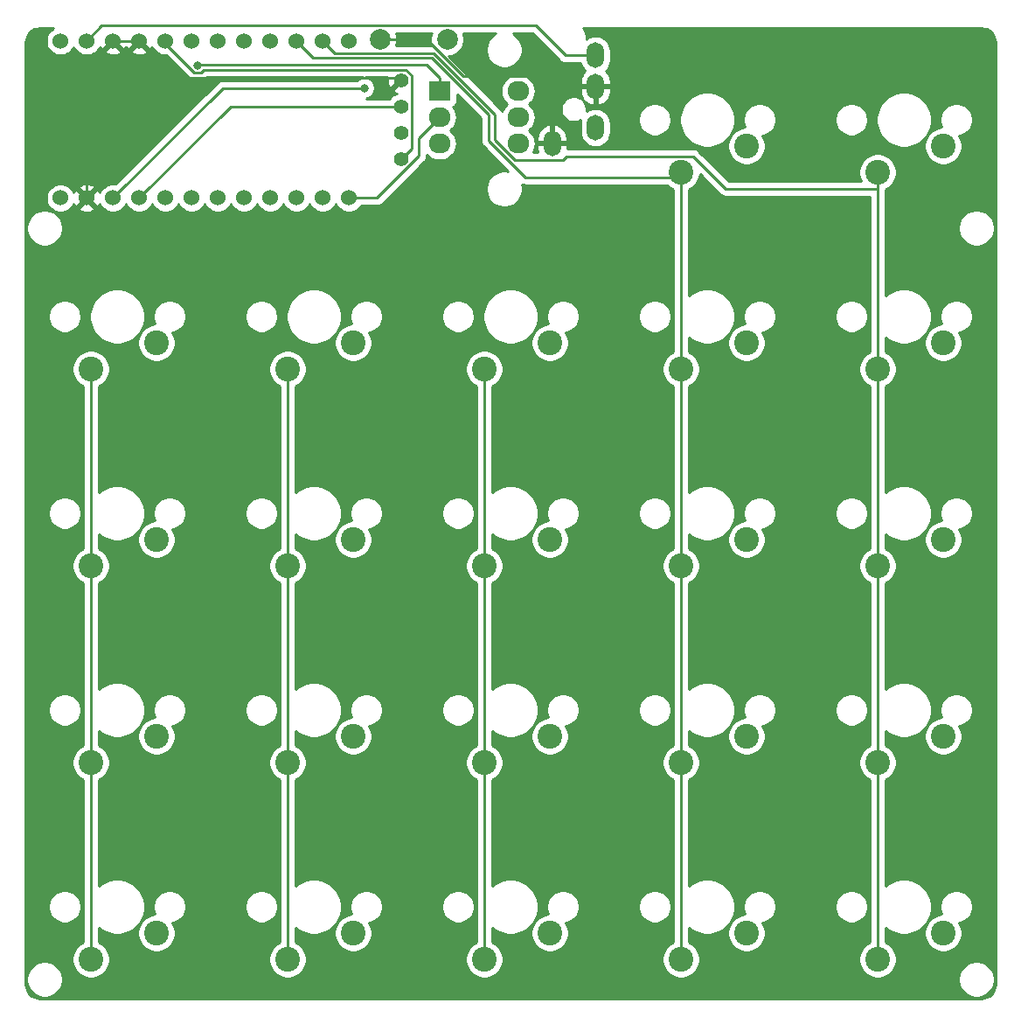
<source format=gbr>
%TF.GenerationSoftware,KiCad,Pcbnew,(5.1.9)-1*%
%TF.CreationDate,2021-02-13T13:30:33+09:00*%
%TF.ProjectId,yuiop22rs,7975696f-7032-4327-9273-2e6b69636164,1*%
%TF.SameCoordinates,Original*%
%TF.FileFunction,Copper,L1,Top*%
%TF.FilePolarity,Positive*%
%FSLAX46Y46*%
G04 Gerber Fmt 4.6, Leading zero omitted, Abs format (unit mm)*
G04 Created by KiCad (PCBNEW (5.1.9)-1) date 2021-02-13 13:30:33*
%MOMM*%
%LPD*%
G01*
G04 APERTURE LIST*
%TA.AperFunction,ComponentPad*%
%ADD10O,1.700000X2.500000*%
%TD*%
%TA.AperFunction,ComponentPad*%
%ADD11C,1.397000*%
%TD*%
%TA.AperFunction,ComponentPad*%
%ADD12C,2.400000*%
%TD*%
%TA.AperFunction,ComponentPad*%
%ADD13R,2.100000X1.900000*%
%TD*%
%TA.AperFunction,ComponentPad*%
%ADD14O,2.100000X1.900000*%
%TD*%
%TA.AperFunction,ComponentPad*%
%ADD15C,2.000000*%
%TD*%
%TA.AperFunction,ComponentPad*%
%ADD16C,1.524000*%
%TD*%
%TA.AperFunction,ViaPad*%
%ADD17C,0.800000*%
%TD*%
%TA.AperFunction,Conductor*%
%ADD18C,0.250000*%
%TD*%
%TA.AperFunction,Conductor*%
%ADD19C,0.254000*%
%TD*%
%TA.AperFunction,Conductor*%
%ADD20C,0.100000*%
%TD*%
G04 APERTURE END LIST*
D10*
%TO.P,J1,B*%
%TO.N,/CONN*%
X105850000Y-53300000D03*
%TO.P,J1,C*%
%TO.N,GND*%
X105850000Y-56300000D03*
%TO.P,J1,D*%
%TO.N,VCC*%
X105850000Y-60300000D03*
%TO.P,J1,A*%
%TO.N,GND*%
X101650000Y-61800000D03*
%TD*%
D11*
%TO.P,OL1,2*%
%TO.N,/SDL*%
X87000000Y-60770000D03*
%TO.P,OL1,1*%
%TO.N,/SDA*%
X87000000Y-63310000D03*
%TO.P,OL1,4*%
%TO.N,GND*%
X87000000Y-55690000D03*
%TO.P,OL1,3*%
%TO.N,VCC*%
X87000000Y-58230000D03*
%TD*%
D12*
%TO.P,SW1,1*%
%TO.N,/COL4*%
X114135000Y-64605000D03*
%TO.P,SW1,2*%
%TO.N,Net-(D1-Pad2)*%
X120485000Y-62065000D03*
%TD*%
%TO.P,SW2,2*%
%TO.N,Net-(D2-Pad2)*%
X139535000Y-62065000D03*
%TO.P,SW2,1*%
%TO.N,/COL5*%
X133185000Y-64605000D03*
%TD*%
%TO.P,SW3,1*%
%TO.N,/COL1*%
X56985000Y-83655000D03*
%TO.P,SW3,2*%
%TO.N,Net-(D3-Pad2)*%
X63335000Y-81115000D03*
%TD*%
%TO.P,SW4,2*%
%TO.N,Net-(D4-Pad2)*%
X82385000Y-81115000D03*
%TO.P,SW4,1*%
%TO.N,/COL2*%
X76035000Y-83655000D03*
%TD*%
%TO.P,SW5,2*%
%TO.N,Net-(D5-Pad2)*%
X101435000Y-81115000D03*
%TO.P,SW5,1*%
%TO.N,/COL3*%
X95085000Y-83655000D03*
%TD*%
%TO.P,SW6,1*%
%TO.N,/COL4*%
X114135000Y-83655000D03*
%TO.P,SW6,2*%
%TO.N,Net-(D6-Pad2)*%
X120485000Y-81115000D03*
%TD*%
%TO.P,SW7,2*%
%TO.N,Net-(D7-Pad2)*%
X139535000Y-81115000D03*
%TO.P,SW7,1*%
%TO.N,/COL5*%
X133185000Y-83655000D03*
%TD*%
%TO.P,SW8,1*%
%TO.N,/COL1*%
X56985000Y-102705000D03*
%TO.P,SW8,2*%
%TO.N,Net-(D8-Pad2)*%
X63335000Y-100165000D03*
%TD*%
%TO.P,SW9,2*%
%TO.N,Net-(D9-Pad2)*%
X82385000Y-100165000D03*
%TO.P,SW9,1*%
%TO.N,/COL2*%
X76035000Y-102705000D03*
%TD*%
%TO.P,SW10,2*%
%TO.N,Net-(D10-Pad2)*%
X101435000Y-100165000D03*
%TO.P,SW10,1*%
%TO.N,/COL3*%
X95085000Y-102705000D03*
%TD*%
%TO.P,SW11,1*%
%TO.N,/COL4*%
X114135000Y-102705000D03*
%TO.P,SW11,2*%
%TO.N,Net-(D11-Pad2)*%
X120485000Y-100165000D03*
%TD*%
%TO.P,SW12,1*%
%TO.N,/COL5*%
X133185000Y-102705000D03*
%TO.P,SW12,2*%
%TO.N,Net-(D12-Pad2)*%
X139535000Y-100165000D03*
%TD*%
%TO.P,SW13,2*%
%TO.N,Net-(D13-Pad2)*%
X63335000Y-119215000D03*
%TO.P,SW13,1*%
%TO.N,/COL1*%
X56985000Y-121755000D03*
%TD*%
%TO.P,SW14,2*%
%TO.N,Net-(D14-Pad2)*%
X82385000Y-119215000D03*
%TO.P,SW14,1*%
%TO.N,/COL2*%
X76035000Y-121755000D03*
%TD*%
%TO.P,SW15,1*%
%TO.N,/COL3*%
X95085000Y-121755000D03*
%TO.P,SW15,2*%
%TO.N,Net-(D15-Pad2)*%
X101435000Y-119215000D03*
%TD*%
%TO.P,SW16,1*%
%TO.N,/COL4*%
X114135000Y-121755000D03*
%TO.P,SW16,2*%
%TO.N,Net-(D16-Pad2)*%
X120485000Y-119215000D03*
%TD*%
%TO.P,SW17,2*%
%TO.N,Net-(D17-Pad2)*%
X139535000Y-119215000D03*
%TO.P,SW17,1*%
%TO.N,/COL5*%
X133185000Y-121755000D03*
%TD*%
%TO.P,SW18,1*%
%TO.N,/COL1*%
X56985000Y-140805000D03*
%TO.P,SW18,2*%
%TO.N,Net-(D18-Pad2)*%
X63335000Y-138265000D03*
%TD*%
%TO.P,SW19,2*%
%TO.N,Net-(D19-Pad2)*%
X82385000Y-138265000D03*
%TO.P,SW19,1*%
%TO.N,/COL2*%
X76035000Y-140805000D03*
%TD*%
%TO.P,SW20,1*%
%TO.N,/COL3*%
X95085000Y-140805000D03*
%TO.P,SW20,2*%
%TO.N,Net-(D20-Pad2)*%
X101435000Y-138265000D03*
%TD*%
%TO.P,SW21,2*%
%TO.N,Net-(D21-Pad2)*%
X120485000Y-138265000D03*
%TO.P,SW21,1*%
%TO.N,/COL4*%
X114135000Y-140805000D03*
%TD*%
%TO.P,SW22,1*%
%TO.N,/COL5*%
X133185000Y-140805000D03*
%TO.P,SW22,2*%
%TO.N,Net-(D22-Pad2)*%
X139535000Y-138265000D03*
%TD*%
D13*
%TO.P,SW_ROT1,1*%
%TO.N,Net-(D23-Pad1)*%
X90750000Y-56750000D03*
D14*
%TO.P,SW_ROT1,8*%
%TO.N,Net-(D26-Pad1)*%
X98370000Y-56750000D03*
%TO.P,SW_ROT1,C*%
%TO.N,/RS1*%
X90750000Y-59290000D03*
X98370000Y-59290000D03*
%TO.P,SW_ROT1,4*%
%TO.N,Net-(D25-Pad1)*%
X90750000Y-61830000D03*
%TO.P,SW_ROT1,2*%
%TO.N,Net-(D24-Pad1)*%
X98370000Y-61830000D03*
%TD*%
D15*
%TO.P,SW_RST1,2*%
%TO.N,GND*%
X85000000Y-51750000D03*
%TO.P,SW_RST1,1*%
%TO.N,/RST*%
X91500000Y-51750000D03*
%TD*%
D16*
%TO.P,U1,1*%
%TO.N,N/C*%
X54022000Y-51888600D03*
%TO.P,U1,2*%
%TO.N,/CONN*%
X56562000Y-51888600D03*
%TO.P,U1,3*%
%TO.N,GND*%
X59102000Y-51888600D03*
%TO.P,U1,4*%
X61642000Y-51888600D03*
%TO.P,U1,5*%
%TO.N,/SDA*%
X64182000Y-51888600D03*
%TO.P,U1,6*%
%TO.N,/SDL*%
X66722000Y-51888600D03*
%TO.P,U1,7*%
%TO.N,/COL1*%
X69262000Y-51888600D03*
%TO.P,U1,8*%
%TO.N,/COL2*%
X71802000Y-51888600D03*
%TO.P,U1,9*%
%TO.N,/COL3*%
X74342000Y-51888600D03*
%TO.P,U1,10*%
%TO.N,/COL4*%
X76882000Y-51888600D03*
%TO.P,U1,11*%
%TO.N,/COL5*%
X79422000Y-51888600D03*
%TO.P,U1,12*%
%TO.N,N/C*%
X81962000Y-51888600D03*
%TO.P,U1,13*%
%TO.N,/RS1*%
X81962000Y-67108600D03*
%TO.P,U1,14*%
%TO.N,N/C*%
X79422000Y-67108600D03*
%TO.P,U1,15*%
X76882000Y-67108600D03*
%TO.P,U1,16*%
%TO.N,/ROW1*%
X74342000Y-67108600D03*
%TO.P,U1,17*%
%TO.N,/ROW2*%
X71802000Y-67108600D03*
%TO.P,U1,18*%
%TO.N,/ROW3*%
X69262000Y-67108600D03*
%TO.P,U1,19*%
%TO.N,/ROW4*%
X66722000Y-67108600D03*
%TO.P,U1,20*%
%TO.N,/ROW5*%
X64182000Y-67108600D03*
%TO.P,U1,21*%
%TO.N,VCC*%
X61642000Y-67108600D03*
%TO.P,U1,22*%
%TO.N,/RST*%
X59102000Y-67108600D03*
%TO.P,U1,23*%
%TO.N,GND*%
X56562000Y-67108600D03*
%TO.P,U1,24*%
%TO.N,N/C*%
X54022000Y-67108600D03*
%TD*%
D17*
%TO.N,Net-(D23-Pad1)*%
X67313400Y-54254700D03*
%TO.N,/RST*%
X83459600Y-56451600D03*
%TD*%
D18*
%TO.N,/COL1*%
X56985000Y-121755000D02*
X56985000Y-140805000D01*
X56985000Y-102705000D02*
X56985000Y-121755000D01*
X56985000Y-83655000D02*
X56985000Y-102705000D01*
%TO.N,Net-(D23-Pad1)*%
X67313400Y-54254700D02*
X67352300Y-54215800D01*
X67352300Y-54215800D02*
X89491100Y-54215800D01*
X89491100Y-54215800D02*
X90750000Y-55474700D01*
X90750000Y-56750000D02*
X90750000Y-55474700D01*
%TO.N,/COL2*%
X76035000Y-102705000D02*
X76035000Y-83655000D01*
X76035000Y-121755000D02*
X76035000Y-102705000D01*
X76035000Y-140805000D02*
X76035000Y-121755000D01*
%TO.N,/COL3*%
X95085000Y-102705000D02*
X95085000Y-121755000D01*
X95085000Y-83655000D02*
X95085000Y-102705000D01*
X95085000Y-140805000D02*
X95085000Y-121755000D01*
%TO.N,/COL4*%
X76882000Y-51888600D02*
X78523400Y-53530000D01*
X78523400Y-53530000D02*
X90003700Y-53530000D01*
X90003700Y-53530000D02*
X95498700Y-59025000D01*
X95498700Y-59025000D02*
X95498700Y-61546100D01*
X95498700Y-61546100D02*
X99042200Y-65089600D01*
X99042200Y-65089600D02*
X114135000Y-65089600D01*
X114135000Y-65089600D02*
X114135000Y-83655000D01*
X114135000Y-64605000D02*
X114135000Y-65089600D01*
X114135000Y-102705000D02*
X114135000Y-83655000D01*
X114135000Y-102705000D02*
X114135000Y-121755000D01*
X114135000Y-140805000D02*
X114135000Y-121755000D01*
%TO.N,/CONN*%
X105850000Y-53300000D02*
X102917700Y-53300000D01*
X102917700Y-53300000D02*
X100042400Y-50424700D01*
X100042400Y-50424700D02*
X58025900Y-50424700D01*
X58025900Y-50424700D02*
X56562000Y-51888600D01*
%TO.N,GND*%
X101650000Y-56300000D02*
X105850000Y-56300000D01*
X85000000Y-51750000D02*
X89497700Y-51750000D01*
X89497700Y-51750000D02*
X93084200Y-55336500D01*
X93084200Y-55336500D02*
X100686500Y-55336500D01*
X100686500Y-55336500D02*
X101650000Y-56300000D01*
X101650000Y-61800000D02*
X101650000Y-56300000D01*
X65230200Y-55476800D02*
X61642000Y-51888600D01*
X87000000Y-55690000D02*
X86786800Y-55476800D01*
X86786800Y-55476800D02*
X65230200Y-55476800D01*
X56562000Y-67108600D02*
X56562000Y-64145000D01*
X56562000Y-64145000D02*
X65230200Y-55476800D01*
X59102000Y-51888600D02*
X61642000Y-51888600D01*
%TO.N,VCC*%
X61642000Y-67108600D02*
X70520600Y-58230000D01*
X70520600Y-58230000D02*
X87000000Y-58230000D01*
%TO.N,/SDA*%
X64182000Y-51888600D02*
X64182000Y-52149000D01*
X64182000Y-52149000D02*
X67013000Y-54980000D01*
X67013000Y-54980000D02*
X67613900Y-54980000D01*
X67613900Y-54980000D02*
X67927700Y-54666200D01*
X67927700Y-54666200D02*
X87489400Y-54666200D01*
X87489400Y-54666200D02*
X88024600Y-55201400D01*
X88024600Y-55201400D02*
X88024600Y-62285400D01*
X88024600Y-62285400D02*
X87000000Y-63310000D01*
%TO.N,/COL5*%
X79422000Y-51888600D02*
X80613000Y-53079600D01*
X80613000Y-53079600D02*
X90190200Y-53079600D01*
X90190200Y-53079600D02*
X96108300Y-58997700D01*
X96108300Y-58997700D02*
X96108300Y-61518800D01*
X96108300Y-61518800D02*
X98004600Y-63415100D01*
X98004600Y-63415100D02*
X102705800Y-63415100D01*
X102705800Y-63415100D02*
X103057700Y-63063200D01*
X103057700Y-63063200D02*
X115297400Y-63063200D01*
X115297400Y-63063200D02*
X118454100Y-66219900D01*
X118454100Y-66219900D02*
X133185000Y-66219900D01*
X133185000Y-66219900D02*
X133185000Y-83655000D01*
X133185000Y-64605000D02*
X133185000Y-66219900D01*
X133185000Y-83655000D02*
X133185000Y-102705000D01*
X133185000Y-140805000D02*
X133185000Y-121755000D01*
X133185000Y-121755000D02*
X133185000Y-102705000D01*
%TO.N,/RS1*%
X88765500Y-61274500D02*
X90750000Y-59290000D01*
X81962000Y-67108600D02*
X84688200Y-67108600D01*
X84688200Y-67108600D02*
X88765500Y-63031300D01*
X88765500Y-63031300D02*
X88765500Y-61274500D01*
%TO.N,/RST*%
X59102000Y-67108600D02*
X69759000Y-56451600D01*
X69759000Y-56451600D02*
X83459600Y-56451600D01*
%TD*%
D19*
%TO.N,GND*%
X53131465Y-50803480D02*
X52936880Y-50998065D01*
X52783995Y-51226873D01*
X52678686Y-51481110D01*
X52625000Y-51751008D01*
X52625000Y-52026192D01*
X52678686Y-52296090D01*
X52783995Y-52550327D01*
X52936880Y-52779135D01*
X53131465Y-52973720D01*
X53360273Y-53126605D01*
X53614510Y-53231914D01*
X53884408Y-53285600D01*
X54159592Y-53285600D01*
X54429490Y-53231914D01*
X54683727Y-53126605D01*
X54912535Y-52973720D01*
X55107120Y-52779135D01*
X55260005Y-52550327D01*
X55292000Y-52473085D01*
X55323995Y-52550327D01*
X55476880Y-52779135D01*
X55671465Y-52973720D01*
X55900273Y-53126605D01*
X56154510Y-53231914D01*
X56424408Y-53285600D01*
X56699592Y-53285600D01*
X56969490Y-53231914D01*
X57223727Y-53126605D01*
X57452535Y-52973720D01*
X57572090Y-52854165D01*
X58316040Y-52854165D01*
X58383020Y-53094256D01*
X58632048Y-53211356D01*
X58899135Y-53277623D01*
X59174017Y-53290510D01*
X59446133Y-53249522D01*
X59705023Y-53156236D01*
X59820980Y-53094256D01*
X59887960Y-52854165D01*
X60856040Y-52854165D01*
X60923020Y-53094256D01*
X61172048Y-53211356D01*
X61439135Y-53277623D01*
X61714017Y-53290510D01*
X61986133Y-53249522D01*
X62245023Y-53156236D01*
X62360980Y-53094256D01*
X62427960Y-52854165D01*
X61642000Y-52068205D01*
X60856040Y-52854165D01*
X59887960Y-52854165D01*
X59102000Y-52068205D01*
X58316040Y-52854165D01*
X57572090Y-52854165D01*
X57647120Y-52779135D01*
X57800005Y-52550327D01*
X57829692Y-52478657D01*
X57834364Y-52491623D01*
X57896344Y-52607580D01*
X58136435Y-52674560D01*
X58922395Y-51888600D01*
X58908253Y-51874458D01*
X59087858Y-51694853D01*
X59102000Y-51708995D01*
X59116143Y-51694853D01*
X59295748Y-51874458D01*
X59281605Y-51888600D01*
X60067565Y-52674560D01*
X60307656Y-52607580D01*
X60369079Y-52476956D01*
X60374364Y-52491623D01*
X60436344Y-52607580D01*
X60676435Y-52674560D01*
X61462395Y-51888600D01*
X61448253Y-51874458D01*
X61627858Y-51694853D01*
X61642000Y-51708995D01*
X61656143Y-51694853D01*
X61835748Y-51874458D01*
X61821605Y-51888600D01*
X62607565Y-52674560D01*
X62847656Y-52607580D01*
X62911485Y-52471840D01*
X62943995Y-52550327D01*
X63096880Y-52779135D01*
X63291465Y-52973720D01*
X63520273Y-53126605D01*
X63774510Y-53231914D01*
X64044408Y-53285600D01*
X64243799Y-53285600D01*
X66449201Y-55491003D01*
X66472999Y-55520001D01*
X66501997Y-55543799D01*
X66588724Y-55614974D01*
X66720753Y-55685546D01*
X66864014Y-55729003D01*
X67013000Y-55743677D01*
X67050333Y-55740000D01*
X67576578Y-55740000D01*
X67613900Y-55743676D01*
X67651222Y-55740000D01*
X67651233Y-55740000D01*
X67762886Y-55729003D01*
X67906147Y-55685546D01*
X68038176Y-55614974D01*
X68153901Y-55520001D01*
X68177704Y-55490997D01*
X68242501Y-55426200D01*
X83309398Y-55426200D01*
X83157702Y-55456374D01*
X82969344Y-55534395D01*
X82799826Y-55647663D01*
X82755889Y-55691600D01*
X69796323Y-55691600D01*
X69759000Y-55687924D01*
X69721677Y-55691600D01*
X69721667Y-55691600D01*
X69610014Y-55702597D01*
X69474589Y-55743677D01*
X69466753Y-55746054D01*
X69334723Y-55816626D01*
X69275584Y-55865161D01*
X69218999Y-55911599D01*
X69195201Y-55940597D01*
X59393571Y-65742228D01*
X59239592Y-65711600D01*
X58964408Y-65711600D01*
X58694510Y-65765286D01*
X58440273Y-65870595D01*
X58211465Y-66023480D01*
X58016880Y-66218065D01*
X57863995Y-66446873D01*
X57834308Y-66518543D01*
X57829636Y-66505577D01*
X57767656Y-66389620D01*
X57527565Y-66322640D01*
X56741605Y-67108600D01*
X57527565Y-67894560D01*
X57767656Y-67827580D01*
X57831485Y-67691840D01*
X57863995Y-67770327D01*
X58016880Y-67999135D01*
X58211465Y-68193720D01*
X58440273Y-68346605D01*
X58694510Y-68451914D01*
X58964408Y-68505600D01*
X59239592Y-68505600D01*
X59509490Y-68451914D01*
X59763727Y-68346605D01*
X59992535Y-68193720D01*
X60187120Y-67999135D01*
X60340005Y-67770327D01*
X60372000Y-67693085D01*
X60403995Y-67770327D01*
X60556880Y-67999135D01*
X60751465Y-68193720D01*
X60980273Y-68346605D01*
X61234510Y-68451914D01*
X61504408Y-68505600D01*
X61779592Y-68505600D01*
X62049490Y-68451914D01*
X62303727Y-68346605D01*
X62532535Y-68193720D01*
X62727120Y-67999135D01*
X62880005Y-67770327D01*
X62912000Y-67693085D01*
X62943995Y-67770327D01*
X63096880Y-67999135D01*
X63291465Y-68193720D01*
X63520273Y-68346605D01*
X63774510Y-68451914D01*
X64044408Y-68505600D01*
X64319592Y-68505600D01*
X64589490Y-68451914D01*
X64843727Y-68346605D01*
X65072535Y-68193720D01*
X65267120Y-67999135D01*
X65420005Y-67770327D01*
X65452000Y-67693085D01*
X65483995Y-67770327D01*
X65636880Y-67999135D01*
X65831465Y-68193720D01*
X66060273Y-68346605D01*
X66314510Y-68451914D01*
X66584408Y-68505600D01*
X66859592Y-68505600D01*
X67129490Y-68451914D01*
X67383727Y-68346605D01*
X67612535Y-68193720D01*
X67807120Y-67999135D01*
X67960005Y-67770327D01*
X67992000Y-67693085D01*
X68023995Y-67770327D01*
X68176880Y-67999135D01*
X68371465Y-68193720D01*
X68600273Y-68346605D01*
X68854510Y-68451914D01*
X69124408Y-68505600D01*
X69399592Y-68505600D01*
X69669490Y-68451914D01*
X69923727Y-68346605D01*
X70152535Y-68193720D01*
X70347120Y-67999135D01*
X70500005Y-67770327D01*
X70532000Y-67693085D01*
X70563995Y-67770327D01*
X70716880Y-67999135D01*
X70911465Y-68193720D01*
X71140273Y-68346605D01*
X71394510Y-68451914D01*
X71664408Y-68505600D01*
X71939592Y-68505600D01*
X72209490Y-68451914D01*
X72463727Y-68346605D01*
X72692535Y-68193720D01*
X72887120Y-67999135D01*
X73040005Y-67770327D01*
X73072000Y-67693085D01*
X73103995Y-67770327D01*
X73256880Y-67999135D01*
X73451465Y-68193720D01*
X73680273Y-68346605D01*
X73934510Y-68451914D01*
X74204408Y-68505600D01*
X74479592Y-68505600D01*
X74749490Y-68451914D01*
X75003727Y-68346605D01*
X75232535Y-68193720D01*
X75427120Y-67999135D01*
X75580005Y-67770327D01*
X75612000Y-67693085D01*
X75643995Y-67770327D01*
X75796880Y-67999135D01*
X75991465Y-68193720D01*
X76220273Y-68346605D01*
X76474510Y-68451914D01*
X76744408Y-68505600D01*
X77019592Y-68505600D01*
X77289490Y-68451914D01*
X77543727Y-68346605D01*
X77772535Y-68193720D01*
X77967120Y-67999135D01*
X78120005Y-67770327D01*
X78152000Y-67693085D01*
X78183995Y-67770327D01*
X78336880Y-67999135D01*
X78531465Y-68193720D01*
X78760273Y-68346605D01*
X79014510Y-68451914D01*
X79284408Y-68505600D01*
X79559592Y-68505600D01*
X79829490Y-68451914D01*
X80083727Y-68346605D01*
X80312535Y-68193720D01*
X80507120Y-67999135D01*
X80660005Y-67770327D01*
X80692000Y-67693085D01*
X80723995Y-67770327D01*
X80876880Y-67999135D01*
X81071465Y-68193720D01*
X81300273Y-68346605D01*
X81554510Y-68451914D01*
X81824408Y-68505600D01*
X82099592Y-68505600D01*
X82369490Y-68451914D01*
X82623727Y-68346605D01*
X82852535Y-68193720D01*
X83047120Y-67999135D01*
X83134341Y-67868600D01*
X84650878Y-67868600D01*
X84688200Y-67872276D01*
X84725522Y-67868600D01*
X84725533Y-67868600D01*
X84837186Y-67857603D01*
X84980447Y-67814146D01*
X85112476Y-67743574D01*
X85228201Y-67648601D01*
X85252004Y-67619597D01*
X89276504Y-63595098D01*
X89305501Y-63571301D01*
X89331832Y-63539217D01*
X89400474Y-63455577D01*
X89471046Y-63323547D01*
X89477754Y-63301434D01*
X89514503Y-63180286D01*
X89525500Y-63068633D01*
X89525500Y-63068623D01*
X89529176Y-63031300D01*
X89525500Y-62993977D01*
X89525500Y-62957571D01*
X89765161Y-63154256D01*
X90040512Y-63301434D01*
X90339286Y-63392066D01*
X90572136Y-63415000D01*
X90927864Y-63415000D01*
X91160714Y-63392066D01*
X91459488Y-63301434D01*
X91734839Y-63154256D01*
X91976187Y-62956187D01*
X92174256Y-62714839D01*
X92321434Y-62439488D01*
X92412066Y-62140714D01*
X92442669Y-61830000D01*
X92412066Y-61519286D01*
X92321434Y-61220512D01*
X92174256Y-60945161D01*
X91976187Y-60703813D01*
X91800950Y-60560000D01*
X91976187Y-60416187D01*
X92174256Y-60174839D01*
X92321434Y-59899488D01*
X92412066Y-59600714D01*
X92442669Y-59290000D01*
X92412066Y-58979286D01*
X92321434Y-58680512D01*
X92174256Y-58405161D01*
X92068617Y-58276440D01*
X92154494Y-58230537D01*
X92251185Y-58151185D01*
X92330537Y-58054494D01*
X92389502Y-57944180D01*
X92425812Y-57824482D01*
X92438072Y-57700000D01*
X92438072Y-57039174D01*
X94738700Y-59339802D01*
X94738701Y-61508768D01*
X94735024Y-61546100D01*
X94738701Y-61583433D01*
X94749698Y-61695086D01*
X94757741Y-61721601D01*
X94793154Y-61838346D01*
X94863726Y-61970376D01*
X94934901Y-62057102D01*
X94958700Y-62086101D01*
X94987698Y-62109899D01*
X97401535Y-64523737D01*
X97174471Y-64478571D01*
X96825529Y-64478571D01*
X96483293Y-64546646D01*
X96160914Y-64680180D01*
X95870780Y-64874041D01*
X95624041Y-65120780D01*
X95430180Y-65410914D01*
X95296646Y-65733293D01*
X95228571Y-66075529D01*
X95228571Y-66424471D01*
X95296646Y-66766707D01*
X95430180Y-67089086D01*
X95624041Y-67379220D01*
X95870780Y-67625959D01*
X96160914Y-67819820D01*
X96483293Y-67953354D01*
X96825529Y-68021429D01*
X97174471Y-68021429D01*
X97516707Y-67953354D01*
X97839086Y-67819820D01*
X98129220Y-67625959D01*
X98375959Y-67379220D01*
X98569820Y-67089086D01*
X98703354Y-66766707D01*
X98771429Y-66424471D01*
X98771429Y-66075529D01*
X98711577Y-65774633D01*
X98749953Y-65795146D01*
X98893214Y-65838603D01*
X99004867Y-65849600D01*
X99004875Y-65849600D01*
X99042200Y-65853276D01*
X99079525Y-65849600D01*
X112784518Y-65849600D01*
X112965256Y-66030338D01*
X113265801Y-66231156D01*
X113375000Y-66276388D01*
X113375001Y-81983612D01*
X113265801Y-82028844D01*
X112965256Y-82229662D01*
X112709662Y-82485256D01*
X112508844Y-82785801D01*
X112370518Y-83119750D01*
X112300000Y-83474268D01*
X112300000Y-83835732D01*
X112370518Y-84190250D01*
X112508844Y-84524199D01*
X112709662Y-84824744D01*
X112965256Y-85080338D01*
X113265801Y-85281156D01*
X113375001Y-85326388D01*
X113375000Y-101033612D01*
X113265801Y-101078844D01*
X112965256Y-101279662D01*
X112709662Y-101535256D01*
X112508844Y-101835801D01*
X112370518Y-102169750D01*
X112300000Y-102524268D01*
X112300000Y-102885732D01*
X112370518Y-103240250D01*
X112508844Y-103574199D01*
X112709662Y-103874744D01*
X112965256Y-104130338D01*
X113265801Y-104331156D01*
X113375000Y-104376388D01*
X113375001Y-120083612D01*
X113265801Y-120128844D01*
X112965256Y-120329662D01*
X112709662Y-120585256D01*
X112508844Y-120885801D01*
X112370518Y-121219750D01*
X112300000Y-121574268D01*
X112300000Y-121935732D01*
X112370518Y-122290250D01*
X112508844Y-122624199D01*
X112709662Y-122924744D01*
X112965256Y-123180338D01*
X113265801Y-123381156D01*
X113375001Y-123426388D01*
X113375000Y-139133612D01*
X113265801Y-139178844D01*
X112965256Y-139379662D01*
X112709662Y-139635256D01*
X112508844Y-139935801D01*
X112370518Y-140269750D01*
X112300000Y-140624268D01*
X112300000Y-140985732D01*
X112370518Y-141340250D01*
X112508844Y-141674199D01*
X112709662Y-141974744D01*
X112965256Y-142230338D01*
X113265801Y-142431156D01*
X113599750Y-142569482D01*
X113954268Y-142640000D01*
X114315732Y-142640000D01*
X114670250Y-142569482D01*
X115004199Y-142431156D01*
X115304744Y-142230338D01*
X115560338Y-141974744D01*
X115761156Y-141674199D01*
X115899482Y-141340250D01*
X115970000Y-140985732D01*
X115970000Y-140624268D01*
X115899482Y-140269750D01*
X115761156Y-139935801D01*
X115560338Y-139635256D01*
X115304744Y-139379662D01*
X115004199Y-139178844D01*
X114895000Y-139133612D01*
X114895000Y-137742164D01*
X114963412Y-137810576D01*
X115403175Y-138104417D01*
X115891814Y-138306817D01*
X116410551Y-138410000D01*
X116939449Y-138410000D01*
X117458186Y-138306817D01*
X117946825Y-138104417D01*
X117976980Y-138084268D01*
X118650000Y-138084268D01*
X118650000Y-138445732D01*
X118720518Y-138800250D01*
X118858844Y-139134199D01*
X119059662Y-139434744D01*
X119315256Y-139690338D01*
X119615801Y-139891156D01*
X119949750Y-140029482D01*
X120304268Y-140100000D01*
X120665732Y-140100000D01*
X121020250Y-140029482D01*
X121354199Y-139891156D01*
X121654744Y-139690338D01*
X121910338Y-139434744D01*
X122111156Y-139134199D01*
X122249482Y-138800250D01*
X122320000Y-138445732D01*
X122320000Y-138084268D01*
X122249482Y-137729750D01*
X122111156Y-137395801D01*
X122037082Y-137284942D01*
X122217327Y-137249089D01*
X122505779Y-137129609D01*
X122765379Y-136956150D01*
X122986150Y-136735379D01*
X123159609Y-136475779D01*
X123279089Y-136187327D01*
X123340000Y-135881109D01*
X123340000Y-135568891D01*
X129060000Y-135568891D01*
X129060000Y-135881109D01*
X129120911Y-136187327D01*
X129240391Y-136475779D01*
X129413850Y-136735379D01*
X129634621Y-136956150D01*
X129894221Y-137129609D01*
X130182673Y-137249089D01*
X130488891Y-137310000D01*
X130801109Y-137310000D01*
X131107327Y-137249089D01*
X131395779Y-137129609D01*
X131655379Y-136956150D01*
X131876150Y-136735379D01*
X132049609Y-136475779D01*
X132169089Y-136187327D01*
X132230000Y-135881109D01*
X132230000Y-135568891D01*
X132169089Y-135262673D01*
X132049609Y-134974221D01*
X131876150Y-134714621D01*
X131655379Y-134493850D01*
X131395779Y-134320391D01*
X131107327Y-134200911D01*
X130801109Y-134140000D01*
X130488891Y-134140000D01*
X130182673Y-134200911D01*
X129894221Y-134320391D01*
X129634621Y-134493850D01*
X129413850Y-134714621D01*
X129240391Y-134974221D01*
X129120911Y-135262673D01*
X129060000Y-135568891D01*
X123340000Y-135568891D01*
X123279089Y-135262673D01*
X123159609Y-134974221D01*
X122986150Y-134714621D01*
X122765379Y-134493850D01*
X122505779Y-134320391D01*
X122217327Y-134200911D01*
X121911109Y-134140000D01*
X121598891Y-134140000D01*
X121292673Y-134200911D01*
X121004221Y-134320391D01*
X120744621Y-134493850D01*
X120523850Y-134714621D01*
X120350391Y-134974221D01*
X120230911Y-135262673D01*
X120170000Y-135568891D01*
X120170000Y-135881109D01*
X120230911Y-136187327D01*
X120331429Y-136430000D01*
X120304268Y-136430000D01*
X119949750Y-136500518D01*
X119615801Y-136638844D01*
X119315256Y-136839662D01*
X119059662Y-137095256D01*
X118858844Y-137395801D01*
X118720518Y-137729750D01*
X118650000Y-138084268D01*
X117976980Y-138084268D01*
X118386588Y-137810576D01*
X118760576Y-137436588D01*
X119054417Y-136996825D01*
X119256817Y-136508186D01*
X119360000Y-135989449D01*
X119360000Y-135460551D01*
X119256817Y-134941814D01*
X119054417Y-134453175D01*
X118760576Y-134013412D01*
X118386588Y-133639424D01*
X117946825Y-133345583D01*
X117458186Y-133143183D01*
X116939449Y-133040000D01*
X116410551Y-133040000D01*
X115891814Y-133143183D01*
X115403175Y-133345583D01*
X114963412Y-133639424D01*
X114895000Y-133707836D01*
X114895000Y-123426388D01*
X115004199Y-123381156D01*
X115304744Y-123180338D01*
X115560338Y-122924744D01*
X115761156Y-122624199D01*
X115899482Y-122290250D01*
X115970000Y-121935732D01*
X115970000Y-121574268D01*
X115899482Y-121219750D01*
X115761156Y-120885801D01*
X115560338Y-120585256D01*
X115304744Y-120329662D01*
X115004199Y-120128844D01*
X114895000Y-120083612D01*
X114895000Y-118692164D01*
X114963412Y-118760576D01*
X115403175Y-119054417D01*
X115891814Y-119256817D01*
X116410551Y-119360000D01*
X116939449Y-119360000D01*
X117458186Y-119256817D01*
X117946825Y-119054417D01*
X117976980Y-119034268D01*
X118650000Y-119034268D01*
X118650000Y-119395732D01*
X118720518Y-119750250D01*
X118858844Y-120084199D01*
X119059662Y-120384744D01*
X119315256Y-120640338D01*
X119615801Y-120841156D01*
X119949750Y-120979482D01*
X120304268Y-121050000D01*
X120665732Y-121050000D01*
X121020250Y-120979482D01*
X121354199Y-120841156D01*
X121654744Y-120640338D01*
X121910338Y-120384744D01*
X122111156Y-120084199D01*
X122249482Y-119750250D01*
X122320000Y-119395732D01*
X122320000Y-119034268D01*
X122249482Y-118679750D01*
X122111156Y-118345801D01*
X122037082Y-118234942D01*
X122217327Y-118199089D01*
X122505779Y-118079609D01*
X122765379Y-117906150D01*
X122986150Y-117685379D01*
X123159609Y-117425779D01*
X123279089Y-117137327D01*
X123340000Y-116831109D01*
X123340000Y-116518891D01*
X129060000Y-116518891D01*
X129060000Y-116831109D01*
X129120911Y-117137327D01*
X129240391Y-117425779D01*
X129413850Y-117685379D01*
X129634621Y-117906150D01*
X129894221Y-118079609D01*
X130182673Y-118199089D01*
X130488891Y-118260000D01*
X130801109Y-118260000D01*
X131107327Y-118199089D01*
X131395779Y-118079609D01*
X131655379Y-117906150D01*
X131876150Y-117685379D01*
X132049609Y-117425779D01*
X132169089Y-117137327D01*
X132230000Y-116831109D01*
X132230000Y-116518891D01*
X132169089Y-116212673D01*
X132049609Y-115924221D01*
X131876150Y-115664621D01*
X131655379Y-115443850D01*
X131395779Y-115270391D01*
X131107327Y-115150911D01*
X130801109Y-115090000D01*
X130488891Y-115090000D01*
X130182673Y-115150911D01*
X129894221Y-115270391D01*
X129634621Y-115443850D01*
X129413850Y-115664621D01*
X129240391Y-115924221D01*
X129120911Y-116212673D01*
X129060000Y-116518891D01*
X123340000Y-116518891D01*
X123279089Y-116212673D01*
X123159609Y-115924221D01*
X122986150Y-115664621D01*
X122765379Y-115443850D01*
X122505779Y-115270391D01*
X122217327Y-115150911D01*
X121911109Y-115090000D01*
X121598891Y-115090000D01*
X121292673Y-115150911D01*
X121004221Y-115270391D01*
X120744621Y-115443850D01*
X120523850Y-115664621D01*
X120350391Y-115924221D01*
X120230911Y-116212673D01*
X120170000Y-116518891D01*
X120170000Y-116831109D01*
X120230911Y-117137327D01*
X120331429Y-117380000D01*
X120304268Y-117380000D01*
X119949750Y-117450518D01*
X119615801Y-117588844D01*
X119315256Y-117789662D01*
X119059662Y-118045256D01*
X118858844Y-118345801D01*
X118720518Y-118679750D01*
X118650000Y-119034268D01*
X117976980Y-119034268D01*
X118386588Y-118760576D01*
X118760576Y-118386588D01*
X119054417Y-117946825D01*
X119256817Y-117458186D01*
X119360000Y-116939449D01*
X119360000Y-116410551D01*
X119256817Y-115891814D01*
X119054417Y-115403175D01*
X118760576Y-114963412D01*
X118386588Y-114589424D01*
X117946825Y-114295583D01*
X117458186Y-114093183D01*
X116939449Y-113990000D01*
X116410551Y-113990000D01*
X115891814Y-114093183D01*
X115403175Y-114295583D01*
X114963412Y-114589424D01*
X114895000Y-114657836D01*
X114895000Y-104376388D01*
X115004199Y-104331156D01*
X115304744Y-104130338D01*
X115560338Y-103874744D01*
X115761156Y-103574199D01*
X115899482Y-103240250D01*
X115970000Y-102885732D01*
X115970000Y-102524268D01*
X115899482Y-102169750D01*
X115761156Y-101835801D01*
X115560338Y-101535256D01*
X115304744Y-101279662D01*
X115004199Y-101078844D01*
X114895000Y-101033612D01*
X114895000Y-99642164D01*
X114963412Y-99710576D01*
X115403175Y-100004417D01*
X115891814Y-100206817D01*
X116410551Y-100310000D01*
X116939449Y-100310000D01*
X117458186Y-100206817D01*
X117946825Y-100004417D01*
X117976980Y-99984268D01*
X118650000Y-99984268D01*
X118650000Y-100345732D01*
X118720518Y-100700250D01*
X118858844Y-101034199D01*
X119059662Y-101334744D01*
X119315256Y-101590338D01*
X119615801Y-101791156D01*
X119949750Y-101929482D01*
X120304268Y-102000000D01*
X120665732Y-102000000D01*
X121020250Y-101929482D01*
X121354199Y-101791156D01*
X121654744Y-101590338D01*
X121910338Y-101334744D01*
X122111156Y-101034199D01*
X122249482Y-100700250D01*
X122320000Y-100345732D01*
X122320000Y-99984268D01*
X122249482Y-99629750D01*
X122111156Y-99295801D01*
X122037082Y-99184942D01*
X122217327Y-99149089D01*
X122505779Y-99029609D01*
X122765379Y-98856150D01*
X122986150Y-98635379D01*
X123159609Y-98375779D01*
X123279089Y-98087327D01*
X123340000Y-97781109D01*
X123340000Y-97468891D01*
X129060000Y-97468891D01*
X129060000Y-97781109D01*
X129120911Y-98087327D01*
X129240391Y-98375779D01*
X129413850Y-98635379D01*
X129634621Y-98856150D01*
X129894221Y-99029609D01*
X130182673Y-99149089D01*
X130488891Y-99210000D01*
X130801109Y-99210000D01*
X131107327Y-99149089D01*
X131395779Y-99029609D01*
X131655379Y-98856150D01*
X131876150Y-98635379D01*
X132049609Y-98375779D01*
X132169089Y-98087327D01*
X132230000Y-97781109D01*
X132230000Y-97468891D01*
X132169089Y-97162673D01*
X132049609Y-96874221D01*
X131876150Y-96614621D01*
X131655379Y-96393850D01*
X131395779Y-96220391D01*
X131107327Y-96100911D01*
X130801109Y-96040000D01*
X130488891Y-96040000D01*
X130182673Y-96100911D01*
X129894221Y-96220391D01*
X129634621Y-96393850D01*
X129413850Y-96614621D01*
X129240391Y-96874221D01*
X129120911Y-97162673D01*
X129060000Y-97468891D01*
X123340000Y-97468891D01*
X123279089Y-97162673D01*
X123159609Y-96874221D01*
X122986150Y-96614621D01*
X122765379Y-96393850D01*
X122505779Y-96220391D01*
X122217327Y-96100911D01*
X121911109Y-96040000D01*
X121598891Y-96040000D01*
X121292673Y-96100911D01*
X121004221Y-96220391D01*
X120744621Y-96393850D01*
X120523850Y-96614621D01*
X120350391Y-96874221D01*
X120230911Y-97162673D01*
X120170000Y-97468891D01*
X120170000Y-97781109D01*
X120230911Y-98087327D01*
X120331429Y-98330000D01*
X120304268Y-98330000D01*
X119949750Y-98400518D01*
X119615801Y-98538844D01*
X119315256Y-98739662D01*
X119059662Y-98995256D01*
X118858844Y-99295801D01*
X118720518Y-99629750D01*
X118650000Y-99984268D01*
X117976980Y-99984268D01*
X118386588Y-99710576D01*
X118760576Y-99336588D01*
X119054417Y-98896825D01*
X119256817Y-98408186D01*
X119360000Y-97889449D01*
X119360000Y-97360551D01*
X119256817Y-96841814D01*
X119054417Y-96353175D01*
X118760576Y-95913412D01*
X118386588Y-95539424D01*
X117946825Y-95245583D01*
X117458186Y-95043183D01*
X116939449Y-94940000D01*
X116410551Y-94940000D01*
X115891814Y-95043183D01*
X115403175Y-95245583D01*
X114963412Y-95539424D01*
X114895000Y-95607836D01*
X114895000Y-85326388D01*
X115004199Y-85281156D01*
X115304744Y-85080338D01*
X115560338Y-84824744D01*
X115761156Y-84524199D01*
X115899482Y-84190250D01*
X115970000Y-83835732D01*
X115970000Y-83474268D01*
X115899482Y-83119750D01*
X115761156Y-82785801D01*
X115560338Y-82485256D01*
X115304744Y-82229662D01*
X115004199Y-82028844D01*
X114895000Y-81983612D01*
X114895000Y-80592164D01*
X114963412Y-80660576D01*
X115403175Y-80954417D01*
X115891814Y-81156817D01*
X116410551Y-81260000D01*
X116939449Y-81260000D01*
X117458186Y-81156817D01*
X117946825Y-80954417D01*
X117976980Y-80934268D01*
X118650000Y-80934268D01*
X118650000Y-81295732D01*
X118720518Y-81650250D01*
X118858844Y-81984199D01*
X119059662Y-82284744D01*
X119315256Y-82540338D01*
X119615801Y-82741156D01*
X119949750Y-82879482D01*
X120304268Y-82950000D01*
X120665732Y-82950000D01*
X121020250Y-82879482D01*
X121354199Y-82741156D01*
X121654744Y-82540338D01*
X121910338Y-82284744D01*
X122111156Y-81984199D01*
X122249482Y-81650250D01*
X122320000Y-81295732D01*
X122320000Y-80934268D01*
X122249482Y-80579750D01*
X122111156Y-80245801D01*
X122037082Y-80134942D01*
X122217327Y-80099089D01*
X122505779Y-79979609D01*
X122765379Y-79806150D01*
X122986150Y-79585379D01*
X123159609Y-79325779D01*
X123279089Y-79037327D01*
X123340000Y-78731109D01*
X123340000Y-78418891D01*
X129060000Y-78418891D01*
X129060000Y-78731109D01*
X129120911Y-79037327D01*
X129240391Y-79325779D01*
X129413850Y-79585379D01*
X129634621Y-79806150D01*
X129894221Y-79979609D01*
X130182673Y-80099089D01*
X130488891Y-80160000D01*
X130801109Y-80160000D01*
X131107327Y-80099089D01*
X131395779Y-79979609D01*
X131655379Y-79806150D01*
X131876150Y-79585379D01*
X132049609Y-79325779D01*
X132169089Y-79037327D01*
X132230000Y-78731109D01*
X132230000Y-78418891D01*
X132169089Y-78112673D01*
X132049609Y-77824221D01*
X131876150Y-77564621D01*
X131655379Y-77343850D01*
X131395779Y-77170391D01*
X131107327Y-77050911D01*
X130801109Y-76990000D01*
X130488891Y-76990000D01*
X130182673Y-77050911D01*
X129894221Y-77170391D01*
X129634621Y-77343850D01*
X129413850Y-77564621D01*
X129240391Y-77824221D01*
X129120911Y-78112673D01*
X129060000Y-78418891D01*
X123340000Y-78418891D01*
X123279089Y-78112673D01*
X123159609Y-77824221D01*
X122986150Y-77564621D01*
X122765379Y-77343850D01*
X122505779Y-77170391D01*
X122217327Y-77050911D01*
X121911109Y-76990000D01*
X121598891Y-76990000D01*
X121292673Y-77050911D01*
X121004221Y-77170391D01*
X120744621Y-77343850D01*
X120523850Y-77564621D01*
X120350391Y-77824221D01*
X120230911Y-78112673D01*
X120170000Y-78418891D01*
X120170000Y-78731109D01*
X120230911Y-79037327D01*
X120331429Y-79280000D01*
X120304268Y-79280000D01*
X119949750Y-79350518D01*
X119615801Y-79488844D01*
X119315256Y-79689662D01*
X119059662Y-79945256D01*
X118858844Y-80245801D01*
X118720518Y-80579750D01*
X118650000Y-80934268D01*
X117976980Y-80934268D01*
X118386588Y-80660576D01*
X118760576Y-80286588D01*
X119054417Y-79846825D01*
X119256817Y-79358186D01*
X119360000Y-78839449D01*
X119360000Y-78310551D01*
X119256817Y-77791814D01*
X119054417Y-77303175D01*
X118760576Y-76863412D01*
X118386588Y-76489424D01*
X117946825Y-76195583D01*
X117458186Y-75993183D01*
X116939449Y-75890000D01*
X116410551Y-75890000D01*
X115891814Y-75993183D01*
X115403175Y-76195583D01*
X114963412Y-76489424D01*
X114895000Y-76557836D01*
X114895000Y-66276388D01*
X115004199Y-66231156D01*
X115304744Y-66030338D01*
X115560338Y-65774744D01*
X115761156Y-65474199D01*
X115899482Y-65140250D01*
X115965874Y-64806475D01*
X117890301Y-66730903D01*
X117914099Y-66759901D01*
X117943097Y-66783699D01*
X118029823Y-66854874D01*
X118124977Y-66905735D01*
X118161853Y-66925446D01*
X118305114Y-66968903D01*
X118416767Y-66979900D01*
X118416777Y-66979900D01*
X118454100Y-66983576D01*
X118491423Y-66979900D01*
X132425000Y-66979900D01*
X132425001Y-81983612D01*
X132315801Y-82028844D01*
X132015256Y-82229662D01*
X131759662Y-82485256D01*
X131558844Y-82785801D01*
X131420518Y-83119750D01*
X131350000Y-83474268D01*
X131350000Y-83835732D01*
X131420518Y-84190250D01*
X131558844Y-84524199D01*
X131759662Y-84824744D01*
X132015256Y-85080338D01*
X132315801Y-85281156D01*
X132425000Y-85326388D01*
X132425001Y-101033612D01*
X132315801Y-101078844D01*
X132015256Y-101279662D01*
X131759662Y-101535256D01*
X131558844Y-101835801D01*
X131420518Y-102169750D01*
X131350000Y-102524268D01*
X131350000Y-102885732D01*
X131420518Y-103240250D01*
X131558844Y-103574199D01*
X131759662Y-103874744D01*
X132015256Y-104130338D01*
X132315801Y-104331156D01*
X132425001Y-104376388D01*
X132425000Y-120083612D01*
X132315801Y-120128844D01*
X132015256Y-120329662D01*
X131759662Y-120585256D01*
X131558844Y-120885801D01*
X131420518Y-121219750D01*
X131350000Y-121574268D01*
X131350000Y-121935732D01*
X131420518Y-122290250D01*
X131558844Y-122624199D01*
X131759662Y-122924744D01*
X132015256Y-123180338D01*
X132315801Y-123381156D01*
X132425001Y-123426388D01*
X132425000Y-139133612D01*
X132315801Y-139178844D01*
X132015256Y-139379662D01*
X131759662Y-139635256D01*
X131558844Y-139935801D01*
X131420518Y-140269750D01*
X131350000Y-140624268D01*
X131350000Y-140985732D01*
X131420518Y-141340250D01*
X131558844Y-141674199D01*
X131759662Y-141974744D01*
X132015256Y-142230338D01*
X132315801Y-142431156D01*
X132649750Y-142569482D01*
X133004268Y-142640000D01*
X133365732Y-142640000D01*
X133689849Y-142575529D01*
X140978571Y-142575529D01*
X140978571Y-142924471D01*
X141046646Y-143266707D01*
X141180180Y-143589086D01*
X141374041Y-143879220D01*
X141620780Y-144125959D01*
X141910914Y-144319820D01*
X142233293Y-144453354D01*
X142575529Y-144521429D01*
X142924471Y-144521429D01*
X143266707Y-144453354D01*
X143589086Y-144319820D01*
X143879220Y-144125959D01*
X144125959Y-143879220D01*
X144319820Y-143589086D01*
X144453354Y-143266707D01*
X144521429Y-142924471D01*
X144521429Y-142575529D01*
X144453354Y-142233293D01*
X144319820Y-141910914D01*
X144125959Y-141620780D01*
X143879220Y-141374041D01*
X143589086Y-141180180D01*
X143266707Y-141046646D01*
X142924471Y-140978571D01*
X142575529Y-140978571D01*
X142233293Y-141046646D01*
X141910914Y-141180180D01*
X141620780Y-141374041D01*
X141374041Y-141620780D01*
X141180180Y-141910914D01*
X141046646Y-142233293D01*
X140978571Y-142575529D01*
X133689849Y-142575529D01*
X133720250Y-142569482D01*
X134054199Y-142431156D01*
X134354744Y-142230338D01*
X134610338Y-141974744D01*
X134811156Y-141674199D01*
X134949482Y-141340250D01*
X135020000Y-140985732D01*
X135020000Y-140624268D01*
X134949482Y-140269750D01*
X134811156Y-139935801D01*
X134610338Y-139635256D01*
X134354744Y-139379662D01*
X134054199Y-139178844D01*
X133945000Y-139133612D01*
X133945000Y-137742164D01*
X134013412Y-137810576D01*
X134453175Y-138104417D01*
X134941814Y-138306817D01*
X135460551Y-138410000D01*
X135989449Y-138410000D01*
X136508186Y-138306817D01*
X136996825Y-138104417D01*
X137026980Y-138084268D01*
X137700000Y-138084268D01*
X137700000Y-138445732D01*
X137770518Y-138800250D01*
X137908844Y-139134199D01*
X138109662Y-139434744D01*
X138365256Y-139690338D01*
X138665801Y-139891156D01*
X138999750Y-140029482D01*
X139354268Y-140100000D01*
X139715732Y-140100000D01*
X140070250Y-140029482D01*
X140404199Y-139891156D01*
X140704744Y-139690338D01*
X140960338Y-139434744D01*
X141161156Y-139134199D01*
X141299482Y-138800250D01*
X141370000Y-138445732D01*
X141370000Y-138084268D01*
X141299482Y-137729750D01*
X141161156Y-137395801D01*
X141087082Y-137284942D01*
X141267327Y-137249089D01*
X141555779Y-137129609D01*
X141815379Y-136956150D01*
X142036150Y-136735379D01*
X142209609Y-136475779D01*
X142329089Y-136187327D01*
X142390000Y-135881109D01*
X142390000Y-135568891D01*
X142329089Y-135262673D01*
X142209609Y-134974221D01*
X142036150Y-134714621D01*
X141815379Y-134493850D01*
X141555779Y-134320391D01*
X141267327Y-134200911D01*
X140961109Y-134140000D01*
X140648891Y-134140000D01*
X140342673Y-134200911D01*
X140054221Y-134320391D01*
X139794621Y-134493850D01*
X139573850Y-134714621D01*
X139400391Y-134974221D01*
X139280911Y-135262673D01*
X139220000Y-135568891D01*
X139220000Y-135881109D01*
X139280911Y-136187327D01*
X139381429Y-136430000D01*
X139354268Y-136430000D01*
X138999750Y-136500518D01*
X138665801Y-136638844D01*
X138365256Y-136839662D01*
X138109662Y-137095256D01*
X137908844Y-137395801D01*
X137770518Y-137729750D01*
X137700000Y-138084268D01*
X137026980Y-138084268D01*
X137436588Y-137810576D01*
X137810576Y-137436588D01*
X138104417Y-136996825D01*
X138306817Y-136508186D01*
X138410000Y-135989449D01*
X138410000Y-135460551D01*
X138306817Y-134941814D01*
X138104417Y-134453175D01*
X137810576Y-134013412D01*
X137436588Y-133639424D01*
X136996825Y-133345583D01*
X136508186Y-133143183D01*
X135989449Y-133040000D01*
X135460551Y-133040000D01*
X134941814Y-133143183D01*
X134453175Y-133345583D01*
X134013412Y-133639424D01*
X133945000Y-133707836D01*
X133945000Y-123426388D01*
X134054199Y-123381156D01*
X134354744Y-123180338D01*
X134610338Y-122924744D01*
X134811156Y-122624199D01*
X134949482Y-122290250D01*
X135020000Y-121935732D01*
X135020000Y-121574268D01*
X134949482Y-121219750D01*
X134811156Y-120885801D01*
X134610338Y-120585256D01*
X134354744Y-120329662D01*
X134054199Y-120128844D01*
X133945000Y-120083612D01*
X133945000Y-118692164D01*
X134013412Y-118760576D01*
X134453175Y-119054417D01*
X134941814Y-119256817D01*
X135460551Y-119360000D01*
X135989449Y-119360000D01*
X136508186Y-119256817D01*
X136996825Y-119054417D01*
X137026980Y-119034268D01*
X137700000Y-119034268D01*
X137700000Y-119395732D01*
X137770518Y-119750250D01*
X137908844Y-120084199D01*
X138109662Y-120384744D01*
X138365256Y-120640338D01*
X138665801Y-120841156D01*
X138999750Y-120979482D01*
X139354268Y-121050000D01*
X139715732Y-121050000D01*
X140070250Y-120979482D01*
X140404199Y-120841156D01*
X140704744Y-120640338D01*
X140960338Y-120384744D01*
X141161156Y-120084199D01*
X141299482Y-119750250D01*
X141370000Y-119395732D01*
X141370000Y-119034268D01*
X141299482Y-118679750D01*
X141161156Y-118345801D01*
X141087082Y-118234942D01*
X141267327Y-118199089D01*
X141555779Y-118079609D01*
X141815379Y-117906150D01*
X142036150Y-117685379D01*
X142209609Y-117425779D01*
X142329089Y-117137327D01*
X142390000Y-116831109D01*
X142390000Y-116518891D01*
X142329089Y-116212673D01*
X142209609Y-115924221D01*
X142036150Y-115664621D01*
X141815379Y-115443850D01*
X141555779Y-115270391D01*
X141267327Y-115150911D01*
X140961109Y-115090000D01*
X140648891Y-115090000D01*
X140342673Y-115150911D01*
X140054221Y-115270391D01*
X139794621Y-115443850D01*
X139573850Y-115664621D01*
X139400391Y-115924221D01*
X139280911Y-116212673D01*
X139220000Y-116518891D01*
X139220000Y-116831109D01*
X139280911Y-117137327D01*
X139381429Y-117380000D01*
X139354268Y-117380000D01*
X138999750Y-117450518D01*
X138665801Y-117588844D01*
X138365256Y-117789662D01*
X138109662Y-118045256D01*
X137908844Y-118345801D01*
X137770518Y-118679750D01*
X137700000Y-119034268D01*
X137026980Y-119034268D01*
X137436588Y-118760576D01*
X137810576Y-118386588D01*
X138104417Y-117946825D01*
X138306817Y-117458186D01*
X138410000Y-116939449D01*
X138410000Y-116410551D01*
X138306817Y-115891814D01*
X138104417Y-115403175D01*
X137810576Y-114963412D01*
X137436588Y-114589424D01*
X136996825Y-114295583D01*
X136508186Y-114093183D01*
X135989449Y-113990000D01*
X135460551Y-113990000D01*
X134941814Y-114093183D01*
X134453175Y-114295583D01*
X134013412Y-114589424D01*
X133945000Y-114657836D01*
X133945000Y-104376388D01*
X134054199Y-104331156D01*
X134354744Y-104130338D01*
X134610338Y-103874744D01*
X134811156Y-103574199D01*
X134949482Y-103240250D01*
X135020000Y-102885732D01*
X135020000Y-102524268D01*
X134949482Y-102169750D01*
X134811156Y-101835801D01*
X134610338Y-101535256D01*
X134354744Y-101279662D01*
X134054199Y-101078844D01*
X133945000Y-101033612D01*
X133945000Y-99642164D01*
X134013412Y-99710576D01*
X134453175Y-100004417D01*
X134941814Y-100206817D01*
X135460551Y-100310000D01*
X135989449Y-100310000D01*
X136508186Y-100206817D01*
X136996825Y-100004417D01*
X137026980Y-99984268D01*
X137700000Y-99984268D01*
X137700000Y-100345732D01*
X137770518Y-100700250D01*
X137908844Y-101034199D01*
X138109662Y-101334744D01*
X138365256Y-101590338D01*
X138665801Y-101791156D01*
X138999750Y-101929482D01*
X139354268Y-102000000D01*
X139715732Y-102000000D01*
X140070250Y-101929482D01*
X140404199Y-101791156D01*
X140704744Y-101590338D01*
X140960338Y-101334744D01*
X141161156Y-101034199D01*
X141299482Y-100700250D01*
X141370000Y-100345732D01*
X141370000Y-99984268D01*
X141299482Y-99629750D01*
X141161156Y-99295801D01*
X141087082Y-99184942D01*
X141267327Y-99149089D01*
X141555779Y-99029609D01*
X141815379Y-98856150D01*
X142036150Y-98635379D01*
X142209609Y-98375779D01*
X142329089Y-98087327D01*
X142390000Y-97781109D01*
X142390000Y-97468891D01*
X142329089Y-97162673D01*
X142209609Y-96874221D01*
X142036150Y-96614621D01*
X141815379Y-96393850D01*
X141555779Y-96220391D01*
X141267327Y-96100911D01*
X140961109Y-96040000D01*
X140648891Y-96040000D01*
X140342673Y-96100911D01*
X140054221Y-96220391D01*
X139794621Y-96393850D01*
X139573850Y-96614621D01*
X139400391Y-96874221D01*
X139280911Y-97162673D01*
X139220000Y-97468891D01*
X139220000Y-97781109D01*
X139280911Y-98087327D01*
X139381429Y-98330000D01*
X139354268Y-98330000D01*
X138999750Y-98400518D01*
X138665801Y-98538844D01*
X138365256Y-98739662D01*
X138109662Y-98995256D01*
X137908844Y-99295801D01*
X137770518Y-99629750D01*
X137700000Y-99984268D01*
X137026980Y-99984268D01*
X137436588Y-99710576D01*
X137810576Y-99336588D01*
X138104417Y-98896825D01*
X138306817Y-98408186D01*
X138410000Y-97889449D01*
X138410000Y-97360551D01*
X138306817Y-96841814D01*
X138104417Y-96353175D01*
X137810576Y-95913412D01*
X137436588Y-95539424D01*
X136996825Y-95245583D01*
X136508186Y-95043183D01*
X135989449Y-94940000D01*
X135460551Y-94940000D01*
X134941814Y-95043183D01*
X134453175Y-95245583D01*
X134013412Y-95539424D01*
X133945000Y-95607836D01*
X133945000Y-85326388D01*
X134054199Y-85281156D01*
X134354744Y-85080338D01*
X134610338Y-84824744D01*
X134811156Y-84524199D01*
X134949482Y-84190250D01*
X135020000Y-83835732D01*
X135020000Y-83474268D01*
X134949482Y-83119750D01*
X134811156Y-82785801D01*
X134610338Y-82485256D01*
X134354744Y-82229662D01*
X134054199Y-82028844D01*
X133945000Y-81983612D01*
X133945000Y-80592164D01*
X134013412Y-80660576D01*
X134453175Y-80954417D01*
X134941814Y-81156817D01*
X135460551Y-81260000D01*
X135989449Y-81260000D01*
X136508186Y-81156817D01*
X136996825Y-80954417D01*
X137026980Y-80934268D01*
X137700000Y-80934268D01*
X137700000Y-81295732D01*
X137770518Y-81650250D01*
X137908844Y-81984199D01*
X138109662Y-82284744D01*
X138365256Y-82540338D01*
X138665801Y-82741156D01*
X138999750Y-82879482D01*
X139354268Y-82950000D01*
X139715732Y-82950000D01*
X140070250Y-82879482D01*
X140404199Y-82741156D01*
X140704744Y-82540338D01*
X140960338Y-82284744D01*
X141161156Y-81984199D01*
X141299482Y-81650250D01*
X141370000Y-81295732D01*
X141370000Y-80934268D01*
X141299482Y-80579750D01*
X141161156Y-80245801D01*
X141087082Y-80134942D01*
X141267327Y-80099089D01*
X141555779Y-79979609D01*
X141815379Y-79806150D01*
X142036150Y-79585379D01*
X142209609Y-79325779D01*
X142329089Y-79037327D01*
X142390000Y-78731109D01*
X142390000Y-78418891D01*
X142329089Y-78112673D01*
X142209609Y-77824221D01*
X142036150Y-77564621D01*
X141815379Y-77343850D01*
X141555779Y-77170391D01*
X141267327Y-77050911D01*
X140961109Y-76990000D01*
X140648891Y-76990000D01*
X140342673Y-77050911D01*
X140054221Y-77170391D01*
X139794621Y-77343850D01*
X139573850Y-77564621D01*
X139400391Y-77824221D01*
X139280911Y-78112673D01*
X139220000Y-78418891D01*
X139220000Y-78731109D01*
X139280911Y-79037327D01*
X139381429Y-79280000D01*
X139354268Y-79280000D01*
X138999750Y-79350518D01*
X138665801Y-79488844D01*
X138365256Y-79689662D01*
X138109662Y-79945256D01*
X137908844Y-80245801D01*
X137770518Y-80579750D01*
X137700000Y-80934268D01*
X137026980Y-80934268D01*
X137436588Y-80660576D01*
X137810576Y-80286588D01*
X138104417Y-79846825D01*
X138306817Y-79358186D01*
X138410000Y-78839449D01*
X138410000Y-78310551D01*
X138306817Y-77791814D01*
X138104417Y-77303175D01*
X137810576Y-76863412D01*
X137436588Y-76489424D01*
X136996825Y-76195583D01*
X136508186Y-75993183D01*
X135989449Y-75890000D01*
X135460551Y-75890000D01*
X134941814Y-75993183D01*
X134453175Y-76195583D01*
X134013412Y-76489424D01*
X133945000Y-76557836D01*
X133945000Y-69825529D01*
X140978571Y-69825529D01*
X140978571Y-70174471D01*
X141046646Y-70516707D01*
X141180180Y-70839086D01*
X141374041Y-71129220D01*
X141620780Y-71375959D01*
X141910914Y-71569820D01*
X142233293Y-71703354D01*
X142575529Y-71771429D01*
X142924471Y-71771429D01*
X143266707Y-71703354D01*
X143589086Y-71569820D01*
X143879220Y-71375959D01*
X144125959Y-71129220D01*
X144319820Y-70839086D01*
X144453354Y-70516707D01*
X144521429Y-70174471D01*
X144521429Y-69825529D01*
X144453354Y-69483293D01*
X144319820Y-69160914D01*
X144125959Y-68870780D01*
X143879220Y-68624041D01*
X143589086Y-68430180D01*
X143266707Y-68296646D01*
X142924471Y-68228571D01*
X142575529Y-68228571D01*
X142233293Y-68296646D01*
X141910914Y-68430180D01*
X141620780Y-68624041D01*
X141374041Y-68870780D01*
X141180180Y-69160914D01*
X141046646Y-69483293D01*
X140978571Y-69825529D01*
X133945000Y-69825529D01*
X133945000Y-66276388D01*
X134054199Y-66231156D01*
X134354744Y-66030338D01*
X134610338Y-65774744D01*
X134811156Y-65474199D01*
X134949482Y-65140250D01*
X135020000Y-64785732D01*
X135020000Y-64424268D01*
X134949482Y-64069750D01*
X134811156Y-63735801D01*
X134610338Y-63435256D01*
X134354744Y-63179662D01*
X134054199Y-62978844D01*
X133720250Y-62840518D01*
X133365732Y-62770000D01*
X133004268Y-62770000D01*
X132649750Y-62840518D01*
X132315801Y-62978844D01*
X132015256Y-63179662D01*
X131759662Y-63435256D01*
X131558844Y-63735801D01*
X131420518Y-64069750D01*
X131350000Y-64424268D01*
X131350000Y-64785732D01*
X131420518Y-65140250D01*
X131552921Y-65459900D01*
X118768902Y-65459900D01*
X115861204Y-62552203D01*
X115837401Y-62523199D01*
X115721676Y-62428226D01*
X115589647Y-62357654D01*
X115446386Y-62314197D01*
X115334733Y-62303200D01*
X115334722Y-62303200D01*
X115297400Y-62299524D01*
X115260078Y-62303200D01*
X103135000Y-62303200D01*
X103135000Y-61927000D01*
X101777000Y-61927000D01*
X101777000Y-61947000D01*
X101523000Y-61947000D01*
X101523000Y-61927000D01*
X100165000Y-61927000D01*
X100165000Y-62327000D01*
X100218310Y-62614269D01*
X100234611Y-62655100D01*
X99826187Y-62655100D01*
X99941434Y-62439488D01*
X100032066Y-62140714D01*
X100062669Y-61830000D01*
X100032066Y-61519286D01*
X99957357Y-61273000D01*
X100165000Y-61273000D01*
X100165000Y-61673000D01*
X101523000Y-61673000D01*
X101523000Y-60079845D01*
X101777000Y-60079845D01*
X101777000Y-61673000D01*
X103135000Y-61673000D01*
X103135000Y-61273000D01*
X103081690Y-60985731D01*
X102973361Y-60714382D01*
X102814176Y-60469381D01*
X102610252Y-60260143D01*
X102369426Y-60094709D01*
X102100953Y-59979437D01*
X102006890Y-59958524D01*
X101777000Y-60079845D01*
X101523000Y-60079845D01*
X101293110Y-59958524D01*
X101199047Y-59979437D01*
X100930574Y-60094709D01*
X100689748Y-60260143D01*
X100485824Y-60469381D01*
X100326639Y-60714382D01*
X100218310Y-60985731D01*
X100165000Y-61273000D01*
X99957357Y-61273000D01*
X99941434Y-61220512D01*
X99794256Y-60945161D01*
X99596187Y-60703813D01*
X99420950Y-60560000D01*
X99596187Y-60416187D01*
X99794256Y-60174839D01*
X99941434Y-59899488D01*
X100032066Y-59600714D01*
X100062669Y-59290000D01*
X100032066Y-58979286D01*
X99941434Y-58680512D01*
X99794256Y-58405161D01*
X99772264Y-58378363D01*
X102515000Y-58378363D01*
X102515000Y-58621637D01*
X102562460Y-58860236D01*
X102655557Y-59084992D01*
X102790713Y-59287267D01*
X102962733Y-59459287D01*
X103165008Y-59594443D01*
X103389764Y-59687540D01*
X103628363Y-59735000D01*
X103871637Y-59735000D01*
X104110236Y-59687540D01*
X104334992Y-59594443D01*
X104405075Y-59547615D01*
X104386487Y-59608890D01*
X104365000Y-59827051D01*
X104365000Y-60772950D01*
X104386487Y-60991111D01*
X104471401Y-61271034D01*
X104609294Y-61529014D01*
X104794866Y-61755134D01*
X105020987Y-61940706D01*
X105278967Y-62078599D01*
X105558890Y-62163513D01*
X105850000Y-62192185D01*
X106141111Y-62163513D01*
X106421034Y-62078599D01*
X106679014Y-61940706D01*
X106905134Y-61755134D01*
X107090706Y-61529014D01*
X107228599Y-61271034D01*
X107313513Y-60991111D01*
X107335000Y-60772949D01*
X107335000Y-59827050D01*
X107313513Y-59608889D01*
X107240711Y-59368891D01*
X110010000Y-59368891D01*
X110010000Y-59681109D01*
X110070911Y-59987327D01*
X110190391Y-60275779D01*
X110363850Y-60535379D01*
X110584621Y-60756150D01*
X110844221Y-60929609D01*
X111132673Y-61049089D01*
X111438891Y-61110000D01*
X111751109Y-61110000D01*
X112057327Y-61049089D01*
X112345779Y-60929609D01*
X112605379Y-60756150D01*
X112826150Y-60535379D01*
X112999609Y-60275779D01*
X113119089Y-59987327D01*
X113180000Y-59681109D01*
X113180000Y-59368891D01*
X113158450Y-59260551D01*
X113990000Y-59260551D01*
X113990000Y-59789449D01*
X114093183Y-60308186D01*
X114295583Y-60796825D01*
X114589424Y-61236588D01*
X114963412Y-61610576D01*
X115403175Y-61904417D01*
X115891814Y-62106817D01*
X116410551Y-62210000D01*
X116939449Y-62210000D01*
X117458186Y-62106817D01*
X117946825Y-61904417D01*
X117976980Y-61884268D01*
X118650000Y-61884268D01*
X118650000Y-62245732D01*
X118720518Y-62600250D01*
X118858844Y-62934199D01*
X119059662Y-63234744D01*
X119315256Y-63490338D01*
X119615801Y-63691156D01*
X119949750Y-63829482D01*
X120304268Y-63900000D01*
X120665732Y-63900000D01*
X121020250Y-63829482D01*
X121354199Y-63691156D01*
X121654744Y-63490338D01*
X121910338Y-63234744D01*
X122111156Y-62934199D01*
X122249482Y-62600250D01*
X122320000Y-62245732D01*
X122320000Y-61884268D01*
X122249482Y-61529750D01*
X122111156Y-61195801D01*
X122037082Y-61084942D01*
X122217327Y-61049089D01*
X122505779Y-60929609D01*
X122765379Y-60756150D01*
X122986150Y-60535379D01*
X123159609Y-60275779D01*
X123279089Y-59987327D01*
X123340000Y-59681109D01*
X123340000Y-59368891D01*
X129060000Y-59368891D01*
X129060000Y-59681109D01*
X129120911Y-59987327D01*
X129240391Y-60275779D01*
X129413850Y-60535379D01*
X129634621Y-60756150D01*
X129894221Y-60929609D01*
X130182673Y-61049089D01*
X130488891Y-61110000D01*
X130801109Y-61110000D01*
X131107327Y-61049089D01*
X131395779Y-60929609D01*
X131655379Y-60756150D01*
X131876150Y-60535379D01*
X132049609Y-60275779D01*
X132169089Y-59987327D01*
X132230000Y-59681109D01*
X132230000Y-59368891D01*
X132208450Y-59260551D01*
X133040000Y-59260551D01*
X133040000Y-59789449D01*
X133143183Y-60308186D01*
X133345583Y-60796825D01*
X133639424Y-61236588D01*
X134013412Y-61610576D01*
X134453175Y-61904417D01*
X134941814Y-62106817D01*
X135460551Y-62210000D01*
X135989449Y-62210000D01*
X136508186Y-62106817D01*
X136996825Y-61904417D01*
X137026980Y-61884268D01*
X137700000Y-61884268D01*
X137700000Y-62245732D01*
X137770518Y-62600250D01*
X137908844Y-62934199D01*
X138109662Y-63234744D01*
X138365256Y-63490338D01*
X138665801Y-63691156D01*
X138999750Y-63829482D01*
X139354268Y-63900000D01*
X139715732Y-63900000D01*
X140070250Y-63829482D01*
X140404199Y-63691156D01*
X140704744Y-63490338D01*
X140960338Y-63234744D01*
X141161156Y-62934199D01*
X141299482Y-62600250D01*
X141370000Y-62245732D01*
X141370000Y-61884268D01*
X141299482Y-61529750D01*
X141161156Y-61195801D01*
X141087082Y-61084942D01*
X141267327Y-61049089D01*
X141555779Y-60929609D01*
X141815379Y-60756150D01*
X142036150Y-60535379D01*
X142209609Y-60275779D01*
X142329089Y-59987327D01*
X142390000Y-59681109D01*
X142390000Y-59368891D01*
X142329089Y-59062673D01*
X142209609Y-58774221D01*
X142036150Y-58514621D01*
X141815379Y-58293850D01*
X141555779Y-58120391D01*
X141267327Y-58000911D01*
X140961109Y-57940000D01*
X140648891Y-57940000D01*
X140342673Y-58000911D01*
X140054221Y-58120391D01*
X139794621Y-58293850D01*
X139573850Y-58514621D01*
X139400391Y-58774221D01*
X139280911Y-59062673D01*
X139220000Y-59368891D01*
X139220000Y-59681109D01*
X139280911Y-59987327D01*
X139381429Y-60230000D01*
X139354268Y-60230000D01*
X138999750Y-60300518D01*
X138665801Y-60438844D01*
X138365256Y-60639662D01*
X138109662Y-60895256D01*
X137908844Y-61195801D01*
X137770518Y-61529750D01*
X137700000Y-61884268D01*
X137026980Y-61884268D01*
X137436588Y-61610576D01*
X137810576Y-61236588D01*
X138104417Y-60796825D01*
X138306817Y-60308186D01*
X138410000Y-59789449D01*
X138410000Y-59260551D01*
X138306817Y-58741814D01*
X138104417Y-58253175D01*
X137810576Y-57813412D01*
X137436588Y-57439424D01*
X136996825Y-57145583D01*
X136508186Y-56943183D01*
X135989449Y-56840000D01*
X135460551Y-56840000D01*
X134941814Y-56943183D01*
X134453175Y-57145583D01*
X134013412Y-57439424D01*
X133639424Y-57813412D01*
X133345583Y-58253175D01*
X133143183Y-58741814D01*
X133040000Y-59260551D01*
X132208450Y-59260551D01*
X132169089Y-59062673D01*
X132049609Y-58774221D01*
X131876150Y-58514621D01*
X131655379Y-58293850D01*
X131395779Y-58120391D01*
X131107327Y-58000911D01*
X130801109Y-57940000D01*
X130488891Y-57940000D01*
X130182673Y-58000911D01*
X129894221Y-58120391D01*
X129634621Y-58293850D01*
X129413850Y-58514621D01*
X129240391Y-58774221D01*
X129120911Y-59062673D01*
X129060000Y-59368891D01*
X123340000Y-59368891D01*
X123279089Y-59062673D01*
X123159609Y-58774221D01*
X122986150Y-58514621D01*
X122765379Y-58293850D01*
X122505779Y-58120391D01*
X122217327Y-58000911D01*
X121911109Y-57940000D01*
X121598891Y-57940000D01*
X121292673Y-58000911D01*
X121004221Y-58120391D01*
X120744621Y-58293850D01*
X120523850Y-58514621D01*
X120350391Y-58774221D01*
X120230911Y-59062673D01*
X120170000Y-59368891D01*
X120170000Y-59681109D01*
X120230911Y-59987327D01*
X120331429Y-60230000D01*
X120304268Y-60230000D01*
X119949750Y-60300518D01*
X119615801Y-60438844D01*
X119315256Y-60639662D01*
X119059662Y-60895256D01*
X118858844Y-61195801D01*
X118720518Y-61529750D01*
X118650000Y-61884268D01*
X117976980Y-61884268D01*
X118386588Y-61610576D01*
X118760576Y-61236588D01*
X119054417Y-60796825D01*
X119256817Y-60308186D01*
X119360000Y-59789449D01*
X119360000Y-59260551D01*
X119256817Y-58741814D01*
X119054417Y-58253175D01*
X118760576Y-57813412D01*
X118386588Y-57439424D01*
X117946825Y-57145583D01*
X117458186Y-56943183D01*
X116939449Y-56840000D01*
X116410551Y-56840000D01*
X115891814Y-56943183D01*
X115403175Y-57145583D01*
X114963412Y-57439424D01*
X114589424Y-57813412D01*
X114295583Y-58253175D01*
X114093183Y-58741814D01*
X113990000Y-59260551D01*
X113158450Y-59260551D01*
X113119089Y-59062673D01*
X112999609Y-58774221D01*
X112826150Y-58514621D01*
X112605379Y-58293850D01*
X112345779Y-58120391D01*
X112057327Y-58000911D01*
X111751109Y-57940000D01*
X111438891Y-57940000D01*
X111132673Y-58000911D01*
X110844221Y-58120391D01*
X110584621Y-58293850D01*
X110363850Y-58514621D01*
X110190391Y-58774221D01*
X110070911Y-59062673D01*
X110010000Y-59368891D01*
X107240711Y-59368891D01*
X107228599Y-59328966D01*
X107090706Y-59070986D01*
X106905134Y-58844866D01*
X106679013Y-58659294D01*
X106421033Y-58521401D01*
X106141110Y-58436487D01*
X105850000Y-58407815D01*
X105558889Y-58436487D01*
X105278966Y-58521401D01*
X105020986Y-58659294D01*
X104969028Y-58701935D01*
X104985000Y-58621637D01*
X104985000Y-58378363D01*
X104937540Y-58139764D01*
X104844443Y-57915008D01*
X104709287Y-57712733D01*
X104537267Y-57540713D01*
X104334992Y-57405557D01*
X104110236Y-57312460D01*
X103871637Y-57265000D01*
X103628363Y-57265000D01*
X103389764Y-57312460D01*
X103165008Y-57405557D01*
X102962733Y-57540713D01*
X102790713Y-57712733D01*
X102655557Y-57915008D01*
X102562460Y-58139764D01*
X102515000Y-58378363D01*
X99772264Y-58378363D01*
X99596187Y-58163813D01*
X99420950Y-58020000D01*
X99596187Y-57876187D01*
X99794256Y-57634839D01*
X99941434Y-57359488D01*
X100032066Y-57060714D01*
X100062669Y-56750000D01*
X100032066Y-56439286D01*
X100028340Y-56427000D01*
X104365000Y-56427000D01*
X104365000Y-56827000D01*
X104418310Y-57114269D01*
X104526639Y-57385618D01*
X104685824Y-57630619D01*
X104889748Y-57839857D01*
X105130574Y-58005291D01*
X105399047Y-58120563D01*
X105493110Y-58141476D01*
X105723000Y-58020155D01*
X105723000Y-56427000D01*
X105977000Y-56427000D01*
X105977000Y-58020155D01*
X106206890Y-58141476D01*
X106300953Y-58120563D01*
X106569426Y-58005291D01*
X106810252Y-57839857D01*
X107014176Y-57630619D01*
X107173361Y-57385618D01*
X107281690Y-57114269D01*
X107335000Y-56827000D01*
X107335000Y-56427000D01*
X105977000Y-56427000D01*
X105723000Y-56427000D01*
X104365000Y-56427000D01*
X100028340Y-56427000D01*
X99941434Y-56140512D01*
X99794256Y-55865161D01*
X99596187Y-55623813D01*
X99354839Y-55425744D01*
X99079488Y-55278566D01*
X98780714Y-55187934D01*
X98547864Y-55165000D01*
X98192136Y-55165000D01*
X97959286Y-55187934D01*
X97660512Y-55278566D01*
X97385161Y-55425744D01*
X97143813Y-55623813D01*
X96945744Y-55865161D01*
X96798566Y-56140512D01*
X96707934Y-56439286D01*
X96677331Y-56750000D01*
X96707934Y-57060714D01*
X96798566Y-57359488D01*
X96945744Y-57634839D01*
X97143813Y-57876187D01*
X97319050Y-58020000D01*
X97143813Y-58163813D01*
X96945744Y-58405161D01*
X96799540Y-58678689D01*
X96743274Y-58573424D01*
X96648301Y-58457699D01*
X96619304Y-58433902D01*
X91570401Y-53385000D01*
X91661033Y-53385000D01*
X91976912Y-53322168D01*
X92274463Y-53198918D01*
X92542252Y-53019987D01*
X92769987Y-52792252D01*
X92948918Y-52524463D01*
X93072168Y-52226912D01*
X93135000Y-51911033D01*
X93135000Y-51588967D01*
X93072168Y-51273088D01*
X93035556Y-51184700D01*
X96154149Y-51184700D01*
X95870780Y-51374041D01*
X95624041Y-51620780D01*
X95430180Y-51910914D01*
X95296646Y-52233293D01*
X95228571Y-52575529D01*
X95228571Y-52924471D01*
X95296646Y-53266707D01*
X95430180Y-53589086D01*
X95624041Y-53879220D01*
X95870780Y-54125959D01*
X96160914Y-54319820D01*
X96483293Y-54453354D01*
X96825529Y-54521429D01*
X97174471Y-54521429D01*
X97516707Y-54453354D01*
X97839086Y-54319820D01*
X98129220Y-54125959D01*
X98375959Y-53879220D01*
X98569820Y-53589086D01*
X98703354Y-53266707D01*
X98771429Y-52924471D01*
X98771429Y-52575529D01*
X98703354Y-52233293D01*
X98569820Y-51910914D01*
X98375959Y-51620780D01*
X98129220Y-51374041D01*
X97845851Y-51184700D01*
X99727599Y-51184700D01*
X102353901Y-53811003D01*
X102377699Y-53840001D01*
X102493424Y-53934974D01*
X102625453Y-54005546D01*
X102768714Y-54049003D01*
X102880367Y-54060000D01*
X102880376Y-54060000D01*
X102917699Y-54063676D01*
X102955022Y-54060000D01*
X104407384Y-54060000D01*
X104471401Y-54271034D01*
X104609294Y-54529014D01*
X104794866Y-54755134D01*
X104850295Y-54800624D01*
X104685824Y-54969381D01*
X104526639Y-55214382D01*
X104418310Y-55485731D01*
X104365000Y-55773000D01*
X104365000Y-56173000D01*
X105723000Y-56173000D01*
X105723000Y-56153000D01*
X105977000Y-56153000D01*
X105977000Y-56173000D01*
X107335000Y-56173000D01*
X107335000Y-55773000D01*
X107281690Y-55485731D01*
X107173361Y-55214382D01*
X107014176Y-54969381D01*
X106849705Y-54800624D01*
X106905134Y-54755134D01*
X107090706Y-54529014D01*
X107228599Y-54271034D01*
X107313513Y-53991111D01*
X107335000Y-53772949D01*
X107335000Y-52827050D01*
X107313513Y-52608889D01*
X107228599Y-52328966D01*
X107090706Y-52070986D01*
X106905134Y-51844866D01*
X106679013Y-51659294D01*
X106421033Y-51521401D01*
X106141110Y-51436487D01*
X105850000Y-51407815D01*
X105558889Y-51436487D01*
X105278966Y-51521401D01*
X105020986Y-51659294D01*
X104969028Y-51701935D01*
X104985000Y-51621637D01*
X104985000Y-51378363D01*
X104937540Y-51139764D01*
X104844443Y-50915008D01*
X104709287Y-50712733D01*
X104656554Y-50660000D01*
X143217721Y-50660000D01*
X143509659Y-50688625D01*
X143759429Y-50764035D01*
X143989792Y-50886522D01*
X144191980Y-51051422D01*
X144358286Y-51252450D01*
X144482378Y-51481954D01*
X144559531Y-51731195D01*
X144590001Y-52021098D01*
X144590000Y-143217721D01*
X144561375Y-143509660D01*
X144485965Y-143759429D01*
X144363477Y-143989794D01*
X144198579Y-144191979D01*
X143997546Y-144358288D01*
X143768046Y-144482378D01*
X143518805Y-144559531D01*
X143228911Y-144590000D01*
X52032279Y-144590000D01*
X51740340Y-144561375D01*
X51490571Y-144485965D01*
X51260206Y-144363477D01*
X51058021Y-144198579D01*
X50891712Y-143997546D01*
X50767622Y-143768046D01*
X50690469Y-143518805D01*
X50660000Y-143228911D01*
X50660000Y-142575529D01*
X50728571Y-142575529D01*
X50728571Y-142924471D01*
X50796646Y-143266707D01*
X50930180Y-143589086D01*
X51124041Y-143879220D01*
X51370780Y-144125959D01*
X51660914Y-144319820D01*
X51983293Y-144453354D01*
X52325529Y-144521429D01*
X52674471Y-144521429D01*
X53016707Y-144453354D01*
X53339086Y-144319820D01*
X53629220Y-144125959D01*
X53875959Y-143879220D01*
X54069820Y-143589086D01*
X54203354Y-143266707D01*
X54271429Y-142924471D01*
X54271429Y-142575529D01*
X54203354Y-142233293D01*
X54069820Y-141910914D01*
X53875959Y-141620780D01*
X53629220Y-141374041D01*
X53339086Y-141180180D01*
X53016707Y-141046646D01*
X52674471Y-140978571D01*
X52325529Y-140978571D01*
X51983293Y-141046646D01*
X51660914Y-141180180D01*
X51370780Y-141374041D01*
X51124041Y-141620780D01*
X50930180Y-141910914D01*
X50796646Y-142233293D01*
X50728571Y-142575529D01*
X50660000Y-142575529D01*
X50660000Y-135568891D01*
X52860000Y-135568891D01*
X52860000Y-135881109D01*
X52920911Y-136187327D01*
X53040391Y-136475779D01*
X53213850Y-136735379D01*
X53434621Y-136956150D01*
X53694221Y-137129609D01*
X53982673Y-137249089D01*
X54288891Y-137310000D01*
X54601109Y-137310000D01*
X54907327Y-137249089D01*
X55195779Y-137129609D01*
X55455379Y-136956150D01*
X55676150Y-136735379D01*
X55849609Y-136475779D01*
X55969089Y-136187327D01*
X56030000Y-135881109D01*
X56030000Y-135568891D01*
X55969089Y-135262673D01*
X55849609Y-134974221D01*
X55676150Y-134714621D01*
X55455379Y-134493850D01*
X55195779Y-134320391D01*
X54907327Y-134200911D01*
X54601109Y-134140000D01*
X54288891Y-134140000D01*
X53982673Y-134200911D01*
X53694221Y-134320391D01*
X53434621Y-134493850D01*
X53213850Y-134714621D01*
X53040391Y-134974221D01*
X52920911Y-135262673D01*
X52860000Y-135568891D01*
X50660000Y-135568891D01*
X50660000Y-116518891D01*
X52860000Y-116518891D01*
X52860000Y-116831109D01*
X52920911Y-117137327D01*
X53040391Y-117425779D01*
X53213850Y-117685379D01*
X53434621Y-117906150D01*
X53694221Y-118079609D01*
X53982673Y-118199089D01*
X54288891Y-118260000D01*
X54601109Y-118260000D01*
X54907327Y-118199089D01*
X55195779Y-118079609D01*
X55455379Y-117906150D01*
X55676150Y-117685379D01*
X55849609Y-117425779D01*
X55969089Y-117137327D01*
X56030000Y-116831109D01*
X56030000Y-116518891D01*
X55969089Y-116212673D01*
X55849609Y-115924221D01*
X55676150Y-115664621D01*
X55455379Y-115443850D01*
X55195779Y-115270391D01*
X54907327Y-115150911D01*
X54601109Y-115090000D01*
X54288891Y-115090000D01*
X53982673Y-115150911D01*
X53694221Y-115270391D01*
X53434621Y-115443850D01*
X53213850Y-115664621D01*
X53040391Y-115924221D01*
X52920911Y-116212673D01*
X52860000Y-116518891D01*
X50660000Y-116518891D01*
X50660000Y-97468891D01*
X52860000Y-97468891D01*
X52860000Y-97781109D01*
X52920911Y-98087327D01*
X53040391Y-98375779D01*
X53213850Y-98635379D01*
X53434621Y-98856150D01*
X53694221Y-99029609D01*
X53982673Y-99149089D01*
X54288891Y-99210000D01*
X54601109Y-99210000D01*
X54907327Y-99149089D01*
X55195779Y-99029609D01*
X55455379Y-98856150D01*
X55676150Y-98635379D01*
X55849609Y-98375779D01*
X55969089Y-98087327D01*
X56030000Y-97781109D01*
X56030000Y-97468891D01*
X55969089Y-97162673D01*
X55849609Y-96874221D01*
X55676150Y-96614621D01*
X55455379Y-96393850D01*
X55195779Y-96220391D01*
X54907327Y-96100911D01*
X54601109Y-96040000D01*
X54288891Y-96040000D01*
X53982673Y-96100911D01*
X53694221Y-96220391D01*
X53434621Y-96393850D01*
X53213850Y-96614621D01*
X53040391Y-96874221D01*
X52920911Y-97162673D01*
X52860000Y-97468891D01*
X50660000Y-97468891D01*
X50660000Y-83474268D01*
X55150000Y-83474268D01*
X55150000Y-83835732D01*
X55220518Y-84190250D01*
X55358844Y-84524199D01*
X55559662Y-84824744D01*
X55815256Y-85080338D01*
X56115801Y-85281156D01*
X56225000Y-85326388D01*
X56225001Y-101033612D01*
X56115801Y-101078844D01*
X55815256Y-101279662D01*
X55559662Y-101535256D01*
X55358844Y-101835801D01*
X55220518Y-102169750D01*
X55150000Y-102524268D01*
X55150000Y-102885732D01*
X55220518Y-103240250D01*
X55358844Y-103574199D01*
X55559662Y-103874744D01*
X55815256Y-104130338D01*
X56115801Y-104331156D01*
X56225000Y-104376388D01*
X56225001Y-120083612D01*
X56115801Y-120128844D01*
X55815256Y-120329662D01*
X55559662Y-120585256D01*
X55358844Y-120885801D01*
X55220518Y-121219750D01*
X55150000Y-121574268D01*
X55150000Y-121935732D01*
X55220518Y-122290250D01*
X55358844Y-122624199D01*
X55559662Y-122924744D01*
X55815256Y-123180338D01*
X56115801Y-123381156D01*
X56225000Y-123426388D01*
X56225001Y-139133612D01*
X56115801Y-139178844D01*
X55815256Y-139379662D01*
X55559662Y-139635256D01*
X55358844Y-139935801D01*
X55220518Y-140269750D01*
X55150000Y-140624268D01*
X55150000Y-140985732D01*
X55220518Y-141340250D01*
X55358844Y-141674199D01*
X55559662Y-141974744D01*
X55815256Y-142230338D01*
X56115801Y-142431156D01*
X56449750Y-142569482D01*
X56804268Y-142640000D01*
X57165732Y-142640000D01*
X57520250Y-142569482D01*
X57854199Y-142431156D01*
X58154744Y-142230338D01*
X58410338Y-141974744D01*
X58611156Y-141674199D01*
X58749482Y-141340250D01*
X58820000Y-140985732D01*
X58820000Y-140624268D01*
X58749482Y-140269750D01*
X58611156Y-139935801D01*
X58410338Y-139635256D01*
X58154744Y-139379662D01*
X57854199Y-139178844D01*
X57745000Y-139133612D01*
X57745000Y-137742164D01*
X57813412Y-137810576D01*
X58253175Y-138104417D01*
X58741814Y-138306817D01*
X59260551Y-138410000D01*
X59789449Y-138410000D01*
X60308186Y-138306817D01*
X60796825Y-138104417D01*
X60826980Y-138084268D01*
X61500000Y-138084268D01*
X61500000Y-138445732D01*
X61570518Y-138800250D01*
X61708844Y-139134199D01*
X61909662Y-139434744D01*
X62165256Y-139690338D01*
X62465801Y-139891156D01*
X62799750Y-140029482D01*
X63154268Y-140100000D01*
X63515732Y-140100000D01*
X63870250Y-140029482D01*
X64204199Y-139891156D01*
X64504744Y-139690338D01*
X64760338Y-139434744D01*
X64961156Y-139134199D01*
X65099482Y-138800250D01*
X65170000Y-138445732D01*
X65170000Y-138084268D01*
X65099482Y-137729750D01*
X64961156Y-137395801D01*
X64887082Y-137284942D01*
X65067327Y-137249089D01*
X65355779Y-137129609D01*
X65615379Y-136956150D01*
X65836150Y-136735379D01*
X66009609Y-136475779D01*
X66129089Y-136187327D01*
X66190000Y-135881109D01*
X66190000Y-135568891D01*
X71910000Y-135568891D01*
X71910000Y-135881109D01*
X71970911Y-136187327D01*
X72090391Y-136475779D01*
X72263850Y-136735379D01*
X72484621Y-136956150D01*
X72744221Y-137129609D01*
X73032673Y-137249089D01*
X73338891Y-137310000D01*
X73651109Y-137310000D01*
X73957327Y-137249089D01*
X74245779Y-137129609D01*
X74505379Y-136956150D01*
X74726150Y-136735379D01*
X74899609Y-136475779D01*
X75019089Y-136187327D01*
X75080000Y-135881109D01*
X75080000Y-135568891D01*
X75019089Y-135262673D01*
X74899609Y-134974221D01*
X74726150Y-134714621D01*
X74505379Y-134493850D01*
X74245779Y-134320391D01*
X73957327Y-134200911D01*
X73651109Y-134140000D01*
X73338891Y-134140000D01*
X73032673Y-134200911D01*
X72744221Y-134320391D01*
X72484621Y-134493850D01*
X72263850Y-134714621D01*
X72090391Y-134974221D01*
X71970911Y-135262673D01*
X71910000Y-135568891D01*
X66190000Y-135568891D01*
X66129089Y-135262673D01*
X66009609Y-134974221D01*
X65836150Y-134714621D01*
X65615379Y-134493850D01*
X65355779Y-134320391D01*
X65067327Y-134200911D01*
X64761109Y-134140000D01*
X64448891Y-134140000D01*
X64142673Y-134200911D01*
X63854221Y-134320391D01*
X63594621Y-134493850D01*
X63373850Y-134714621D01*
X63200391Y-134974221D01*
X63080911Y-135262673D01*
X63020000Y-135568891D01*
X63020000Y-135881109D01*
X63080911Y-136187327D01*
X63181429Y-136430000D01*
X63154268Y-136430000D01*
X62799750Y-136500518D01*
X62465801Y-136638844D01*
X62165256Y-136839662D01*
X61909662Y-137095256D01*
X61708844Y-137395801D01*
X61570518Y-137729750D01*
X61500000Y-138084268D01*
X60826980Y-138084268D01*
X61236588Y-137810576D01*
X61610576Y-137436588D01*
X61904417Y-136996825D01*
X62106817Y-136508186D01*
X62210000Y-135989449D01*
X62210000Y-135460551D01*
X62106817Y-134941814D01*
X61904417Y-134453175D01*
X61610576Y-134013412D01*
X61236588Y-133639424D01*
X60796825Y-133345583D01*
X60308186Y-133143183D01*
X59789449Y-133040000D01*
X59260551Y-133040000D01*
X58741814Y-133143183D01*
X58253175Y-133345583D01*
X57813412Y-133639424D01*
X57745000Y-133707836D01*
X57745000Y-123426388D01*
X57854199Y-123381156D01*
X58154744Y-123180338D01*
X58410338Y-122924744D01*
X58611156Y-122624199D01*
X58749482Y-122290250D01*
X58820000Y-121935732D01*
X58820000Y-121574268D01*
X58749482Y-121219750D01*
X58611156Y-120885801D01*
X58410338Y-120585256D01*
X58154744Y-120329662D01*
X57854199Y-120128844D01*
X57745000Y-120083612D01*
X57745000Y-118692164D01*
X57813412Y-118760576D01*
X58253175Y-119054417D01*
X58741814Y-119256817D01*
X59260551Y-119360000D01*
X59789449Y-119360000D01*
X60308186Y-119256817D01*
X60796825Y-119054417D01*
X60826980Y-119034268D01*
X61500000Y-119034268D01*
X61500000Y-119395732D01*
X61570518Y-119750250D01*
X61708844Y-120084199D01*
X61909662Y-120384744D01*
X62165256Y-120640338D01*
X62465801Y-120841156D01*
X62799750Y-120979482D01*
X63154268Y-121050000D01*
X63515732Y-121050000D01*
X63870250Y-120979482D01*
X64204199Y-120841156D01*
X64504744Y-120640338D01*
X64760338Y-120384744D01*
X64961156Y-120084199D01*
X65099482Y-119750250D01*
X65170000Y-119395732D01*
X65170000Y-119034268D01*
X65099482Y-118679750D01*
X64961156Y-118345801D01*
X64887082Y-118234942D01*
X65067327Y-118199089D01*
X65355779Y-118079609D01*
X65615379Y-117906150D01*
X65836150Y-117685379D01*
X66009609Y-117425779D01*
X66129089Y-117137327D01*
X66190000Y-116831109D01*
X66190000Y-116518891D01*
X71910000Y-116518891D01*
X71910000Y-116831109D01*
X71970911Y-117137327D01*
X72090391Y-117425779D01*
X72263850Y-117685379D01*
X72484621Y-117906150D01*
X72744221Y-118079609D01*
X73032673Y-118199089D01*
X73338891Y-118260000D01*
X73651109Y-118260000D01*
X73957327Y-118199089D01*
X74245779Y-118079609D01*
X74505379Y-117906150D01*
X74726150Y-117685379D01*
X74899609Y-117425779D01*
X75019089Y-117137327D01*
X75080000Y-116831109D01*
X75080000Y-116518891D01*
X75019089Y-116212673D01*
X74899609Y-115924221D01*
X74726150Y-115664621D01*
X74505379Y-115443850D01*
X74245779Y-115270391D01*
X73957327Y-115150911D01*
X73651109Y-115090000D01*
X73338891Y-115090000D01*
X73032673Y-115150911D01*
X72744221Y-115270391D01*
X72484621Y-115443850D01*
X72263850Y-115664621D01*
X72090391Y-115924221D01*
X71970911Y-116212673D01*
X71910000Y-116518891D01*
X66190000Y-116518891D01*
X66129089Y-116212673D01*
X66009609Y-115924221D01*
X65836150Y-115664621D01*
X65615379Y-115443850D01*
X65355779Y-115270391D01*
X65067327Y-115150911D01*
X64761109Y-115090000D01*
X64448891Y-115090000D01*
X64142673Y-115150911D01*
X63854221Y-115270391D01*
X63594621Y-115443850D01*
X63373850Y-115664621D01*
X63200391Y-115924221D01*
X63080911Y-116212673D01*
X63020000Y-116518891D01*
X63020000Y-116831109D01*
X63080911Y-117137327D01*
X63181429Y-117380000D01*
X63154268Y-117380000D01*
X62799750Y-117450518D01*
X62465801Y-117588844D01*
X62165256Y-117789662D01*
X61909662Y-118045256D01*
X61708844Y-118345801D01*
X61570518Y-118679750D01*
X61500000Y-119034268D01*
X60826980Y-119034268D01*
X61236588Y-118760576D01*
X61610576Y-118386588D01*
X61904417Y-117946825D01*
X62106817Y-117458186D01*
X62210000Y-116939449D01*
X62210000Y-116410551D01*
X62106817Y-115891814D01*
X61904417Y-115403175D01*
X61610576Y-114963412D01*
X61236588Y-114589424D01*
X60796825Y-114295583D01*
X60308186Y-114093183D01*
X59789449Y-113990000D01*
X59260551Y-113990000D01*
X58741814Y-114093183D01*
X58253175Y-114295583D01*
X57813412Y-114589424D01*
X57745000Y-114657836D01*
X57745000Y-104376388D01*
X57854199Y-104331156D01*
X58154744Y-104130338D01*
X58410338Y-103874744D01*
X58611156Y-103574199D01*
X58749482Y-103240250D01*
X58820000Y-102885732D01*
X58820000Y-102524268D01*
X58749482Y-102169750D01*
X58611156Y-101835801D01*
X58410338Y-101535256D01*
X58154744Y-101279662D01*
X57854199Y-101078844D01*
X57745000Y-101033612D01*
X57745000Y-99642164D01*
X57813412Y-99710576D01*
X58253175Y-100004417D01*
X58741814Y-100206817D01*
X59260551Y-100310000D01*
X59789449Y-100310000D01*
X60308186Y-100206817D01*
X60796825Y-100004417D01*
X60826980Y-99984268D01*
X61500000Y-99984268D01*
X61500000Y-100345732D01*
X61570518Y-100700250D01*
X61708844Y-101034199D01*
X61909662Y-101334744D01*
X62165256Y-101590338D01*
X62465801Y-101791156D01*
X62799750Y-101929482D01*
X63154268Y-102000000D01*
X63515732Y-102000000D01*
X63870250Y-101929482D01*
X64204199Y-101791156D01*
X64504744Y-101590338D01*
X64760338Y-101334744D01*
X64961156Y-101034199D01*
X65099482Y-100700250D01*
X65170000Y-100345732D01*
X65170000Y-99984268D01*
X65099482Y-99629750D01*
X64961156Y-99295801D01*
X64887082Y-99184942D01*
X65067327Y-99149089D01*
X65355779Y-99029609D01*
X65615379Y-98856150D01*
X65836150Y-98635379D01*
X66009609Y-98375779D01*
X66129089Y-98087327D01*
X66190000Y-97781109D01*
X66190000Y-97468891D01*
X71910000Y-97468891D01*
X71910000Y-97781109D01*
X71970911Y-98087327D01*
X72090391Y-98375779D01*
X72263850Y-98635379D01*
X72484621Y-98856150D01*
X72744221Y-99029609D01*
X73032673Y-99149089D01*
X73338891Y-99210000D01*
X73651109Y-99210000D01*
X73957327Y-99149089D01*
X74245779Y-99029609D01*
X74505379Y-98856150D01*
X74726150Y-98635379D01*
X74899609Y-98375779D01*
X75019089Y-98087327D01*
X75080000Y-97781109D01*
X75080000Y-97468891D01*
X75019089Y-97162673D01*
X74899609Y-96874221D01*
X74726150Y-96614621D01*
X74505379Y-96393850D01*
X74245779Y-96220391D01*
X73957327Y-96100911D01*
X73651109Y-96040000D01*
X73338891Y-96040000D01*
X73032673Y-96100911D01*
X72744221Y-96220391D01*
X72484621Y-96393850D01*
X72263850Y-96614621D01*
X72090391Y-96874221D01*
X71970911Y-97162673D01*
X71910000Y-97468891D01*
X66190000Y-97468891D01*
X66129089Y-97162673D01*
X66009609Y-96874221D01*
X65836150Y-96614621D01*
X65615379Y-96393850D01*
X65355779Y-96220391D01*
X65067327Y-96100911D01*
X64761109Y-96040000D01*
X64448891Y-96040000D01*
X64142673Y-96100911D01*
X63854221Y-96220391D01*
X63594621Y-96393850D01*
X63373850Y-96614621D01*
X63200391Y-96874221D01*
X63080911Y-97162673D01*
X63020000Y-97468891D01*
X63020000Y-97781109D01*
X63080911Y-98087327D01*
X63181429Y-98330000D01*
X63154268Y-98330000D01*
X62799750Y-98400518D01*
X62465801Y-98538844D01*
X62165256Y-98739662D01*
X61909662Y-98995256D01*
X61708844Y-99295801D01*
X61570518Y-99629750D01*
X61500000Y-99984268D01*
X60826980Y-99984268D01*
X61236588Y-99710576D01*
X61610576Y-99336588D01*
X61904417Y-98896825D01*
X62106817Y-98408186D01*
X62210000Y-97889449D01*
X62210000Y-97360551D01*
X62106817Y-96841814D01*
X61904417Y-96353175D01*
X61610576Y-95913412D01*
X61236588Y-95539424D01*
X60796825Y-95245583D01*
X60308186Y-95043183D01*
X59789449Y-94940000D01*
X59260551Y-94940000D01*
X58741814Y-95043183D01*
X58253175Y-95245583D01*
X57813412Y-95539424D01*
X57745000Y-95607836D01*
X57745000Y-85326388D01*
X57854199Y-85281156D01*
X58154744Y-85080338D01*
X58410338Y-84824744D01*
X58611156Y-84524199D01*
X58749482Y-84190250D01*
X58820000Y-83835732D01*
X58820000Y-83474268D01*
X74200000Y-83474268D01*
X74200000Y-83835732D01*
X74270518Y-84190250D01*
X74408844Y-84524199D01*
X74609662Y-84824744D01*
X74865256Y-85080338D01*
X75165801Y-85281156D01*
X75275001Y-85326388D01*
X75275000Y-101033612D01*
X75165801Y-101078844D01*
X74865256Y-101279662D01*
X74609662Y-101535256D01*
X74408844Y-101835801D01*
X74270518Y-102169750D01*
X74200000Y-102524268D01*
X74200000Y-102885732D01*
X74270518Y-103240250D01*
X74408844Y-103574199D01*
X74609662Y-103874744D01*
X74865256Y-104130338D01*
X75165801Y-104331156D01*
X75275001Y-104376388D01*
X75275000Y-120083612D01*
X75165801Y-120128844D01*
X74865256Y-120329662D01*
X74609662Y-120585256D01*
X74408844Y-120885801D01*
X74270518Y-121219750D01*
X74200000Y-121574268D01*
X74200000Y-121935732D01*
X74270518Y-122290250D01*
X74408844Y-122624199D01*
X74609662Y-122924744D01*
X74865256Y-123180338D01*
X75165801Y-123381156D01*
X75275001Y-123426388D01*
X75275000Y-139133612D01*
X75165801Y-139178844D01*
X74865256Y-139379662D01*
X74609662Y-139635256D01*
X74408844Y-139935801D01*
X74270518Y-140269750D01*
X74200000Y-140624268D01*
X74200000Y-140985732D01*
X74270518Y-141340250D01*
X74408844Y-141674199D01*
X74609662Y-141974744D01*
X74865256Y-142230338D01*
X75165801Y-142431156D01*
X75499750Y-142569482D01*
X75854268Y-142640000D01*
X76215732Y-142640000D01*
X76570250Y-142569482D01*
X76904199Y-142431156D01*
X77204744Y-142230338D01*
X77460338Y-141974744D01*
X77661156Y-141674199D01*
X77799482Y-141340250D01*
X77870000Y-140985732D01*
X77870000Y-140624268D01*
X77799482Y-140269750D01*
X77661156Y-139935801D01*
X77460338Y-139635256D01*
X77204744Y-139379662D01*
X76904199Y-139178844D01*
X76795000Y-139133612D01*
X76795000Y-137742164D01*
X76863412Y-137810576D01*
X77303175Y-138104417D01*
X77791814Y-138306817D01*
X78310551Y-138410000D01*
X78839449Y-138410000D01*
X79358186Y-138306817D01*
X79846825Y-138104417D01*
X79876980Y-138084268D01*
X80550000Y-138084268D01*
X80550000Y-138445732D01*
X80620518Y-138800250D01*
X80758844Y-139134199D01*
X80959662Y-139434744D01*
X81215256Y-139690338D01*
X81515801Y-139891156D01*
X81849750Y-140029482D01*
X82204268Y-140100000D01*
X82565732Y-140100000D01*
X82920250Y-140029482D01*
X83254199Y-139891156D01*
X83554744Y-139690338D01*
X83810338Y-139434744D01*
X84011156Y-139134199D01*
X84149482Y-138800250D01*
X84220000Y-138445732D01*
X84220000Y-138084268D01*
X84149482Y-137729750D01*
X84011156Y-137395801D01*
X83937082Y-137284942D01*
X84117327Y-137249089D01*
X84405779Y-137129609D01*
X84665379Y-136956150D01*
X84886150Y-136735379D01*
X85059609Y-136475779D01*
X85179089Y-136187327D01*
X85240000Y-135881109D01*
X85240000Y-135568891D01*
X90960000Y-135568891D01*
X90960000Y-135881109D01*
X91020911Y-136187327D01*
X91140391Y-136475779D01*
X91313850Y-136735379D01*
X91534621Y-136956150D01*
X91794221Y-137129609D01*
X92082673Y-137249089D01*
X92388891Y-137310000D01*
X92701109Y-137310000D01*
X93007327Y-137249089D01*
X93295779Y-137129609D01*
X93555379Y-136956150D01*
X93776150Y-136735379D01*
X93949609Y-136475779D01*
X94069089Y-136187327D01*
X94130000Y-135881109D01*
X94130000Y-135568891D01*
X94069089Y-135262673D01*
X93949609Y-134974221D01*
X93776150Y-134714621D01*
X93555379Y-134493850D01*
X93295779Y-134320391D01*
X93007327Y-134200911D01*
X92701109Y-134140000D01*
X92388891Y-134140000D01*
X92082673Y-134200911D01*
X91794221Y-134320391D01*
X91534621Y-134493850D01*
X91313850Y-134714621D01*
X91140391Y-134974221D01*
X91020911Y-135262673D01*
X90960000Y-135568891D01*
X85240000Y-135568891D01*
X85179089Y-135262673D01*
X85059609Y-134974221D01*
X84886150Y-134714621D01*
X84665379Y-134493850D01*
X84405779Y-134320391D01*
X84117327Y-134200911D01*
X83811109Y-134140000D01*
X83498891Y-134140000D01*
X83192673Y-134200911D01*
X82904221Y-134320391D01*
X82644621Y-134493850D01*
X82423850Y-134714621D01*
X82250391Y-134974221D01*
X82130911Y-135262673D01*
X82070000Y-135568891D01*
X82070000Y-135881109D01*
X82130911Y-136187327D01*
X82231429Y-136430000D01*
X82204268Y-136430000D01*
X81849750Y-136500518D01*
X81515801Y-136638844D01*
X81215256Y-136839662D01*
X80959662Y-137095256D01*
X80758844Y-137395801D01*
X80620518Y-137729750D01*
X80550000Y-138084268D01*
X79876980Y-138084268D01*
X80286588Y-137810576D01*
X80660576Y-137436588D01*
X80954417Y-136996825D01*
X81156817Y-136508186D01*
X81260000Y-135989449D01*
X81260000Y-135460551D01*
X81156817Y-134941814D01*
X80954417Y-134453175D01*
X80660576Y-134013412D01*
X80286588Y-133639424D01*
X79846825Y-133345583D01*
X79358186Y-133143183D01*
X78839449Y-133040000D01*
X78310551Y-133040000D01*
X77791814Y-133143183D01*
X77303175Y-133345583D01*
X76863412Y-133639424D01*
X76795000Y-133707836D01*
X76795000Y-123426388D01*
X76904199Y-123381156D01*
X77204744Y-123180338D01*
X77460338Y-122924744D01*
X77661156Y-122624199D01*
X77799482Y-122290250D01*
X77870000Y-121935732D01*
X77870000Y-121574268D01*
X77799482Y-121219750D01*
X77661156Y-120885801D01*
X77460338Y-120585256D01*
X77204744Y-120329662D01*
X76904199Y-120128844D01*
X76795000Y-120083612D01*
X76795000Y-118692164D01*
X76863412Y-118760576D01*
X77303175Y-119054417D01*
X77791814Y-119256817D01*
X78310551Y-119360000D01*
X78839449Y-119360000D01*
X79358186Y-119256817D01*
X79846825Y-119054417D01*
X79876980Y-119034268D01*
X80550000Y-119034268D01*
X80550000Y-119395732D01*
X80620518Y-119750250D01*
X80758844Y-120084199D01*
X80959662Y-120384744D01*
X81215256Y-120640338D01*
X81515801Y-120841156D01*
X81849750Y-120979482D01*
X82204268Y-121050000D01*
X82565732Y-121050000D01*
X82920250Y-120979482D01*
X83254199Y-120841156D01*
X83554744Y-120640338D01*
X83810338Y-120384744D01*
X84011156Y-120084199D01*
X84149482Y-119750250D01*
X84220000Y-119395732D01*
X84220000Y-119034268D01*
X84149482Y-118679750D01*
X84011156Y-118345801D01*
X83937082Y-118234942D01*
X84117327Y-118199089D01*
X84405779Y-118079609D01*
X84665379Y-117906150D01*
X84886150Y-117685379D01*
X85059609Y-117425779D01*
X85179089Y-117137327D01*
X85240000Y-116831109D01*
X85240000Y-116518891D01*
X90960000Y-116518891D01*
X90960000Y-116831109D01*
X91020911Y-117137327D01*
X91140391Y-117425779D01*
X91313850Y-117685379D01*
X91534621Y-117906150D01*
X91794221Y-118079609D01*
X92082673Y-118199089D01*
X92388891Y-118260000D01*
X92701109Y-118260000D01*
X93007327Y-118199089D01*
X93295779Y-118079609D01*
X93555379Y-117906150D01*
X93776150Y-117685379D01*
X93949609Y-117425779D01*
X94069089Y-117137327D01*
X94130000Y-116831109D01*
X94130000Y-116518891D01*
X94069089Y-116212673D01*
X93949609Y-115924221D01*
X93776150Y-115664621D01*
X93555379Y-115443850D01*
X93295779Y-115270391D01*
X93007327Y-115150911D01*
X92701109Y-115090000D01*
X92388891Y-115090000D01*
X92082673Y-115150911D01*
X91794221Y-115270391D01*
X91534621Y-115443850D01*
X91313850Y-115664621D01*
X91140391Y-115924221D01*
X91020911Y-116212673D01*
X90960000Y-116518891D01*
X85240000Y-116518891D01*
X85179089Y-116212673D01*
X85059609Y-115924221D01*
X84886150Y-115664621D01*
X84665379Y-115443850D01*
X84405779Y-115270391D01*
X84117327Y-115150911D01*
X83811109Y-115090000D01*
X83498891Y-115090000D01*
X83192673Y-115150911D01*
X82904221Y-115270391D01*
X82644621Y-115443850D01*
X82423850Y-115664621D01*
X82250391Y-115924221D01*
X82130911Y-116212673D01*
X82070000Y-116518891D01*
X82070000Y-116831109D01*
X82130911Y-117137327D01*
X82231429Y-117380000D01*
X82204268Y-117380000D01*
X81849750Y-117450518D01*
X81515801Y-117588844D01*
X81215256Y-117789662D01*
X80959662Y-118045256D01*
X80758844Y-118345801D01*
X80620518Y-118679750D01*
X80550000Y-119034268D01*
X79876980Y-119034268D01*
X80286588Y-118760576D01*
X80660576Y-118386588D01*
X80954417Y-117946825D01*
X81156817Y-117458186D01*
X81260000Y-116939449D01*
X81260000Y-116410551D01*
X81156817Y-115891814D01*
X80954417Y-115403175D01*
X80660576Y-114963412D01*
X80286588Y-114589424D01*
X79846825Y-114295583D01*
X79358186Y-114093183D01*
X78839449Y-113990000D01*
X78310551Y-113990000D01*
X77791814Y-114093183D01*
X77303175Y-114295583D01*
X76863412Y-114589424D01*
X76795000Y-114657836D01*
X76795000Y-104376388D01*
X76904199Y-104331156D01*
X77204744Y-104130338D01*
X77460338Y-103874744D01*
X77661156Y-103574199D01*
X77799482Y-103240250D01*
X77870000Y-102885732D01*
X77870000Y-102524268D01*
X77799482Y-102169750D01*
X77661156Y-101835801D01*
X77460338Y-101535256D01*
X77204744Y-101279662D01*
X76904199Y-101078844D01*
X76795000Y-101033612D01*
X76795000Y-99642164D01*
X76863412Y-99710576D01*
X77303175Y-100004417D01*
X77791814Y-100206817D01*
X78310551Y-100310000D01*
X78839449Y-100310000D01*
X79358186Y-100206817D01*
X79846825Y-100004417D01*
X79876980Y-99984268D01*
X80550000Y-99984268D01*
X80550000Y-100345732D01*
X80620518Y-100700250D01*
X80758844Y-101034199D01*
X80959662Y-101334744D01*
X81215256Y-101590338D01*
X81515801Y-101791156D01*
X81849750Y-101929482D01*
X82204268Y-102000000D01*
X82565732Y-102000000D01*
X82920250Y-101929482D01*
X83254199Y-101791156D01*
X83554744Y-101590338D01*
X83810338Y-101334744D01*
X84011156Y-101034199D01*
X84149482Y-100700250D01*
X84220000Y-100345732D01*
X84220000Y-99984268D01*
X84149482Y-99629750D01*
X84011156Y-99295801D01*
X83937082Y-99184942D01*
X84117327Y-99149089D01*
X84405779Y-99029609D01*
X84665379Y-98856150D01*
X84886150Y-98635379D01*
X85059609Y-98375779D01*
X85179089Y-98087327D01*
X85240000Y-97781109D01*
X85240000Y-97468891D01*
X90960000Y-97468891D01*
X90960000Y-97781109D01*
X91020911Y-98087327D01*
X91140391Y-98375779D01*
X91313850Y-98635379D01*
X91534621Y-98856150D01*
X91794221Y-99029609D01*
X92082673Y-99149089D01*
X92388891Y-99210000D01*
X92701109Y-99210000D01*
X93007327Y-99149089D01*
X93295779Y-99029609D01*
X93555379Y-98856150D01*
X93776150Y-98635379D01*
X93949609Y-98375779D01*
X94069089Y-98087327D01*
X94130000Y-97781109D01*
X94130000Y-97468891D01*
X94069089Y-97162673D01*
X93949609Y-96874221D01*
X93776150Y-96614621D01*
X93555379Y-96393850D01*
X93295779Y-96220391D01*
X93007327Y-96100911D01*
X92701109Y-96040000D01*
X92388891Y-96040000D01*
X92082673Y-96100911D01*
X91794221Y-96220391D01*
X91534621Y-96393850D01*
X91313850Y-96614621D01*
X91140391Y-96874221D01*
X91020911Y-97162673D01*
X90960000Y-97468891D01*
X85240000Y-97468891D01*
X85179089Y-97162673D01*
X85059609Y-96874221D01*
X84886150Y-96614621D01*
X84665379Y-96393850D01*
X84405779Y-96220391D01*
X84117327Y-96100911D01*
X83811109Y-96040000D01*
X83498891Y-96040000D01*
X83192673Y-96100911D01*
X82904221Y-96220391D01*
X82644621Y-96393850D01*
X82423850Y-96614621D01*
X82250391Y-96874221D01*
X82130911Y-97162673D01*
X82070000Y-97468891D01*
X82070000Y-97781109D01*
X82130911Y-98087327D01*
X82231429Y-98330000D01*
X82204268Y-98330000D01*
X81849750Y-98400518D01*
X81515801Y-98538844D01*
X81215256Y-98739662D01*
X80959662Y-98995256D01*
X80758844Y-99295801D01*
X80620518Y-99629750D01*
X80550000Y-99984268D01*
X79876980Y-99984268D01*
X80286588Y-99710576D01*
X80660576Y-99336588D01*
X80954417Y-98896825D01*
X81156817Y-98408186D01*
X81260000Y-97889449D01*
X81260000Y-97360551D01*
X81156817Y-96841814D01*
X80954417Y-96353175D01*
X80660576Y-95913412D01*
X80286588Y-95539424D01*
X79846825Y-95245583D01*
X79358186Y-95043183D01*
X78839449Y-94940000D01*
X78310551Y-94940000D01*
X77791814Y-95043183D01*
X77303175Y-95245583D01*
X76863412Y-95539424D01*
X76795000Y-95607836D01*
X76795000Y-85326388D01*
X76904199Y-85281156D01*
X77204744Y-85080338D01*
X77460338Y-84824744D01*
X77661156Y-84524199D01*
X77799482Y-84190250D01*
X77870000Y-83835732D01*
X77870000Y-83474268D01*
X93250000Y-83474268D01*
X93250000Y-83835732D01*
X93320518Y-84190250D01*
X93458844Y-84524199D01*
X93659662Y-84824744D01*
X93915256Y-85080338D01*
X94215801Y-85281156D01*
X94325000Y-85326388D01*
X94325001Y-101033612D01*
X94215801Y-101078844D01*
X93915256Y-101279662D01*
X93659662Y-101535256D01*
X93458844Y-101835801D01*
X93320518Y-102169750D01*
X93250000Y-102524268D01*
X93250000Y-102885732D01*
X93320518Y-103240250D01*
X93458844Y-103574199D01*
X93659662Y-103874744D01*
X93915256Y-104130338D01*
X94215801Y-104331156D01*
X94325000Y-104376388D01*
X94325001Y-120083612D01*
X94215801Y-120128844D01*
X93915256Y-120329662D01*
X93659662Y-120585256D01*
X93458844Y-120885801D01*
X93320518Y-121219750D01*
X93250000Y-121574268D01*
X93250000Y-121935732D01*
X93320518Y-122290250D01*
X93458844Y-122624199D01*
X93659662Y-122924744D01*
X93915256Y-123180338D01*
X94215801Y-123381156D01*
X94325001Y-123426388D01*
X94325000Y-139133612D01*
X94215801Y-139178844D01*
X93915256Y-139379662D01*
X93659662Y-139635256D01*
X93458844Y-139935801D01*
X93320518Y-140269750D01*
X93250000Y-140624268D01*
X93250000Y-140985732D01*
X93320518Y-141340250D01*
X93458844Y-141674199D01*
X93659662Y-141974744D01*
X93915256Y-142230338D01*
X94215801Y-142431156D01*
X94549750Y-142569482D01*
X94904268Y-142640000D01*
X95265732Y-142640000D01*
X95620250Y-142569482D01*
X95954199Y-142431156D01*
X96254744Y-142230338D01*
X96510338Y-141974744D01*
X96711156Y-141674199D01*
X96849482Y-141340250D01*
X96920000Y-140985732D01*
X96920000Y-140624268D01*
X96849482Y-140269750D01*
X96711156Y-139935801D01*
X96510338Y-139635256D01*
X96254744Y-139379662D01*
X95954199Y-139178844D01*
X95845000Y-139133612D01*
X95845000Y-137742164D01*
X95913412Y-137810576D01*
X96353175Y-138104417D01*
X96841814Y-138306817D01*
X97360551Y-138410000D01*
X97889449Y-138410000D01*
X98408186Y-138306817D01*
X98896825Y-138104417D01*
X98926980Y-138084268D01*
X99600000Y-138084268D01*
X99600000Y-138445732D01*
X99670518Y-138800250D01*
X99808844Y-139134199D01*
X100009662Y-139434744D01*
X100265256Y-139690338D01*
X100565801Y-139891156D01*
X100899750Y-140029482D01*
X101254268Y-140100000D01*
X101615732Y-140100000D01*
X101970250Y-140029482D01*
X102304199Y-139891156D01*
X102604744Y-139690338D01*
X102860338Y-139434744D01*
X103061156Y-139134199D01*
X103199482Y-138800250D01*
X103270000Y-138445732D01*
X103270000Y-138084268D01*
X103199482Y-137729750D01*
X103061156Y-137395801D01*
X102987082Y-137284942D01*
X103167327Y-137249089D01*
X103455779Y-137129609D01*
X103715379Y-136956150D01*
X103936150Y-136735379D01*
X104109609Y-136475779D01*
X104229089Y-136187327D01*
X104290000Y-135881109D01*
X104290000Y-135568891D01*
X110010000Y-135568891D01*
X110010000Y-135881109D01*
X110070911Y-136187327D01*
X110190391Y-136475779D01*
X110363850Y-136735379D01*
X110584621Y-136956150D01*
X110844221Y-137129609D01*
X111132673Y-137249089D01*
X111438891Y-137310000D01*
X111751109Y-137310000D01*
X112057327Y-137249089D01*
X112345779Y-137129609D01*
X112605379Y-136956150D01*
X112826150Y-136735379D01*
X112999609Y-136475779D01*
X113119089Y-136187327D01*
X113180000Y-135881109D01*
X113180000Y-135568891D01*
X113119089Y-135262673D01*
X112999609Y-134974221D01*
X112826150Y-134714621D01*
X112605379Y-134493850D01*
X112345779Y-134320391D01*
X112057327Y-134200911D01*
X111751109Y-134140000D01*
X111438891Y-134140000D01*
X111132673Y-134200911D01*
X110844221Y-134320391D01*
X110584621Y-134493850D01*
X110363850Y-134714621D01*
X110190391Y-134974221D01*
X110070911Y-135262673D01*
X110010000Y-135568891D01*
X104290000Y-135568891D01*
X104229089Y-135262673D01*
X104109609Y-134974221D01*
X103936150Y-134714621D01*
X103715379Y-134493850D01*
X103455779Y-134320391D01*
X103167327Y-134200911D01*
X102861109Y-134140000D01*
X102548891Y-134140000D01*
X102242673Y-134200911D01*
X101954221Y-134320391D01*
X101694621Y-134493850D01*
X101473850Y-134714621D01*
X101300391Y-134974221D01*
X101180911Y-135262673D01*
X101120000Y-135568891D01*
X101120000Y-135881109D01*
X101180911Y-136187327D01*
X101281429Y-136430000D01*
X101254268Y-136430000D01*
X100899750Y-136500518D01*
X100565801Y-136638844D01*
X100265256Y-136839662D01*
X100009662Y-137095256D01*
X99808844Y-137395801D01*
X99670518Y-137729750D01*
X99600000Y-138084268D01*
X98926980Y-138084268D01*
X99336588Y-137810576D01*
X99710576Y-137436588D01*
X100004417Y-136996825D01*
X100206817Y-136508186D01*
X100310000Y-135989449D01*
X100310000Y-135460551D01*
X100206817Y-134941814D01*
X100004417Y-134453175D01*
X99710576Y-134013412D01*
X99336588Y-133639424D01*
X98896825Y-133345583D01*
X98408186Y-133143183D01*
X97889449Y-133040000D01*
X97360551Y-133040000D01*
X96841814Y-133143183D01*
X96353175Y-133345583D01*
X95913412Y-133639424D01*
X95845000Y-133707836D01*
X95845000Y-123426388D01*
X95954199Y-123381156D01*
X96254744Y-123180338D01*
X96510338Y-122924744D01*
X96711156Y-122624199D01*
X96849482Y-122290250D01*
X96920000Y-121935732D01*
X96920000Y-121574268D01*
X96849482Y-121219750D01*
X96711156Y-120885801D01*
X96510338Y-120585256D01*
X96254744Y-120329662D01*
X95954199Y-120128844D01*
X95845000Y-120083612D01*
X95845000Y-118692164D01*
X95913412Y-118760576D01*
X96353175Y-119054417D01*
X96841814Y-119256817D01*
X97360551Y-119360000D01*
X97889449Y-119360000D01*
X98408186Y-119256817D01*
X98896825Y-119054417D01*
X98926980Y-119034268D01*
X99600000Y-119034268D01*
X99600000Y-119395732D01*
X99670518Y-119750250D01*
X99808844Y-120084199D01*
X100009662Y-120384744D01*
X100265256Y-120640338D01*
X100565801Y-120841156D01*
X100899750Y-120979482D01*
X101254268Y-121050000D01*
X101615732Y-121050000D01*
X101970250Y-120979482D01*
X102304199Y-120841156D01*
X102604744Y-120640338D01*
X102860338Y-120384744D01*
X103061156Y-120084199D01*
X103199482Y-119750250D01*
X103270000Y-119395732D01*
X103270000Y-119034268D01*
X103199482Y-118679750D01*
X103061156Y-118345801D01*
X102987082Y-118234942D01*
X103167327Y-118199089D01*
X103455779Y-118079609D01*
X103715379Y-117906150D01*
X103936150Y-117685379D01*
X104109609Y-117425779D01*
X104229089Y-117137327D01*
X104290000Y-116831109D01*
X104290000Y-116518891D01*
X110010000Y-116518891D01*
X110010000Y-116831109D01*
X110070911Y-117137327D01*
X110190391Y-117425779D01*
X110363850Y-117685379D01*
X110584621Y-117906150D01*
X110844221Y-118079609D01*
X111132673Y-118199089D01*
X111438891Y-118260000D01*
X111751109Y-118260000D01*
X112057327Y-118199089D01*
X112345779Y-118079609D01*
X112605379Y-117906150D01*
X112826150Y-117685379D01*
X112999609Y-117425779D01*
X113119089Y-117137327D01*
X113180000Y-116831109D01*
X113180000Y-116518891D01*
X113119089Y-116212673D01*
X112999609Y-115924221D01*
X112826150Y-115664621D01*
X112605379Y-115443850D01*
X112345779Y-115270391D01*
X112057327Y-115150911D01*
X111751109Y-115090000D01*
X111438891Y-115090000D01*
X111132673Y-115150911D01*
X110844221Y-115270391D01*
X110584621Y-115443850D01*
X110363850Y-115664621D01*
X110190391Y-115924221D01*
X110070911Y-116212673D01*
X110010000Y-116518891D01*
X104290000Y-116518891D01*
X104229089Y-116212673D01*
X104109609Y-115924221D01*
X103936150Y-115664621D01*
X103715379Y-115443850D01*
X103455779Y-115270391D01*
X103167327Y-115150911D01*
X102861109Y-115090000D01*
X102548891Y-115090000D01*
X102242673Y-115150911D01*
X101954221Y-115270391D01*
X101694621Y-115443850D01*
X101473850Y-115664621D01*
X101300391Y-115924221D01*
X101180911Y-116212673D01*
X101120000Y-116518891D01*
X101120000Y-116831109D01*
X101180911Y-117137327D01*
X101281429Y-117380000D01*
X101254268Y-117380000D01*
X100899750Y-117450518D01*
X100565801Y-117588844D01*
X100265256Y-117789662D01*
X100009662Y-118045256D01*
X99808844Y-118345801D01*
X99670518Y-118679750D01*
X99600000Y-119034268D01*
X98926980Y-119034268D01*
X99336588Y-118760576D01*
X99710576Y-118386588D01*
X100004417Y-117946825D01*
X100206817Y-117458186D01*
X100310000Y-116939449D01*
X100310000Y-116410551D01*
X100206817Y-115891814D01*
X100004417Y-115403175D01*
X99710576Y-114963412D01*
X99336588Y-114589424D01*
X98896825Y-114295583D01*
X98408186Y-114093183D01*
X97889449Y-113990000D01*
X97360551Y-113990000D01*
X96841814Y-114093183D01*
X96353175Y-114295583D01*
X95913412Y-114589424D01*
X95845000Y-114657836D01*
X95845000Y-104376388D01*
X95954199Y-104331156D01*
X96254744Y-104130338D01*
X96510338Y-103874744D01*
X96711156Y-103574199D01*
X96849482Y-103240250D01*
X96920000Y-102885732D01*
X96920000Y-102524268D01*
X96849482Y-102169750D01*
X96711156Y-101835801D01*
X96510338Y-101535256D01*
X96254744Y-101279662D01*
X95954199Y-101078844D01*
X95845000Y-101033612D01*
X95845000Y-99642164D01*
X95913412Y-99710576D01*
X96353175Y-100004417D01*
X96841814Y-100206817D01*
X97360551Y-100310000D01*
X97889449Y-100310000D01*
X98408186Y-100206817D01*
X98896825Y-100004417D01*
X98926980Y-99984268D01*
X99600000Y-99984268D01*
X99600000Y-100345732D01*
X99670518Y-100700250D01*
X99808844Y-101034199D01*
X100009662Y-101334744D01*
X100265256Y-101590338D01*
X100565801Y-101791156D01*
X100899750Y-101929482D01*
X101254268Y-102000000D01*
X101615732Y-102000000D01*
X101970250Y-101929482D01*
X102304199Y-101791156D01*
X102604744Y-101590338D01*
X102860338Y-101334744D01*
X103061156Y-101034199D01*
X103199482Y-100700250D01*
X103270000Y-100345732D01*
X103270000Y-99984268D01*
X103199482Y-99629750D01*
X103061156Y-99295801D01*
X102987082Y-99184942D01*
X103167327Y-99149089D01*
X103455779Y-99029609D01*
X103715379Y-98856150D01*
X103936150Y-98635379D01*
X104109609Y-98375779D01*
X104229089Y-98087327D01*
X104290000Y-97781109D01*
X104290000Y-97468891D01*
X110010000Y-97468891D01*
X110010000Y-97781109D01*
X110070911Y-98087327D01*
X110190391Y-98375779D01*
X110363850Y-98635379D01*
X110584621Y-98856150D01*
X110844221Y-99029609D01*
X111132673Y-99149089D01*
X111438891Y-99210000D01*
X111751109Y-99210000D01*
X112057327Y-99149089D01*
X112345779Y-99029609D01*
X112605379Y-98856150D01*
X112826150Y-98635379D01*
X112999609Y-98375779D01*
X113119089Y-98087327D01*
X113180000Y-97781109D01*
X113180000Y-97468891D01*
X113119089Y-97162673D01*
X112999609Y-96874221D01*
X112826150Y-96614621D01*
X112605379Y-96393850D01*
X112345779Y-96220391D01*
X112057327Y-96100911D01*
X111751109Y-96040000D01*
X111438891Y-96040000D01*
X111132673Y-96100911D01*
X110844221Y-96220391D01*
X110584621Y-96393850D01*
X110363850Y-96614621D01*
X110190391Y-96874221D01*
X110070911Y-97162673D01*
X110010000Y-97468891D01*
X104290000Y-97468891D01*
X104229089Y-97162673D01*
X104109609Y-96874221D01*
X103936150Y-96614621D01*
X103715379Y-96393850D01*
X103455779Y-96220391D01*
X103167327Y-96100911D01*
X102861109Y-96040000D01*
X102548891Y-96040000D01*
X102242673Y-96100911D01*
X101954221Y-96220391D01*
X101694621Y-96393850D01*
X101473850Y-96614621D01*
X101300391Y-96874221D01*
X101180911Y-97162673D01*
X101120000Y-97468891D01*
X101120000Y-97781109D01*
X101180911Y-98087327D01*
X101281429Y-98330000D01*
X101254268Y-98330000D01*
X100899750Y-98400518D01*
X100565801Y-98538844D01*
X100265256Y-98739662D01*
X100009662Y-98995256D01*
X99808844Y-99295801D01*
X99670518Y-99629750D01*
X99600000Y-99984268D01*
X98926980Y-99984268D01*
X99336588Y-99710576D01*
X99710576Y-99336588D01*
X100004417Y-98896825D01*
X100206817Y-98408186D01*
X100310000Y-97889449D01*
X100310000Y-97360551D01*
X100206817Y-96841814D01*
X100004417Y-96353175D01*
X99710576Y-95913412D01*
X99336588Y-95539424D01*
X98896825Y-95245583D01*
X98408186Y-95043183D01*
X97889449Y-94940000D01*
X97360551Y-94940000D01*
X96841814Y-95043183D01*
X96353175Y-95245583D01*
X95913412Y-95539424D01*
X95845000Y-95607836D01*
X95845000Y-85326388D01*
X95954199Y-85281156D01*
X96254744Y-85080338D01*
X96510338Y-84824744D01*
X96711156Y-84524199D01*
X96849482Y-84190250D01*
X96920000Y-83835732D01*
X96920000Y-83474268D01*
X96849482Y-83119750D01*
X96711156Y-82785801D01*
X96510338Y-82485256D01*
X96254744Y-82229662D01*
X95954199Y-82028844D01*
X95620250Y-81890518D01*
X95265732Y-81820000D01*
X94904268Y-81820000D01*
X94549750Y-81890518D01*
X94215801Y-82028844D01*
X93915256Y-82229662D01*
X93659662Y-82485256D01*
X93458844Y-82785801D01*
X93320518Y-83119750D01*
X93250000Y-83474268D01*
X77870000Y-83474268D01*
X77799482Y-83119750D01*
X77661156Y-82785801D01*
X77460338Y-82485256D01*
X77204744Y-82229662D01*
X76904199Y-82028844D01*
X76570250Y-81890518D01*
X76215732Y-81820000D01*
X75854268Y-81820000D01*
X75499750Y-81890518D01*
X75165801Y-82028844D01*
X74865256Y-82229662D01*
X74609662Y-82485256D01*
X74408844Y-82785801D01*
X74270518Y-83119750D01*
X74200000Y-83474268D01*
X58820000Y-83474268D01*
X58749482Y-83119750D01*
X58611156Y-82785801D01*
X58410338Y-82485256D01*
X58154744Y-82229662D01*
X57854199Y-82028844D01*
X57520250Y-81890518D01*
X57165732Y-81820000D01*
X56804268Y-81820000D01*
X56449750Y-81890518D01*
X56115801Y-82028844D01*
X55815256Y-82229662D01*
X55559662Y-82485256D01*
X55358844Y-82785801D01*
X55220518Y-83119750D01*
X55150000Y-83474268D01*
X50660000Y-83474268D01*
X50660000Y-78418891D01*
X52860000Y-78418891D01*
X52860000Y-78731109D01*
X52920911Y-79037327D01*
X53040391Y-79325779D01*
X53213850Y-79585379D01*
X53434621Y-79806150D01*
X53694221Y-79979609D01*
X53982673Y-80099089D01*
X54288891Y-80160000D01*
X54601109Y-80160000D01*
X54907327Y-80099089D01*
X55195779Y-79979609D01*
X55455379Y-79806150D01*
X55676150Y-79585379D01*
X55849609Y-79325779D01*
X55969089Y-79037327D01*
X56030000Y-78731109D01*
X56030000Y-78418891D01*
X56008450Y-78310551D01*
X56840000Y-78310551D01*
X56840000Y-78839449D01*
X56943183Y-79358186D01*
X57145583Y-79846825D01*
X57439424Y-80286588D01*
X57813412Y-80660576D01*
X58253175Y-80954417D01*
X58741814Y-81156817D01*
X59260551Y-81260000D01*
X59789449Y-81260000D01*
X60308186Y-81156817D01*
X60796825Y-80954417D01*
X60826980Y-80934268D01*
X61500000Y-80934268D01*
X61500000Y-81295732D01*
X61570518Y-81650250D01*
X61708844Y-81984199D01*
X61909662Y-82284744D01*
X62165256Y-82540338D01*
X62465801Y-82741156D01*
X62799750Y-82879482D01*
X63154268Y-82950000D01*
X63515732Y-82950000D01*
X63870250Y-82879482D01*
X64204199Y-82741156D01*
X64504744Y-82540338D01*
X64760338Y-82284744D01*
X64961156Y-81984199D01*
X65099482Y-81650250D01*
X65170000Y-81295732D01*
X65170000Y-80934268D01*
X65099482Y-80579750D01*
X64961156Y-80245801D01*
X64887082Y-80134942D01*
X65067327Y-80099089D01*
X65355779Y-79979609D01*
X65615379Y-79806150D01*
X65836150Y-79585379D01*
X66009609Y-79325779D01*
X66129089Y-79037327D01*
X66190000Y-78731109D01*
X66190000Y-78418891D01*
X71910000Y-78418891D01*
X71910000Y-78731109D01*
X71970911Y-79037327D01*
X72090391Y-79325779D01*
X72263850Y-79585379D01*
X72484621Y-79806150D01*
X72744221Y-79979609D01*
X73032673Y-80099089D01*
X73338891Y-80160000D01*
X73651109Y-80160000D01*
X73957327Y-80099089D01*
X74245779Y-79979609D01*
X74505379Y-79806150D01*
X74726150Y-79585379D01*
X74899609Y-79325779D01*
X75019089Y-79037327D01*
X75080000Y-78731109D01*
X75080000Y-78418891D01*
X75058450Y-78310551D01*
X75890000Y-78310551D01*
X75890000Y-78839449D01*
X75993183Y-79358186D01*
X76195583Y-79846825D01*
X76489424Y-80286588D01*
X76863412Y-80660576D01*
X77303175Y-80954417D01*
X77791814Y-81156817D01*
X78310551Y-81260000D01*
X78839449Y-81260000D01*
X79358186Y-81156817D01*
X79846825Y-80954417D01*
X79876980Y-80934268D01*
X80550000Y-80934268D01*
X80550000Y-81295732D01*
X80620518Y-81650250D01*
X80758844Y-81984199D01*
X80959662Y-82284744D01*
X81215256Y-82540338D01*
X81515801Y-82741156D01*
X81849750Y-82879482D01*
X82204268Y-82950000D01*
X82565732Y-82950000D01*
X82920250Y-82879482D01*
X83254199Y-82741156D01*
X83554744Y-82540338D01*
X83810338Y-82284744D01*
X84011156Y-81984199D01*
X84149482Y-81650250D01*
X84220000Y-81295732D01*
X84220000Y-80934268D01*
X84149482Y-80579750D01*
X84011156Y-80245801D01*
X83937082Y-80134942D01*
X84117327Y-80099089D01*
X84405779Y-79979609D01*
X84665379Y-79806150D01*
X84886150Y-79585379D01*
X85059609Y-79325779D01*
X85179089Y-79037327D01*
X85240000Y-78731109D01*
X85240000Y-78418891D01*
X90960000Y-78418891D01*
X90960000Y-78731109D01*
X91020911Y-79037327D01*
X91140391Y-79325779D01*
X91313850Y-79585379D01*
X91534621Y-79806150D01*
X91794221Y-79979609D01*
X92082673Y-80099089D01*
X92388891Y-80160000D01*
X92701109Y-80160000D01*
X93007327Y-80099089D01*
X93295779Y-79979609D01*
X93555379Y-79806150D01*
X93776150Y-79585379D01*
X93949609Y-79325779D01*
X94069089Y-79037327D01*
X94130000Y-78731109D01*
X94130000Y-78418891D01*
X94108450Y-78310551D01*
X94940000Y-78310551D01*
X94940000Y-78839449D01*
X95043183Y-79358186D01*
X95245583Y-79846825D01*
X95539424Y-80286588D01*
X95913412Y-80660576D01*
X96353175Y-80954417D01*
X96841814Y-81156817D01*
X97360551Y-81260000D01*
X97889449Y-81260000D01*
X98408186Y-81156817D01*
X98896825Y-80954417D01*
X98926980Y-80934268D01*
X99600000Y-80934268D01*
X99600000Y-81295732D01*
X99670518Y-81650250D01*
X99808844Y-81984199D01*
X100009662Y-82284744D01*
X100265256Y-82540338D01*
X100565801Y-82741156D01*
X100899750Y-82879482D01*
X101254268Y-82950000D01*
X101615732Y-82950000D01*
X101970250Y-82879482D01*
X102304199Y-82741156D01*
X102604744Y-82540338D01*
X102860338Y-82284744D01*
X103061156Y-81984199D01*
X103199482Y-81650250D01*
X103270000Y-81295732D01*
X103270000Y-80934268D01*
X103199482Y-80579750D01*
X103061156Y-80245801D01*
X102987082Y-80134942D01*
X103167327Y-80099089D01*
X103455779Y-79979609D01*
X103715379Y-79806150D01*
X103936150Y-79585379D01*
X104109609Y-79325779D01*
X104229089Y-79037327D01*
X104290000Y-78731109D01*
X104290000Y-78418891D01*
X110010000Y-78418891D01*
X110010000Y-78731109D01*
X110070911Y-79037327D01*
X110190391Y-79325779D01*
X110363850Y-79585379D01*
X110584621Y-79806150D01*
X110844221Y-79979609D01*
X111132673Y-80099089D01*
X111438891Y-80160000D01*
X111751109Y-80160000D01*
X112057327Y-80099089D01*
X112345779Y-79979609D01*
X112605379Y-79806150D01*
X112826150Y-79585379D01*
X112999609Y-79325779D01*
X113119089Y-79037327D01*
X113180000Y-78731109D01*
X113180000Y-78418891D01*
X113119089Y-78112673D01*
X112999609Y-77824221D01*
X112826150Y-77564621D01*
X112605379Y-77343850D01*
X112345779Y-77170391D01*
X112057327Y-77050911D01*
X111751109Y-76990000D01*
X111438891Y-76990000D01*
X111132673Y-77050911D01*
X110844221Y-77170391D01*
X110584621Y-77343850D01*
X110363850Y-77564621D01*
X110190391Y-77824221D01*
X110070911Y-78112673D01*
X110010000Y-78418891D01*
X104290000Y-78418891D01*
X104229089Y-78112673D01*
X104109609Y-77824221D01*
X103936150Y-77564621D01*
X103715379Y-77343850D01*
X103455779Y-77170391D01*
X103167327Y-77050911D01*
X102861109Y-76990000D01*
X102548891Y-76990000D01*
X102242673Y-77050911D01*
X101954221Y-77170391D01*
X101694621Y-77343850D01*
X101473850Y-77564621D01*
X101300391Y-77824221D01*
X101180911Y-78112673D01*
X101120000Y-78418891D01*
X101120000Y-78731109D01*
X101180911Y-79037327D01*
X101281429Y-79280000D01*
X101254268Y-79280000D01*
X100899750Y-79350518D01*
X100565801Y-79488844D01*
X100265256Y-79689662D01*
X100009662Y-79945256D01*
X99808844Y-80245801D01*
X99670518Y-80579750D01*
X99600000Y-80934268D01*
X98926980Y-80934268D01*
X99336588Y-80660576D01*
X99710576Y-80286588D01*
X100004417Y-79846825D01*
X100206817Y-79358186D01*
X100310000Y-78839449D01*
X100310000Y-78310551D01*
X100206817Y-77791814D01*
X100004417Y-77303175D01*
X99710576Y-76863412D01*
X99336588Y-76489424D01*
X98896825Y-76195583D01*
X98408186Y-75993183D01*
X97889449Y-75890000D01*
X97360551Y-75890000D01*
X96841814Y-75993183D01*
X96353175Y-76195583D01*
X95913412Y-76489424D01*
X95539424Y-76863412D01*
X95245583Y-77303175D01*
X95043183Y-77791814D01*
X94940000Y-78310551D01*
X94108450Y-78310551D01*
X94069089Y-78112673D01*
X93949609Y-77824221D01*
X93776150Y-77564621D01*
X93555379Y-77343850D01*
X93295779Y-77170391D01*
X93007327Y-77050911D01*
X92701109Y-76990000D01*
X92388891Y-76990000D01*
X92082673Y-77050911D01*
X91794221Y-77170391D01*
X91534621Y-77343850D01*
X91313850Y-77564621D01*
X91140391Y-77824221D01*
X91020911Y-78112673D01*
X90960000Y-78418891D01*
X85240000Y-78418891D01*
X85179089Y-78112673D01*
X85059609Y-77824221D01*
X84886150Y-77564621D01*
X84665379Y-77343850D01*
X84405779Y-77170391D01*
X84117327Y-77050911D01*
X83811109Y-76990000D01*
X83498891Y-76990000D01*
X83192673Y-77050911D01*
X82904221Y-77170391D01*
X82644621Y-77343850D01*
X82423850Y-77564621D01*
X82250391Y-77824221D01*
X82130911Y-78112673D01*
X82070000Y-78418891D01*
X82070000Y-78731109D01*
X82130911Y-79037327D01*
X82231429Y-79280000D01*
X82204268Y-79280000D01*
X81849750Y-79350518D01*
X81515801Y-79488844D01*
X81215256Y-79689662D01*
X80959662Y-79945256D01*
X80758844Y-80245801D01*
X80620518Y-80579750D01*
X80550000Y-80934268D01*
X79876980Y-80934268D01*
X80286588Y-80660576D01*
X80660576Y-80286588D01*
X80954417Y-79846825D01*
X81156817Y-79358186D01*
X81260000Y-78839449D01*
X81260000Y-78310551D01*
X81156817Y-77791814D01*
X80954417Y-77303175D01*
X80660576Y-76863412D01*
X80286588Y-76489424D01*
X79846825Y-76195583D01*
X79358186Y-75993183D01*
X78839449Y-75890000D01*
X78310551Y-75890000D01*
X77791814Y-75993183D01*
X77303175Y-76195583D01*
X76863412Y-76489424D01*
X76489424Y-76863412D01*
X76195583Y-77303175D01*
X75993183Y-77791814D01*
X75890000Y-78310551D01*
X75058450Y-78310551D01*
X75019089Y-78112673D01*
X74899609Y-77824221D01*
X74726150Y-77564621D01*
X74505379Y-77343850D01*
X74245779Y-77170391D01*
X73957327Y-77050911D01*
X73651109Y-76990000D01*
X73338891Y-76990000D01*
X73032673Y-77050911D01*
X72744221Y-77170391D01*
X72484621Y-77343850D01*
X72263850Y-77564621D01*
X72090391Y-77824221D01*
X71970911Y-78112673D01*
X71910000Y-78418891D01*
X66190000Y-78418891D01*
X66129089Y-78112673D01*
X66009609Y-77824221D01*
X65836150Y-77564621D01*
X65615379Y-77343850D01*
X65355779Y-77170391D01*
X65067327Y-77050911D01*
X64761109Y-76990000D01*
X64448891Y-76990000D01*
X64142673Y-77050911D01*
X63854221Y-77170391D01*
X63594621Y-77343850D01*
X63373850Y-77564621D01*
X63200391Y-77824221D01*
X63080911Y-78112673D01*
X63020000Y-78418891D01*
X63020000Y-78731109D01*
X63080911Y-79037327D01*
X63181429Y-79280000D01*
X63154268Y-79280000D01*
X62799750Y-79350518D01*
X62465801Y-79488844D01*
X62165256Y-79689662D01*
X61909662Y-79945256D01*
X61708844Y-80245801D01*
X61570518Y-80579750D01*
X61500000Y-80934268D01*
X60826980Y-80934268D01*
X61236588Y-80660576D01*
X61610576Y-80286588D01*
X61904417Y-79846825D01*
X62106817Y-79358186D01*
X62210000Y-78839449D01*
X62210000Y-78310551D01*
X62106817Y-77791814D01*
X61904417Y-77303175D01*
X61610576Y-76863412D01*
X61236588Y-76489424D01*
X60796825Y-76195583D01*
X60308186Y-75993183D01*
X59789449Y-75890000D01*
X59260551Y-75890000D01*
X58741814Y-75993183D01*
X58253175Y-76195583D01*
X57813412Y-76489424D01*
X57439424Y-76863412D01*
X57145583Y-77303175D01*
X56943183Y-77791814D01*
X56840000Y-78310551D01*
X56008450Y-78310551D01*
X55969089Y-78112673D01*
X55849609Y-77824221D01*
X55676150Y-77564621D01*
X55455379Y-77343850D01*
X55195779Y-77170391D01*
X54907327Y-77050911D01*
X54601109Y-76990000D01*
X54288891Y-76990000D01*
X53982673Y-77050911D01*
X53694221Y-77170391D01*
X53434621Y-77343850D01*
X53213850Y-77564621D01*
X53040391Y-77824221D01*
X52920911Y-78112673D01*
X52860000Y-78418891D01*
X50660000Y-78418891D01*
X50660000Y-69825529D01*
X50728571Y-69825529D01*
X50728571Y-70174471D01*
X50796646Y-70516707D01*
X50930180Y-70839086D01*
X51124041Y-71129220D01*
X51370780Y-71375959D01*
X51660914Y-71569820D01*
X51983293Y-71703354D01*
X52325529Y-71771429D01*
X52674471Y-71771429D01*
X53016707Y-71703354D01*
X53339086Y-71569820D01*
X53629220Y-71375959D01*
X53875959Y-71129220D01*
X54069820Y-70839086D01*
X54203354Y-70516707D01*
X54271429Y-70174471D01*
X54271429Y-69825529D01*
X54203354Y-69483293D01*
X54069820Y-69160914D01*
X53875959Y-68870780D01*
X53629220Y-68624041D01*
X53339086Y-68430180D01*
X53016707Y-68296646D01*
X52674471Y-68228571D01*
X52325529Y-68228571D01*
X51983293Y-68296646D01*
X51660914Y-68430180D01*
X51370780Y-68624041D01*
X51124041Y-68870780D01*
X50930180Y-69160914D01*
X50796646Y-69483293D01*
X50728571Y-69825529D01*
X50660000Y-69825529D01*
X50660000Y-66971008D01*
X52625000Y-66971008D01*
X52625000Y-67246192D01*
X52678686Y-67516090D01*
X52783995Y-67770327D01*
X52936880Y-67999135D01*
X53131465Y-68193720D01*
X53360273Y-68346605D01*
X53614510Y-68451914D01*
X53884408Y-68505600D01*
X54159592Y-68505600D01*
X54429490Y-68451914D01*
X54683727Y-68346605D01*
X54912535Y-68193720D01*
X55032090Y-68074165D01*
X55776040Y-68074165D01*
X55843020Y-68314256D01*
X56092048Y-68431356D01*
X56359135Y-68497623D01*
X56634017Y-68510510D01*
X56906133Y-68469522D01*
X57165023Y-68376236D01*
X57280980Y-68314256D01*
X57347960Y-68074165D01*
X56562000Y-67288205D01*
X55776040Y-68074165D01*
X55032090Y-68074165D01*
X55107120Y-67999135D01*
X55260005Y-67770327D01*
X55289692Y-67698657D01*
X55294364Y-67711623D01*
X55356344Y-67827580D01*
X55596435Y-67894560D01*
X56382395Y-67108600D01*
X55596435Y-66322640D01*
X55356344Y-66389620D01*
X55292515Y-66525360D01*
X55260005Y-66446873D01*
X55107120Y-66218065D01*
X55032090Y-66143035D01*
X55776040Y-66143035D01*
X56562000Y-66928995D01*
X57347960Y-66143035D01*
X57280980Y-65902944D01*
X57031952Y-65785844D01*
X56764865Y-65719577D01*
X56489983Y-65706690D01*
X56217867Y-65747678D01*
X55958977Y-65840964D01*
X55843020Y-65902944D01*
X55776040Y-66143035D01*
X55032090Y-66143035D01*
X54912535Y-66023480D01*
X54683727Y-65870595D01*
X54429490Y-65765286D01*
X54159592Y-65711600D01*
X53884408Y-65711600D01*
X53614510Y-65765286D01*
X53360273Y-65870595D01*
X53131465Y-66023480D01*
X52936880Y-66218065D01*
X52783995Y-66446873D01*
X52678686Y-66701110D01*
X52625000Y-66971008D01*
X50660000Y-66971008D01*
X50660000Y-52032279D01*
X50688625Y-51740341D01*
X50764035Y-51490571D01*
X50886522Y-51260208D01*
X51051422Y-51058020D01*
X51252450Y-50891714D01*
X51481954Y-50767622D01*
X51731195Y-50690469D01*
X52021088Y-50660000D01*
X53346197Y-50660000D01*
X53131465Y-50803480D01*
%TA.AperFunction,Conductor*%
D20*
G36*
X53131465Y-50803480D02*
G01*
X52936880Y-50998065D01*
X52783995Y-51226873D01*
X52678686Y-51481110D01*
X52625000Y-51751008D01*
X52625000Y-52026192D01*
X52678686Y-52296090D01*
X52783995Y-52550327D01*
X52936880Y-52779135D01*
X53131465Y-52973720D01*
X53360273Y-53126605D01*
X53614510Y-53231914D01*
X53884408Y-53285600D01*
X54159592Y-53285600D01*
X54429490Y-53231914D01*
X54683727Y-53126605D01*
X54912535Y-52973720D01*
X55107120Y-52779135D01*
X55260005Y-52550327D01*
X55292000Y-52473085D01*
X55323995Y-52550327D01*
X55476880Y-52779135D01*
X55671465Y-52973720D01*
X55900273Y-53126605D01*
X56154510Y-53231914D01*
X56424408Y-53285600D01*
X56699592Y-53285600D01*
X56969490Y-53231914D01*
X57223727Y-53126605D01*
X57452535Y-52973720D01*
X57572090Y-52854165D01*
X58316040Y-52854165D01*
X58383020Y-53094256D01*
X58632048Y-53211356D01*
X58899135Y-53277623D01*
X59174017Y-53290510D01*
X59446133Y-53249522D01*
X59705023Y-53156236D01*
X59820980Y-53094256D01*
X59887960Y-52854165D01*
X60856040Y-52854165D01*
X60923020Y-53094256D01*
X61172048Y-53211356D01*
X61439135Y-53277623D01*
X61714017Y-53290510D01*
X61986133Y-53249522D01*
X62245023Y-53156236D01*
X62360980Y-53094256D01*
X62427960Y-52854165D01*
X61642000Y-52068205D01*
X60856040Y-52854165D01*
X59887960Y-52854165D01*
X59102000Y-52068205D01*
X58316040Y-52854165D01*
X57572090Y-52854165D01*
X57647120Y-52779135D01*
X57800005Y-52550327D01*
X57829692Y-52478657D01*
X57834364Y-52491623D01*
X57896344Y-52607580D01*
X58136435Y-52674560D01*
X58922395Y-51888600D01*
X58908253Y-51874458D01*
X59087858Y-51694853D01*
X59102000Y-51708995D01*
X59116143Y-51694853D01*
X59295748Y-51874458D01*
X59281605Y-51888600D01*
X60067565Y-52674560D01*
X60307656Y-52607580D01*
X60369079Y-52476956D01*
X60374364Y-52491623D01*
X60436344Y-52607580D01*
X60676435Y-52674560D01*
X61462395Y-51888600D01*
X61448253Y-51874458D01*
X61627858Y-51694853D01*
X61642000Y-51708995D01*
X61656143Y-51694853D01*
X61835748Y-51874458D01*
X61821605Y-51888600D01*
X62607565Y-52674560D01*
X62847656Y-52607580D01*
X62911485Y-52471840D01*
X62943995Y-52550327D01*
X63096880Y-52779135D01*
X63291465Y-52973720D01*
X63520273Y-53126605D01*
X63774510Y-53231914D01*
X64044408Y-53285600D01*
X64243799Y-53285600D01*
X66449201Y-55491003D01*
X66472999Y-55520001D01*
X66501997Y-55543799D01*
X66588724Y-55614974D01*
X66720753Y-55685546D01*
X66864014Y-55729003D01*
X67013000Y-55743677D01*
X67050333Y-55740000D01*
X67576578Y-55740000D01*
X67613900Y-55743676D01*
X67651222Y-55740000D01*
X67651233Y-55740000D01*
X67762886Y-55729003D01*
X67906147Y-55685546D01*
X68038176Y-55614974D01*
X68153901Y-55520001D01*
X68177704Y-55490997D01*
X68242501Y-55426200D01*
X83309398Y-55426200D01*
X83157702Y-55456374D01*
X82969344Y-55534395D01*
X82799826Y-55647663D01*
X82755889Y-55691600D01*
X69796323Y-55691600D01*
X69759000Y-55687924D01*
X69721677Y-55691600D01*
X69721667Y-55691600D01*
X69610014Y-55702597D01*
X69474589Y-55743677D01*
X69466753Y-55746054D01*
X69334723Y-55816626D01*
X69275584Y-55865161D01*
X69218999Y-55911599D01*
X69195201Y-55940597D01*
X59393571Y-65742228D01*
X59239592Y-65711600D01*
X58964408Y-65711600D01*
X58694510Y-65765286D01*
X58440273Y-65870595D01*
X58211465Y-66023480D01*
X58016880Y-66218065D01*
X57863995Y-66446873D01*
X57834308Y-66518543D01*
X57829636Y-66505577D01*
X57767656Y-66389620D01*
X57527565Y-66322640D01*
X56741605Y-67108600D01*
X57527565Y-67894560D01*
X57767656Y-67827580D01*
X57831485Y-67691840D01*
X57863995Y-67770327D01*
X58016880Y-67999135D01*
X58211465Y-68193720D01*
X58440273Y-68346605D01*
X58694510Y-68451914D01*
X58964408Y-68505600D01*
X59239592Y-68505600D01*
X59509490Y-68451914D01*
X59763727Y-68346605D01*
X59992535Y-68193720D01*
X60187120Y-67999135D01*
X60340005Y-67770327D01*
X60372000Y-67693085D01*
X60403995Y-67770327D01*
X60556880Y-67999135D01*
X60751465Y-68193720D01*
X60980273Y-68346605D01*
X61234510Y-68451914D01*
X61504408Y-68505600D01*
X61779592Y-68505600D01*
X62049490Y-68451914D01*
X62303727Y-68346605D01*
X62532535Y-68193720D01*
X62727120Y-67999135D01*
X62880005Y-67770327D01*
X62912000Y-67693085D01*
X62943995Y-67770327D01*
X63096880Y-67999135D01*
X63291465Y-68193720D01*
X63520273Y-68346605D01*
X63774510Y-68451914D01*
X64044408Y-68505600D01*
X64319592Y-68505600D01*
X64589490Y-68451914D01*
X64843727Y-68346605D01*
X65072535Y-68193720D01*
X65267120Y-67999135D01*
X65420005Y-67770327D01*
X65452000Y-67693085D01*
X65483995Y-67770327D01*
X65636880Y-67999135D01*
X65831465Y-68193720D01*
X66060273Y-68346605D01*
X66314510Y-68451914D01*
X66584408Y-68505600D01*
X66859592Y-68505600D01*
X67129490Y-68451914D01*
X67383727Y-68346605D01*
X67612535Y-68193720D01*
X67807120Y-67999135D01*
X67960005Y-67770327D01*
X67992000Y-67693085D01*
X68023995Y-67770327D01*
X68176880Y-67999135D01*
X68371465Y-68193720D01*
X68600273Y-68346605D01*
X68854510Y-68451914D01*
X69124408Y-68505600D01*
X69399592Y-68505600D01*
X69669490Y-68451914D01*
X69923727Y-68346605D01*
X70152535Y-68193720D01*
X70347120Y-67999135D01*
X70500005Y-67770327D01*
X70532000Y-67693085D01*
X70563995Y-67770327D01*
X70716880Y-67999135D01*
X70911465Y-68193720D01*
X71140273Y-68346605D01*
X71394510Y-68451914D01*
X71664408Y-68505600D01*
X71939592Y-68505600D01*
X72209490Y-68451914D01*
X72463727Y-68346605D01*
X72692535Y-68193720D01*
X72887120Y-67999135D01*
X73040005Y-67770327D01*
X73072000Y-67693085D01*
X73103995Y-67770327D01*
X73256880Y-67999135D01*
X73451465Y-68193720D01*
X73680273Y-68346605D01*
X73934510Y-68451914D01*
X74204408Y-68505600D01*
X74479592Y-68505600D01*
X74749490Y-68451914D01*
X75003727Y-68346605D01*
X75232535Y-68193720D01*
X75427120Y-67999135D01*
X75580005Y-67770327D01*
X75612000Y-67693085D01*
X75643995Y-67770327D01*
X75796880Y-67999135D01*
X75991465Y-68193720D01*
X76220273Y-68346605D01*
X76474510Y-68451914D01*
X76744408Y-68505600D01*
X77019592Y-68505600D01*
X77289490Y-68451914D01*
X77543727Y-68346605D01*
X77772535Y-68193720D01*
X77967120Y-67999135D01*
X78120005Y-67770327D01*
X78152000Y-67693085D01*
X78183995Y-67770327D01*
X78336880Y-67999135D01*
X78531465Y-68193720D01*
X78760273Y-68346605D01*
X79014510Y-68451914D01*
X79284408Y-68505600D01*
X79559592Y-68505600D01*
X79829490Y-68451914D01*
X80083727Y-68346605D01*
X80312535Y-68193720D01*
X80507120Y-67999135D01*
X80660005Y-67770327D01*
X80692000Y-67693085D01*
X80723995Y-67770327D01*
X80876880Y-67999135D01*
X81071465Y-68193720D01*
X81300273Y-68346605D01*
X81554510Y-68451914D01*
X81824408Y-68505600D01*
X82099592Y-68505600D01*
X82369490Y-68451914D01*
X82623727Y-68346605D01*
X82852535Y-68193720D01*
X83047120Y-67999135D01*
X83134341Y-67868600D01*
X84650878Y-67868600D01*
X84688200Y-67872276D01*
X84725522Y-67868600D01*
X84725533Y-67868600D01*
X84837186Y-67857603D01*
X84980447Y-67814146D01*
X85112476Y-67743574D01*
X85228201Y-67648601D01*
X85252004Y-67619597D01*
X89276504Y-63595098D01*
X89305501Y-63571301D01*
X89331832Y-63539217D01*
X89400474Y-63455577D01*
X89471046Y-63323547D01*
X89477754Y-63301434D01*
X89514503Y-63180286D01*
X89525500Y-63068633D01*
X89525500Y-63068623D01*
X89529176Y-63031300D01*
X89525500Y-62993977D01*
X89525500Y-62957571D01*
X89765161Y-63154256D01*
X90040512Y-63301434D01*
X90339286Y-63392066D01*
X90572136Y-63415000D01*
X90927864Y-63415000D01*
X91160714Y-63392066D01*
X91459488Y-63301434D01*
X91734839Y-63154256D01*
X91976187Y-62956187D01*
X92174256Y-62714839D01*
X92321434Y-62439488D01*
X92412066Y-62140714D01*
X92442669Y-61830000D01*
X92412066Y-61519286D01*
X92321434Y-61220512D01*
X92174256Y-60945161D01*
X91976187Y-60703813D01*
X91800950Y-60560000D01*
X91976187Y-60416187D01*
X92174256Y-60174839D01*
X92321434Y-59899488D01*
X92412066Y-59600714D01*
X92442669Y-59290000D01*
X92412066Y-58979286D01*
X92321434Y-58680512D01*
X92174256Y-58405161D01*
X92068617Y-58276440D01*
X92154494Y-58230537D01*
X92251185Y-58151185D01*
X92330537Y-58054494D01*
X92389502Y-57944180D01*
X92425812Y-57824482D01*
X92438072Y-57700000D01*
X92438072Y-57039174D01*
X94738700Y-59339802D01*
X94738701Y-61508768D01*
X94735024Y-61546100D01*
X94738701Y-61583433D01*
X94749698Y-61695086D01*
X94757741Y-61721601D01*
X94793154Y-61838346D01*
X94863726Y-61970376D01*
X94934901Y-62057102D01*
X94958700Y-62086101D01*
X94987698Y-62109899D01*
X97401535Y-64523737D01*
X97174471Y-64478571D01*
X96825529Y-64478571D01*
X96483293Y-64546646D01*
X96160914Y-64680180D01*
X95870780Y-64874041D01*
X95624041Y-65120780D01*
X95430180Y-65410914D01*
X95296646Y-65733293D01*
X95228571Y-66075529D01*
X95228571Y-66424471D01*
X95296646Y-66766707D01*
X95430180Y-67089086D01*
X95624041Y-67379220D01*
X95870780Y-67625959D01*
X96160914Y-67819820D01*
X96483293Y-67953354D01*
X96825529Y-68021429D01*
X97174471Y-68021429D01*
X97516707Y-67953354D01*
X97839086Y-67819820D01*
X98129220Y-67625959D01*
X98375959Y-67379220D01*
X98569820Y-67089086D01*
X98703354Y-66766707D01*
X98771429Y-66424471D01*
X98771429Y-66075529D01*
X98711577Y-65774633D01*
X98749953Y-65795146D01*
X98893214Y-65838603D01*
X99004867Y-65849600D01*
X99004875Y-65849600D01*
X99042200Y-65853276D01*
X99079525Y-65849600D01*
X112784518Y-65849600D01*
X112965256Y-66030338D01*
X113265801Y-66231156D01*
X113375000Y-66276388D01*
X113375001Y-81983612D01*
X113265801Y-82028844D01*
X112965256Y-82229662D01*
X112709662Y-82485256D01*
X112508844Y-82785801D01*
X112370518Y-83119750D01*
X112300000Y-83474268D01*
X112300000Y-83835732D01*
X112370518Y-84190250D01*
X112508844Y-84524199D01*
X112709662Y-84824744D01*
X112965256Y-85080338D01*
X113265801Y-85281156D01*
X113375001Y-85326388D01*
X113375000Y-101033612D01*
X113265801Y-101078844D01*
X112965256Y-101279662D01*
X112709662Y-101535256D01*
X112508844Y-101835801D01*
X112370518Y-102169750D01*
X112300000Y-102524268D01*
X112300000Y-102885732D01*
X112370518Y-103240250D01*
X112508844Y-103574199D01*
X112709662Y-103874744D01*
X112965256Y-104130338D01*
X113265801Y-104331156D01*
X113375000Y-104376388D01*
X113375001Y-120083612D01*
X113265801Y-120128844D01*
X112965256Y-120329662D01*
X112709662Y-120585256D01*
X112508844Y-120885801D01*
X112370518Y-121219750D01*
X112300000Y-121574268D01*
X112300000Y-121935732D01*
X112370518Y-122290250D01*
X112508844Y-122624199D01*
X112709662Y-122924744D01*
X112965256Y-123180338D01*
X113265801Y-123381156D01*
X113375001Y-123426388D01*
X113375000Y-139133612D01*
X113265801Y-139178844D01*
X112965256Y-139379662D01*
X112709662Y-139635256D01*
X112508844Y-139935801D01*
X112370518Y-140269750D01*
X112300000Y-140624268D01*
X112300000Y-140985732D01*
X112370518Y-141340250D01*
X112508844Y-141674199D01*
X112709662Y-141974744D01*
X112965256Y-142230338D01*
X113265801Y-142431156D01*
X113599750Y-142569482D01*
X113954268Y-142640000D01*
X114315732Y-142640000D01*
X114670250Y-142569482D01*
X115004199Y-142431156D01*
X115304744Y-142230338D01*
X115560338Y-141974744D01*
X115761156Y-141674199D01*
X115899482Y-141340250D01*
X115970000Y-140985732D01*
X115970000Y-140624268D01*
X115899482Y-140269750D01*
X115761156Y-139935801D01*
X115560338Y-139635256D01*
X115304744Y-139379662D01*
X115004199Y-139178844D01*
X114895000Y-139133612D01*
X114895000Y-137742164D01*
X114963412Y-137810576D01*
X115403175Y-138104417D01*
X115891814Y-138306817D01*
X116410551Y-138410000D01*
X116939449Y-138410000D01*
X117458186Y-138306817D01*
X117946825Y-138104417D01*
X117976980Y-138084268D01*
X118650000Y-138084268D01*
X118650000Y-138445732D01*
X118720518Y-138800250D01*
X118858844Y-139134199D01*
X119059662Y-139434744D01*
X119315256Y-139690338D01*
X119615801Y-139891156D01*
X119949750Y-140029482D01*
X120304268Y-140100000D01*
X120665732Y-140100000D01*
X121020250Y-140029482D01*
X121354199Y-139891156D01*
X121654744Y-139690338D01*
X121910338Y-139434744D01*
X122111156Y-139134199D01*
X122249482Y-138800250D01*
X122320000Y-138445732D01*
X122320000Y-138084268D01*
X122249482Y-137729750D01*
X122111156Y-137395801D01*
X122037082Y-137284942D01*
X122217327Y-137249089D01*
X122505779Y-137129609D01*
X122765379Y-136956150D01*
X122986150Y-136735379D01*
X123159609Y-136475779D01*
X123279089Y-136187327D01*
X123340000Y-135881109D01*
X123340000Y-135568891D01*
X129060000Y-135568891D01*
X129060000Y-135881109D01*
X129120911Y-136187327D01*
X129240391Y-136475779D01*
X129413850Y-136735379D01*
X129634621Y-136956150D01*
X129894221Y-137129609D01*
X130182673Y-137249089D01*
X130488891Y-137310000D01*
X130801109Y-137310000D01*
X131107327Y-137249089D01*
X131395779Y-137129609D01*
X131655379Y-136956150D01*
X131876150Y-136735379D01*
X132049609Y-136475779D01*
X132169089Y-136187327D01*
X132230000Y-135881109D01*
X132230000Y-135568891D01*
X132169089Y-135262673D01*
X132049609Y-134974221D01*
X131876150Y-134714621D01*
X131655379Y-134493850D01*
X131395779Y-134320391D01*
X131107327Y-134200911D01*
X130801109Y-134140000D01*
X130488891Y-134140000D01*
X130182673Y-134200911D01*
X129894221Y-134320391D01*
X129634621Y-134493850D01*
X129413850Y-134714621D01*
X129240391Y-134974221D01*
X129120911Y-135262673D01*
X129060000Y-135568891D01*
X123340000Y-135568891D01*
X123279089Y-135262673D01*
X123159609Y-134974221D01*
X122986150Y-134714621D01*
X122765379Y-134493850D01*
X122505779Y-134320391D01*
X122217327Y-134200911D01*
X121911109Y-134140000D01*
X121598891Y-134140000D01*
X121292673Y-134200911D01*
X121004221Y-134320391D01*
X120744621Y-134493850D01*
X120523850Y-134714621D01*
X120350391Y-134974221D01*
X120230911Y-135262673D01*
X120170000Y-135568891D01*
X120170000Y-135881109D01*
X120230911Y-136187327D01*
X120331429Y-136430000D01*
X120304268Y-136430000D01*
X119949750Y-136500518D01*
X119615801Y-136638844D01*
X119315256Y-136839662D01*
X119059662Y-137095256D01*
X118858844Y-137395801D01*
X118720518Y-137729750D01*
X118650000Y-138084268D01*
X117976980Y-138084268D01*
X118386588Y-137810576D01*
X118760576Y-137436588D01*
X119054417Y-136996825D01*
X119256817Y-136508186D01*
X119360000Y-135989449D01*
X119360000Y-135460551D01*
X119256817Y-134941814D01*
X119054417Y-134453175D01*
X118760576Y-134013412D01*
X118386588Y-133639424D01*
X117946825Y-133345583D01*
X117458186Y-133143183D01*
X116939449Y-133040000D01*
X116410551Y-133040000D01*
X115891814Y-133143183D01*
X115403175Y-133345583D01*
X114963412Y-133639424D01*
X114895000Y-133707836D01*
X114895000Y-123426388D01*
X115004199Y-123381156D01*
X115304744Y-123180338D01*
X115560338Y-122924744D01*
X115761156Y-122624199D01*
X115899482Y-122290250D01*
X115970000Y-121935732D01*
X115970000Y-121574268D01*
X115899482Y-121219750D01*
X115761156Y-120885801D01*
X115560338Y-120585256D01*
X115304744Y-120329662D01*
X115004199Y-120128844D01*
X114895000Y-120083612D01*
X114895000Y-118692164D01*
X114963412Y-118760576D01*
X115403175Y-119054417D01*
X115891814Y-119256817D01*
X116410551Y-119360000D01*
X116939449Y-119360000D01*
X117458186Y-119256817D01*
X117946825Y-119054417D01*
X117976980Y-119034268D01*
X118650000Y-119034268D01*
X118650000Y-119395732D01*
X118720518Y-119750250D01*
X118858844Y-120084199D01*
X119059662Y-120384744D01*
X119315256Y-120640338D01*
X119615801Y-120841156D01*
X119949750Y-120979482D01*
X120304268Y-121050000D01*
X120665732Y-121050000D01*
X121020250Y-120979482D01*
X121354199Y-120841156D01*
X121654744Y-120640338D01*
X121910338Y-120384744D01*
X122111156Y-120084199D01*
X122249482Y-119750250D01*
X122320000Y-119395732D01*
X122320000Y-119034268D01*
X122249482Y-118679750D01*
X122111156Y-118345801D01*
X122037082Y-118234942D01*
X122217327Y-118199089D01*
X122505779Y-118079609D01*
X122765379Y-117906150D01*
X122986150Y-117685379D01*
X123159609Y-117425779D01*
X123279089Y-117137327D01*
X123340000Y-116831109D01*
X123340000Y-116518891D01*
X129060000Y-116518891D01*
X129060000Y-116831109D01*
X129120911Y-117137327D01*
X129240391Y-117425779D01*
X129413850Y-117685379D01*
X129634621Y-117906150D01*
X129894221Y-118079609D01*
X130182673Y-118199089D01*
X130488891Y-118260000D01*
X130801109Y-118260000D01*
X131107327Y-118199089D01*
X131395779Y-118079609D01*
X131655379Y-117906150D01*
X131876150Y-117685379D01*
X132049609Y-117425779D01*
X132169089Y-117137327D01*
X132230000Y-116831109D01*
X132230000Y-116518891D01*
X132169089Y-116212673D01*
X132049609Y-115924221D01*
X131876150Y-115664621D01*
X131655379Y-115443850D01*
X131395779Y-115270391D01*
X131107327Y-115150911D01*
X130801109Y-115090000D01*
X130488891Y-115090000D01*
X130182673Y-115150911D01*
X129894221Y-115270391D01*
X129634621Y-115443850D01*
X129413850Y-115664621D01*
X129240391Y-115924221D01*
X129120911Y-116212673D01*
X129060000Y-116518891D01*
X123340000Y-116518891D01*
X123279089Y-116212673D01*
X123159609Y-115924221D01*
X122986150Y-115664621D01*
X122765379Y-115443850D01*
X122505779Y-115270391D01*
X122217327Y-115150911D01*
X121911109Y-115090000D01*
X121598891Y-115090000D01*
X121292673Y-115150911D01*
X121004221Y-115270391D01*
X120744621Y-115443850D01*
X120523850Y-115664621D01*
X120350391Y-115924221D01*
X120230911Y-116212673D01*
X120170000Y-116518891D01*
X120170000Y-116831109D01*
X120230911Y-117137327D01*
X120331429Y-117380000D01*
X120304268Y-117380000D01*
X119949750Y-117450518D01*
X119615801Y-117588844D01*
X119315256Y-117789662D01*
X119059662Y-118045256D01*
X118858844Y-118345801D01*
X118720518Y-118679750D01*
X118650000Y-119034268D01*
X117976980Y-119034268D01*
X118386588Y-118760576D01*
X118760576Y-118386588D01*
X119054417Y-117946825D01*
X119256817Y-117458186D01*
X119360000Y-116939449D01*
X119360000Y-116410551D01*
X119256817Y-115891814D01*
X119054417Y-115403175D01*
X118760576Y-114963412D01*
X118386588Y-114589424D01*
X117946825Y-114295583D01*
X117458186Y-114093183D01*
X116939449Y-113990000D01*
X116410551Y-113990000D01*
X115891814Y-114093183D01*
X115403175Y-114295583D01*
X114963412Y-114589424D01*
X114895000Y-114657836D01*
X114895000Y-104376388D01*
X115004199Y-104331156D01*
X115304744Y-104130338D01*
X115560338Y-103874744D01*
X115761156Y-103574199D01*
X115899482Y-103240250D01*
X115970000Y-102885732D01*
X115970000Y-102524268D01*
X115899482Y-102169750D01*
X115761156Y-101835801D01*
X115560338Y-101535256D01*
X115304744Y-101279662D01*
X115004199Y-101078844D01*
X114895000Y-101033612D01*
X114895000Y-99642164D01*
X114963412Y-99710576D01*
X115403175Y-100004417D01*
X115891814Y-100206817D01*
X116410551Y-100310000D01*
X116939449Y-100310000D01*
X117458186Y-100206817D01*
X117946825Y-100004417D01*
X117976980Y-99984268D01*
X118650000Y-99984268D01*
X118650000Y-100345732D01*
X118720518Y-100700250D01*
X118858844Y-101034199D01*
X119059662Y-101334744D01*
X119315256Y-101590338D01*
X119615801Y-101791156D01*
X119949750Y-101929482D01*
X120304268Y-102000000D01*
X120665732Y-102000000D01*
X121020250Y-101929482D01*
X121354199Y-101791156D01*
X121654744Y-101590338D01*
X121910338Y-101334744D01*
X122111156Y-101034199D01*
X122249482Y-100700250D01*
X122320000Y-100345732D01*
X122320000Y-99984268D01*
X122249482Y-99629750D01*
X122111156Y-99295801D01*
X122037082Y-99184942D01*
X122217327Y-99149089D01*
X122505779Y-99029609D01*
X122765379Y-98856150D01*
X122986150Y-98635379D01*
X123159609Y-98375779D01*
X123279089Y-98087327D01*
X123340000Y-97781109D01*
X123340000Y-97468891D01*
X129060000Y-97468891D01*
X129060000Y-97781109D01*
X129120911Y-98087327D01*
X129240391Y-98375779D01*
X129413850Y-98635379D01*
X129634621Y-98856150D01*
X129894221Y-99029609D01*
X130182673Y-99149089D01*
X130488891Y-99210000D01*
X130801109Y-99210000D01*
X131107327Y-99149089D01*
X131395779Y-99029609D01*
X131655379Y-98856150D01*
X131876150Y-98635379D01*
X132049609Y-98375779D01*
X132169089Y-98087327D01*
X132230000Y-97781109D01*
X132230000Y-97468891D01*
X132169089Y-97162673D01*
X132049609Y-96874221D01*
X131876150Y-96614621D01*
X131655379Y-96393850D01*
X131395779Y-96220391D01*
X131107327Y-96100911D01*
X130801109Y-96040000D01*
X130488891Y-96040000D01*
X130182673Y-96100911D01*
X129894221Y-96220391D01*
X129634621Y-96393850D01*
X129413850Y-96614621D01*
X129240391Y-96874221D01*
X129120911Y-97162673D01*
X129060000Y-97468891D01*
X123340000Y-97468891D01*
X123279089Y-97162673D01*
X123159609Y-96874221D01*
X122986150Y-96614621D01*
X122765379Y-96393850D01*
X122505779Y-96220391D01*
X122217327Y-96100911D01*
X121911109Y-96040000D01*
X121598891Y-96040000D01*
X121292673Y-96100911D01*
X121004221Y-96220391D01*
X120744621Y-96393850D01*
X120523850Y-96614621D01*
X120350391Y-96874221D01*
X120230911Y-97162673D01*
X120170000Y-97468891D01*
X120170000Y-97781109D01*
X120230911Y-98087327D01*
X120331429Y-98330000D01*
X120304268Y-98330000D01*
X119949750Y-98400518D01*
X119615801Y-98538844D01*
X119315256Y-98739662D01*
X119059662Y-98995256D01*
X118858844Y-99295801D01*
X118720518Y-99629750D01*
X118650000Y-99984268D01*
X117976980Y-99984268D01*
X118386588Y-99710576D01*
X118760576Y-99336588D01*
X119054417Y-98896825D01*
X119256817Y-98408186D01*
X119360000Y-97889449D01*
X119360000Y-97360551D01*
X119256817Y-96841814D01*
X119054417Y-96353175D01*
X118760576Y-95913412D01*
X118386588Y-95539424D01*
X117946825Y-95245583D01*
X117458186Y-95043183D01*
X116939449Y-94940000D01*
X116410551Y-94940000D01*
X115891814Y-95043183D01*
X115403175Y-95245583D01*
X114963412Y-95539424D01*
X114895000Y-95607836D01*
X114895000Y-85326388D01*
X115004199Y-85281156D01*
X115304744Y-85080338D01*
X115560338Y-84824744D01*
X115761156Y-84524199D01*
X115899482Y-84190250D01*
X115970000Y-83835732D01*
X115970000Y-83474268D01*
X115899482Y-83119750D01*
X115761156Y-82785801D01*
X115560338Y-82485256D01*
X115304744Y-82229662D01*
X115004199Y-82028844D01*
X114895000Y-81983612D01*
X114895000Y-80592164D01*
X114963412Y-80660576D01*
X115403175Y-80954417D01*
X115891814Y-81156817D01*
X116410551Y-81260000D01*
X116939449Y-81260000D01*
X117458186Y-81156817D01*
X117946825Y-80954417D01*
X117976980Y-80934268D01*
X118650000Y-80934268D01*
X118650000Y-81295732D01*
X118720518Y-81650250D01*
X118858844Y-81984199D01*
X119059662Y-82284744D01*
X119315256Y-82540338D01*
X119615801Y-82741156D01*
X119949750Y-82879482D01*
X120304268Y-82950000D01*
X120665732Y-82950000D01*
X121020250Y-82879482D01*
X121354199Y-82741156D01*
X121654744Y-82540338D01*
X121910338Y-82284744D01*
X122111156Y-81984199D01*
X122249482Y-81650250D01*
X122320000Y-81295732D01*
X122320000Y-80934268D01*
X122249482Y-80579750D01*
X122111156Y-80245801D01*
X122037082Y-80134942D01*
X122217327Y-80099089D01*
X122505779Y-79979609D01*
X122765379Y-79806150D01*
X122986150Y-79585379D01*
X123159609Y-79325779D01*
X123279089Y-79037327D01*
X123340000Y-78731109D01*
X123340000Y-78418891D01*
X129060000Y-78418891D01*
X129060000Y-78731109D01*
X129120911Y-79037327D01*
X129240391Y-79325779D01*
X129413850Y-79585379D01*
X129634621Y-79806150D01*
X129894221Y-79979609D01*
X130182673Y-80099089D01*
X130488891Y-80160000D01*
X130801109Y-80160000D01*
X131107327Y-80099089D01*
X131395779Y-79979609D01*
X131655379Y-79806150D01*
X131876150Y-79585379D01*
X132049609Y-79325779D01*
X132169089Y-79037327D01*
X132230000Y-78731109D01*
X132230000Y-78418891D01*
X132169089Y-78112673D01*
X132049609Y-77824221D01*
X131876150Y-77564621D01*
X131655379Y-77343850D01*
X131395779Y-77170391D01*
X131107327Y-77050911D01*
X130801109Y-76990000D01*
X130488891Y-76990000D01*
X130182673Y-77050911D01*
X129894221Y-77170391D01*
X129634621Y-77343850D01*
X129413850Y-77564621D01*
X129240391Y-77824221D01*
X129120911Y-78112673D01*
X129060000Y-78418891D01*
X123340000Y-78418891D01*
X123279089Y-78112673D01*
X123159609Y-77824221D01*
X122986150Y-77564621D01*
X122765379Y-77343850D01*
X122505779Y-77170391D01*
X122217327Y-77050911D01*
X121911109Y-76990000D01*
X121598891Y-76990000D01*
X121292673Y-77050911D01*
X121004221Y-77170391D01*
X120744621Y-77343850D01*
X120523850Y-77564621D01*
X120350391Y-77824221D01*
X120230911Y-78112673D01*
X120170000Y-78418891D01*
X120170000Y-78731109D01*
X120230911Y-79037327D01*
X120331429Y-79280000D01*
X120304268Y-79280000D01*
X119949750Y-79350518D01*
X119615801Y-79488844D01*
X119315256Y-79689662D01*
X119059662Y-79945256D01*
X118858844Y-80245801D01*
X118720518Y-80579750D01*
X118650000Y-80934268D01*
X117976980Y-80934268D01*
X118386588Y-80660576D01*
X118760576Y-80286588D01*
X119054417Y-79846825D01*
X119256817Y-79358186D01*
X119360000Y-78839449D01*
X119360000Y-78310551D01*
X119256817Y-77791814D01*
X119054417Y-77303175D01*
X118760576Y-76863412D01*
X118386588Y-76489424D01*
X117946825Y-76195583D01*
X117458186Y-75993183D01*
X116939449Y-75890000D01*
X116410551Y-75890000D01*
X115891814Y-75993183D01*
X115403175Y-76195583D01*
X114963412Y-76489424D01*
X114895000Y-76557836D01*
X114895000Y-66276388D01*
X115004199Y-66231156D01*
X115304744Y-66030338D01*
X115560338Y-65774744D01*
X115761156Y-65474199D01*
X115899482Y-65140250D01*
X115965874Y-64806475D01*
X117890301Y-66730903D01*
X117914099Y-66759901D01*
X117943097Y-66783699D01*
X118029823Y-66854874D01*
X118124977Y-66905735D01*
X118161853Y-66925446D01*
X118305114Y-66968903D01*
X118416767Y-66979900D01*
X118416777Y-66979900D01*
X118454100Y-66983576D01*
X118491423Y-66979900D01*
X132425000Y-66979900D01*
X132425001Y-81983612D01*
X132315801Y-82028844D01*
X132015256Y-82229662D01*
X131759662Y-82485256D01*
X131558844Y-82785801D01*
X131420518Y-83119750D01*
X131350000Y-83474268D01*
X131350000Y-83835732D01*
X131420518Y-84190250D01*
X131558844Y-84524199D01*
X131759662Y-84824744D01*
X132015256Y-85080338D01*
X132315801Y-85281156D01*
X132425000Y-85326388D01*
X132425001Y-101033612D01*
X132315801Y-101078844D01*
X132015256Y-101279662D01*
X131759662Y-101535256D01*
X131558844Y-101835801D01*
X131420518Y-102169750D01*
X131350000Y-102524268D01*
X131350000Y-102885732D01*
X131420518Y-103240250D01*
X131558844Y-103574199D01*
X131759662Y-103874744D01*
X132015256Y-104130338D01*
X132315801Y-104331156D01*
X132425001Y-104376388D01*
X132425000Y-120083612D01*
X132315801Y-120128844D01*
X132015256Y-120329662D01*
X131759662Y-120585256D01*
X131558844Y-120885801D01*
X131420518Y-121219750D01*
X131350000Y-121574268D01*
X131350000Y-121935732D01*
X131420518Y-122290250D01*
X131558844Y-122624199D01*
X131759662Y-122924744D01*
X132015256Y-123180338D01*
X132315801Y-123381156D01*
X132425001Y-123426388D01*
X132425000Y-139133612D01*
X132315801Y-139178844D01*
X132015256Y-139379662D01*
X131759662Y-139635256D01*
X131558844Y-139935801D01*
X131420518Y-140269750D01*
X131350000Y-140624268D01*
X131350000Y-140985732D01*
X131420518Y-141340250D01*
X131558844Y-141674199D01*
X131759662Y-141974744D01*
X132015256Y-142230338D01*
X132315801Y-142431156D01*
X132649750Y-142569482D01*
X133004268Y-142640000D01*
X133365732Y-142640000D01*
X133689849Y-142575529D01*
X140978571Y-142575529D01*
X140978571Y-142924471D01*
X141046646Y-143266707D01*
X141180180Y-143589086D01*
X141374041Y-143879220D01*
X141620780Y-144125959D01*
X141910914Y-144319820D01*
X142233293Y-144453354D01*
X142575529Y-144521429D01*
X142924471Y-144521429D01*
X143266707Y-144453354D01*
X143589086Y-144319820D01*
X143879220Y-144125959D01*
X144125959Y-143879220D01*
X144319820Y-143589086D01*
X144453354Y-143266707D01*
X144521429Y-142924471D01*
X144521429Y-142575529D01*
X144453354Y-142233293D01*
X144319820Y-141910914D01*
X144125959Y-141620780D01*
X143879220Y-141374041D01*
X143589086Y-141180180D01*
X143266707Y-141046646D01*
X142924471Y-140978571D01*
X142575529Y-140978571D01*
X142233293Y-141046646D01*
X141910914Y-141180180D01*
X141620780Y-141374041D01*
X141374041Y-141620780D01*
X141180180Y-141910914D01*
X141046646Y-142233293D01*
X140978571Y-142575529D01*
X133689849Y-142575529D01*
X133720250Y-142569482D01*
X134054199Y-142431156D01*
X134354744Y-142230338D01*
X134610338Y-141974744D01*
X134811156Y-141674199D01*
X134949482Y-141340250D01*
X135020000Y-140985732D01*
X135020000Y-140624268D01*
X134949482Y-140269750D01*
X134811156Y-139935801D01*
X134610338Y-139635256D01*
X134354744Y-139379662D01*
X134054199Y-139178844D01*
X133945000Y-139133612D01*
X133945000Y-137742164D01*
X134013412Y-137810576D01*
X134453175Y-138104417D01*
X134941814Y-138306817D01*
X135460551Y-138410000D01*
X135989449Y-138410000D01*
X136508186Y-138306817D01*
X136996825Y-138104417D01*
X137026980Y-138084268D01*
X137700000Y-138084268D01*
X137700000Y-138445732D01*
X137770518Y-138800250D01*
X137908844Y-139134199D01*
X138109662Y-139434744D01*
X138365256Y-139690338D01*
X138665801Y-139891156D01*
X138999750Y-140029482D01*
X139354268Y-140100000D01*
X139715732Y-140100000D01*
X140070250Y-140029482D01*
X140404199Y-139891156D01*
X140704744Y-139690338D01*
X140960338Y-139434744D01*
X141161156Y-139134199D01*
X141299482Y-138800250D01*
X141370000Y-138445732D01*
X141370000Y-138084268D01*
X141299482Y-137729750D01*
X141161156Y-137395801D01*
X141087082Y-137284942D01*
X141267327Y-137249089D01*
X141555779Y-137129609D01*
X141815379Y-136956150D01*
X142036150Y-136735379D01*
X142209609Y-136475779D01*
X142329089Y-136187327D01*
X142390000Y-135881109D01*
X142390000Y-135568891D01*
X142329089Y-135262673D01*
X142209609Y-134974221D01*
X142036150Y-134714621D01*
X141815379Y-134493850D01*
X141555779Y-134320391D01*
X141267327Y-134200911D01*
X140961109Y-134140000D01*
X140648891Y-134140000D01*
X140342673Y-134200911D01*
X140054221Y-134320391D01*
X139794621Y-134493850D01*
X139573850Y-134714621D01*
X139400391Y-134974221D01*
X139280911Y-135262673D01*
X139220000Y-135568891D01*
X139220000Y-135881109D01*
X139280911Y-136187327D01*
X139381429Y-136430000D01*
X139354268Y-136430000D01*
X138999750Y-136500518D01*
X138665801Y-136638844D01*
X138365256Y-136839662D01*
X138109662Y-137095256D01*
X137908844Y-137395801D01*
X137770518Y-137729750D01*
X137700000Y-138084268D01*
X137026980Y-138084268D01*
X137436588Y-137810576D01*
X137810576Y-137436588D01*
X138104417Y-136996825D01*
X138306817Y-136508186D01*
X138410000Y-135989449D01*
X138410000Y-135460551D01*
X138306817Y-134941814D01*
X138104417Y-134453175D01*
X137810576Y-134013412D01*
X137436588Y-133639424D01*
X136996825Y-133345583D01*
X136508186Y-133143183D01*
X135989449Y-133040000D01*
X135460551Y-133040000D01*
X134941814Y-133143183D01*
X134453175Y-133345583D01*
X134013412Y-133639424D01*
X133945000Y-133707836D01*
X133945000Y-123426388D01*
X134054199Y-123381156D01*
X134354744Y-123180338D01*
X134610338Y-122924744D01*
X134811156Y-122624199D01*
X134949482Y-122290250D01*
X135020000Y-121935732D01*
X135020000Y-121574268D01*
X134949482Y-121219750D01*
X134811156Y-120885801D01*
X134610338Y-120585256D01*
X134354744Y-120329662D01*
X134054199Y-120128844D01*
X133945000Y-120083612D01*
X133945000Y-118692164D01*
X134013412Y-118760576D01*
X134453175Y-119054417D01*
X134941814Y-119256817D01*
X135460551Y-119360000D01*
X135989449Y-119360000D01*
X136508186Y-119256817D01*
X136996825Y-119054417D01*
X137026980Y-119034268D01*
X137700000Y-119034268D01*
X137700000Y-119395732D01*
X137770518Y-119750250D01*
X137908844Y-120084199D01*
X138109662Y-120384744D01*
X138365256Y-120640338D01*
X138665801Y-120841156D01*
X138999750Y-120979482D01*
X139354268Y-121050000D01*
X139715732Y-121050000D01*
X140070250Y-120979482D01*
X140404199Y-120841156D01*
X140704744Y-120640338D01*
X140960338Y-120384744D01*
X141161156Y-120084199D01*
X141299482Y-119750250D01*
X141370000Y-119395732D01*
X141370000Y-119034268D01*
X141299482Y-118679750D01*
X141161156Y-118345801D01*
X141087082Y-118234942D01*
X141267327Y-118199089D01*
X141555779Y-118079609D01*
X141815379Y-117906150D01*
X142036150Y-117685379D01*
X142209609Y-117425779D01*
X142329089Y-117137327D01*
X142390000Y-116831109D01*
X142390000Y-116518891D01*
X142329089Y-116212673D01*
X142209609Y-115924221D01*
X142036150Y-115664621D01*
X141815379Y-115443850D01*
X141555779Y-115270391D01*
X141267327Y-115150911D01*
X140961109Y-115090000D01*
X140648891Y-115090000D01*
X140342673Y-115150911D01*
X140054221Y-115270391D01*
X139794621Y-115443850D01*
X139573850Y-115664621D01*
X139400391Y-115924221D01*
X139280911Y-116212673D01*
X139220000Y-116518891D01*
X139220000Y-116831109D01*
X139280911Y-117137327D01*
X139381429Y-117380000D01*
X139354268Y-117380000D01*
X138999750Y-117450518D01*
X138665801Y-117588844D01*
X138365256Y-117789662D01*
X138109662Y-118045256D01*
X137908844Y-118345801D01*
X137770518Y-118679750D01*
X137700000Y-119034268D01*
X137026980Y-119034268D01*
X137436588Y-118760576D01*
X137810576Y-118386588D01*
X138104417Y-117946825D01*
X138306817Y-117458186D01*
X138410000Y-116939449D01*
X138410000Y-116410551D01*
X138306817Y-115891814D01*
X138104417Y-115403175D01*
X137810576Y-114963412D01*
X137436588Y-114589424D01*
X136996825Y-114295583D01*
X136508186Y-114093183D01*
X135989449Y-113990000D01*
X135460551Y-113990000D01*
X134941814Y-114093183D01*
X134453175Y-114295583D01*
X134013412Y-114589424D01*
X133945000Y-114657836D01*
X133945000Y-104376388D01*
X134054199Y-104331156D01*
X134354744Y-104130338D01*
X134610338Y-103874744D01*
X134811156Y-103574199D01*
X134949482Y-103240250D01*
X135020000Y-102885732D01*
X135020000Y-102524268D01*
X134949482Y-102169750D01*
X134811156Y-101835801D01*
X134610338Y-101535256D01*
X134354744Y-101279662D01*
X134054199Y-101078844D01*
X133945000Y-101033612D01*
X133945000Y-99642164D01*
X134013412Y-99710576D01*
X134453175Y-100004417D01*
X134941814Y-100206817D01*
X135460551Y-100310000D01*
X135989449Y-100310000D01*
X136508186Y-100206817D01*
X136996825Y-100004417D01*
X137026980Y-99984268D01*
X137700000Y-99984268D01*
X137700000Y-100345732D01*
X137770518Y-100700250D01*
X137908844Y-101034199D01*
X138109662Y-101334744D01*
X138365256Y-101590338D01*
X138665801Y-101791156D01*
X138999750Y-101929482D01*
X139354268Y-102000000D01*
X139715732Y-102000000D01*
X140070250Y-101929482D01*
X140404199Y-101791156D01*
X140704744Y-101590338D01*
X140960338Y-101334744D01*
X141161156Y-101034199D01*
X141299482Y-100700250D01*
X141370000Y-100345732D01*
X141370000Y-99984268D01*
X141299482Y-99629750D01*
X141161156Y-99295801D01*
X141087082Y-99184942D01*
X141267327Y-99149089D01*
X141555779Y-99029609D01*
X141815379Y-98856150D01*
X142036150Y-98635379D01*
X142209609Y-98375779D01*
X142329089Y-98087327D01*
X142390000Y-97781109D01*
X142390000Y-97468891D01*
X142329089Y-97162673D01*
X142209609Y-96874221D01*
X142036150Y-96614621D01*
X141815379Y-96393850D01*
X141555779Y-96220391D01*
X141267327Y-96100911D01*
X140961109Y-96040000D01*
X140648891Y-96040000D01*
X140342673Y-96100911D01*
X140054221Y-96220391D01*
X139794621Y-96393850D01*
X139573850Y-96614621D01*
X139400391Y-96874221D01*
X139280911Y-97162673D01*
X139220000Y-97468891D01*
X139220000Y-97781109D01*
X139280911Y-98087327D01*
X139381429Y-98330000D01*
X139354268Y-98330000D01*
X138999750Y-98400518D01*
X138665801Y-98538844D01*
X138365256Y-98739662D01*
X138109662Y-98995256D01*
X137908844Y-99295801D01*
X137770518Y-99629750D01*
X137700000Y-99984268D01*
X137026980Y-99984268D01*
X137436588Y-99710576D01*
X137810576Y-99336588D01*
X138104417Y-98896825D01*
X138306817Y-98408186D01*
X138410000Y-97889449D01*
X138410000Y-97360551D01*
X138306817Y-96841814D01*
X138104417Y-96353175D01*
X137810576Y-95913412D01*
X137436588Y-95539424D01*
X136996825Y-95245583D01*
X136508186Y-95043183D01*
X135989449Y-94940000D01*
X135460551Y-94940000D01*
X134941814Y-95043183D01*
X134453175Y-95245583D01*
X134013412Y-95539424D01*
X133945000Y-95607836D01*
X133945000Y-85326388D01*
X134054199Y-85281156D01*
X134354744Y-85080338D01*
X134610338Y-84824744D01*
X134811156Y-84524199D01*
X134949482Y-84190250D01*
X135020000Y-83835732D01*
X135020000Y-83474268D01*
X134949482Y-83119750D01*
X134811156Y-82785801D01*
X134610338Y-82485256D01*
X134354744Y-82229662D01*
X134054199Y-82028844D01*
X133945000Y-81983612D01*
X133945000Y-80592164D01*
X134013412Y-80660576D01*
X134453175Y-80954417D01*
X134941814Y-81156817D01*
X135460551Y-81260000D01*
X135989449Y-81260000D01*
X136508186Y-81156817D01*
X136996825Y-80954417D01*
X137026980Y-80934268D01*
X137700000Y-80934268D01*
X137700000Y-81295732D01*
X137770518Y-81650250D01*
X137908844Y-81984199D01*
X138109662Y-82284744D01*
X138365256Y-82540338D01*
X138665801Y-82741156D01*
X138999750Y-82879482D01*
X139354268Y-82950000D01*
X139715732Y-82950000D01*
X140070250Y-82879482D01*
X140404199Y-82741156D01*
X140704744Y-82540338D01*
X140960338Y-82284744D01*
X141161156Y-81984199D01*
X141299482Y-81650250D01*
X141370000Y-81295732D01*
X141370000Y-80934268D01*
X141299482Y-80579750D01*
X141161156Y-80245801D01*
X141087082Y-80134942D01*
X141267327Y-80099089D01*
X141555779Y-79979609D01*
X141815379Y-79806150D01*
X142036150Y-79585379D01*
X142209609Y-79325779D01*
X142329089Y-79037327D01*
X142390000Y-78731109D01*
X142390000Y-78418891D01*
X142329089Y-78112673D01*
X142209609Y-77824221D01*
X142036150Y-77564621D01*
X141815379Y-77343850D01*
X141555779Y-77170391D01*
X141267327Y-77050911D01*
X140961109Y-76990000D01*
X140648891Y-76990000D01*
X140342673Y-77050911D01*
X140054221Y-77170391D01*
X139794621Y-77343850D01*
X139573850Y-77564621D01*
X139400391Y-77824221D01*
X139280911Y-78112673D01*
X139220000Y-78418891D01*
X139220000Y-78731109D01*
X139280911Y-79037327D01*
X139381429Y-79280000D01*
X139354268Y-79280000D01*
X138999750Y-79350518D01*
X138665801Y-79488844D01*
X138365256Y-79689662D01*
X138109662Y-79945256D01*
X137908844Y-80245801D01*
X137770518Y-80579750D01*
X137700000Y-80934268D01*
X137026980Y-80934268D01*
X137436588Y-80660576D01*
X137810576Y-80286588D01*
X138104417Y-79846825D01*
X138306817Y-79358186D01*
X138410000Y-78839449D01*
X138410000Y-78310551D01*
X138306817Y-77791814D01*
X138104417Y-77303175D01*
X137810576Y-76863412D01*
X137436588Y-76489424D01*
X136996825Y-76195583D01*
X136508186Y-75993183D01*
X135989449Y-75890000D01*
X135460551Y-75890000D01*
X134941814Y-75993183D01*
X134453175Y-76195583D01*
X134013412Y-76489424D01*
X133945000Y-76557836D01*
X133945000Y-69825529D01*
X140978571Y-69825529D01*
X140978571Y-70174471D01*
X141046646Y-70516707D01*
X141180180Y-70839086D01*
X141374041Y-71129220D01*
X141620780Y-71375959D01*
X141910914Y-71569820D01*
X142233293Y-71703354D01*
X142575529Y-71771429D01*
X142924471Y-71771429D01*
X143266707Y-71703354D01*
X143589086Y-71569820D01*
X143879220Y-71375959D01*
X144125959Y-71129220D01*
X144319820Y-70839086D01*
X144453354Y-70516707D01*
X144521429Y-70174471D01*
X144521429Y-69825529D01*
X144453354Y-69483293D01*
X144319820Y-69160914D01*
X144125959Y-68870780D01*
X143879220Y-68624041D01*
X143589086Y-68430180D01*
X143266707Y-68296646D01*
X142924471Y-68228571D01*
X142575529Y-68228571D01*
X142233293Y-68296646D01*
X141910914Y-68430180D01*
X141620780Y-68624041D01*
X141374041Y-68870780D01*
X141180180Y-69160914D01*
X141046646Y-69483293D01*
X140978571Y-69825529D01*
X133945000Y-69825529D01*
X133945000Y-66276388D01*
X134054199Y-66231156D01*
X134354744Y-66030338D01*
X134610338Y-65774744D01*
X134811156Y-65474199D01*
X134949482Y-65140250D01*
X135020000Y-64785732D01*
X135020000Y-64424268D01*
X134949482Y-64069750D01*
X134811156Y-63735801D01*
X134610338Y-63435256D01*
X134354744Y-63179662D01*
X134054199Y-62978844D01*
X133720250Y-62840518D01*
X133365732Y-62770000D01*
X133004268Y-62770000D01*
X132649750Y-62840518D01*
X132315801Y-62978844D01*
X132015256Y-63179662D01*
X131759662Y-63435256D01*
X131558844Y-63735801D01*
X131420518Y-64069750D01*
X131350000Y-64424268D01*
X131350000Y-64785732D01*
X131420518Y-65140250D01*
X131552921Y-65459900D01*
X118768902Y-65459900D01*
X115861204Y-62552203D01*
X115837401Y-62523199D01*
X115721676Y-62428226D01*
X115589647Y-62357654D01*
X115446386Y-62314197D01*
X115334733Y-62303200D01*
X115334722Y-62303200D01*
X115297400Y-62299524D01*
X115260078Y-62303200D01*
X103135000Y-62303200D01*
X103135000Y-61927000D01*
X101777000Y-61927000D01*
X101777000Y-61947000D01*
X101523000Y-61947000D01*
X101523000Y-61927000D01*
X100165000Y-61927000D01*
X100165000Y-62327000D01*
X100218310Y-62614269D01*
X100234611Y-62655100D01*
X99826187Y-62655100D01*
X99941434Y-62439488D01*
X100032066Y-62140714D01*
X100062669Y-61830000D01*
X100032066Y-61519286D01*
X99957357Y-61273000D01*
X100165000Y-61273000D01*
X100165000Y-61673000D01*
X101523000Y-61673000D01*
X101523000Y-60079845D01*
X101777000Y-60079845D01*
X101777000Y-61673000D01*
X103135000Y-61673000D01*
X103135000Y-61273000D01*
X103081690Y-60985731D01*
X102973361Y-60714382D01*
X102814176Y-60469381D01*
X102610252Y-60260143D01*
X102369426Y-60094709D01*
X102100953Y-59979437D01*
X102006890Y-59958524D01*
X101777000Y-60079845D01*
X101523000Y-60079845D01*
X101293110Y-59958524D01*
X101199047Y-59979437D01*
X100930574Y-60094709D01*
X100689748Y-60260143D01*
X100485824Y-60469381D01*
X100326639Y-60714382D01*
X100218310Y-60985731D01*
X100165000Y-61273000D01*
X99957357Y-61273000D01*
X99941434Y-61220512D01*
X99794256Y-60945161D01*
X99596187Y-60703813D01*
X99420950Y-60560000D01*
X99596187Y-60416187D01*
X99794256Y-60174839D01*
X99941434Y-59899488D01*
X100032066Y-59600714D01*
X100062669Y-59290000D01*
X100032066Y-58979286D01*
X99941434Y-58680512D01*
X99794256Y-58405161D01*
X99772264Y-58378363D01*
X102515000Y-58378363D01*
X102515000Y-58621637D01*
X102562460Y-58860236D01*
X102655557Y-59084992D01*
X102790713Y-59287267D01*
X102962733Y-59459287D01*
X103165008Y-59594443D01*
X103389764Y-59687540D01*
X103628363Y-59735000D01*
X103871637Y-59735000D01*
X104110236Y-59687540D01*
X104334992Y-59594443D01*
X104405075Y-59547615D01*
X104386487Y-59608890D01*
X104365000Y-59827051D01*
X104365000Y-60772950D01*
X104386487Y-60991111D01*
X104471401Y-61271034D01*
X104609294Y-61529014D01*
X104794866Y-61755134D01*
X105020987Y-61940706D01*
X105278967Y-62078599D01*
X105558890Y-62163513D01*
X105850000Y-62192185D01*
X106141111Y-62163513D01*
X106421034Y-62078599D01*
X106679014Y-61940706D01*
X106905134Y-61755134D01*
X107090706Y-61529014D01*
X107228599Y-61271034D01*
X107313513Y-60991111D01*
X107335000Y-60772949D01*
X107335000Y-59827050D01*
X107313513Y-59608889D01*
X107240711Y-59368891D01*
X110010000Y-59368891D01*
X110010000Y-59681109D01*
X110070911Y-59987327D01*
X110190391Y-60275779D01*
X110363850Y-60535379D01*
X110584621Y-60756150D01*
X110844221Y-60929609D01*
X111132673Y-61049089D01*
X111438891Y-61110000D01*
X111751109Y-61110000D01*
X112057327Y-61049089D01*
X112345779Y-60929609D01*
X112605379Y-60756150D01*
X112826150Y-60535379D01*
X112999609Y-60275779D01*
X113119089Y-59987327D01*
X113180000Y-59681109D01*
X113180000Y-59368891D01*
X113158450Y-59260551D01*
X113990000Y-59260551D01*
X113990000Y-59789449D01*
X114093183Y-60308186D01*
X114295583Y-60796825D01*
X114589424Y-61236588D01*
X114963412Y-61610576D01*
X115403175Y-61904417D01*
X115891814Y-62106817D01*
X116410551Y-62210000D01*
X116939449Y-62210000D01*
X117458186Y-62106817D01*
X117946825Y-61904417D01*
X117976980Y-61884268D01*
X118650000Y-61884268D01*
X118650000Y-62245732D01*
X118720518Y-62600250D01*
X118858844Y-62934199D01*
X119059662Y-63234744D01*
X119315256Y-63490338D01*
X119615801Y-63691156D01*
X119949750Y-63829482D01*
X120304268Y-63900000D01*
X120665732Y-63900000D01*
X121020250Y-63829482D01*
X121354199Y-63691156D01*
X121654744Y-63490338D01*
X121910338Y-63234744D01*
X122111156Y-62934199D01*
X122249482Y-62600250D01*
X122320000Y-62245732D01*
X122320000Y-61884268D01*
X122249482Y-61529750D01*
X122111156Y-61195801D01*
X122037082Y-61084942D01*
X122217327Y-61049089D01*
X122505779Y-60929609D01*
X122765379Y-60756150D01*
X122986150Y-60535379D01*
X123159609Y-60275779D01*
X123279089Y-59987327D01*
X123340000Y-59681109D01*
X123340000Y-59368891D01*
X129060000Y-59368891D01*
X129060000Y-59681109D01*
X129120911Y-59987327D01*
X129240391Y-60275779D01*
X129413850Y-60535379D01*
X129634621Y-60756150D01*
X129894221Y-60929609D01*
X130182673Y-61049089D01*
X130488891Y-61110000D01*
X130801109Y-61110000D01*
X131107327Y-61049089D01*
X131395779Y-60929609D01*
X131655379Y-60756150D01*
X131876150Y-60535379D01*
X132049609Y-60275779D01*
X132169089Y-59987327D01*
X132230000Y-59681109D01*
X132230000Y-59368891D01*
X132208450Y-59260551D01*
X133040000Y-59260551D01*
X133040000Y-59789449D01*
X133143183Y-60308186D01*
X133345583Y-60796825D01*
X133639424Y-61236588D01*
X134013412Y-61610576D01*
X134453175Y-61904417D01*
X134941814Y-62106817D01*
X135460551Y-62210000D01*
X135989449Y-62210000D01*
X136508186Y-62106817D01*
X136996825Y-61904417D01*
X137026980Y-61884268D01*
X137700000Y-61884268D01*
X137700000Y-62245732D01*
X137770518Y-62600250D01*
X137908844Y-62934199D01*
X138109662Y-63234744D01*
X138365256Y-63490338D01*
X138665801Y-63691156D01*
X138999750Y-63829482D01*
X139354268Y-63900000D01*
X139715732Y-63900000D01*
X140070250Y-63829482D01*
X140404199Y-63691156D01*
X140704744Y-63490338D01*
X140960338Y-63234744D01*
X141161156Y-62934199D01*
X141299482Y-62600250D01*
X141370000Y-62245732D01*
X141370000Y-61884268D01*
X141299482Y-61529750D01*
X141161156Y-61195801D01*
X141087082Y-61084942D01*
X141267327Y-61049089D01*
X141555779Y-60929609D01*
X141815379Y-60756150D01*
X142036150Y-60535379D01*
X142209609Y-60275779D01*
X142329089Y-59987327D01*
X142390000Y-59681109D01*
X142390000Y-59368891D01*
X142329089Y-59062673D01*
X142209609Y-58774221D01*
X142036150Y-58514621D01*
X141815379Y-58293850D01*
X141555779Y-58120391D01*
X141267327Y-58000911D01*
X140961109Y-57940000D01*
X140648891Y-57940000D01*
X140342673Y-58000911D01*
X140054221Y-58120391D01*
X139794621Y-58293850D01*
X139573850Y-58514621D01*
X139400391Y-58774221D01*
X139280911Y-59062673D01*
X139220000Y-59368891D01*
X139220000Y-59681109D01*
X139280911Y-59987327D01*
X139381429Y-60230000D01*
X139354268Y-60230000D01*
X138999750Y-60300518D01*
X138665801Y-60438844D01*
X138365256Y-60639662D01*
X138109662Y-60895256D01*
X137908844Y-61195801D01*
X137770518Y-61529750D01*
X137700000Y-61884268D01*
X137026980Y-61884268D01*
X137436588Y-61610576D01*
X137810576Y-61236588D01*
X138104417Y-60796825D01*
X138306817Y-60308186D01*
X138410000Y-59789449D01*
X138410000Y-59260551D01*
X138306817Y-58741814D01*
X138104417Y-58253175D01*
X137810576Y-57813412D01*
X137436588Y-57439424D01*
X136996825Y-57145583D01*
X136508186Y-56943183D01*
X135989449Y-56840000D01*
X135460551Y-56840000D01*
X134941814Y-56943183D01*
X134453175Y-57145583D01*
X134013412Y-57439424D01*
X133639424Y-57813412D01*
X133345583Y-58253175D01*
X133143183Y-58741814D01*
X133040000Y-59260551D01*
X132208450Y-59260551D01*
X132169089Y-59062673D01*
X132049609Y-58774221D01*
X131876150Y-58514621D01*
X131655379Y-58293850D01*
X131395779Y-58120391D01*
X131107327Y-58000911D01*
X130801109Y-57940000D01*
X130488891Y-57940000D01*
X130182673Y-58000911D01*
X129894221Y-58120391D01*
X129634621Y-58293850D01*
X129413850Y-58514621D01*
X129240391Y-58774221D01*
X129120911Y-59062673D01*
X129060000Y-59368891D01*
X123340000Y-59368891D01*
X123279089Y-59062673D01*
X123159609Y-58774221D01*
X122986150Y-58514621D01*
X122765379Y-58293850D01*
X122505779Y-58120391D01*
X122217327Y-58000911D01*
X121911109Y-57940000D01*
X121598891Y-57940000D01*
X121292673Y-58000911D01*
X121004221Y-58120391D01*
X120744621Y-58293850D01*
X120523850Y-58514621D01*
X120350391Y-58774221D01*
X120230911Y-59062673D01*
X120170000Y-59368891D01*
X120170000Y-59681109D01*
X120230911Y-59987327D01*
X120331429Y-60230000D01*
X120304268Y-60230000D01*
X119949750Y-60300518D01*
X119615801Y-60438844D01*
X119315256Y-60639662D01*
X119059662Y-60895256D01*
X118858844Y-61195801D01*
X118720518Y-61529750D01*
X118650000Y-61884268D01*
X117976980Y-61884268D01*
X118386588Y-61610576D01*
X118760576Y-61236588D01*
X119054417Y-60796825D01*
X119256817Y-60308186D01*
X119360000Y-59789449D01*
X119360000Y-59260551D01*
X119256817Y-58741814D01*
X119054417Y-58253175D01*
X118760576Y-57813412D01*
X118386588Y-57439424D01*
X117946825Y-57145583D01*
X117458186Y-56943183D01*
X116939449Y-56840000D01*
X116410551Y-56840000D01*
X115891814Y-56943183D01*
X115403175Y-57145583D01*
X114963412Y-57439424D01*
X114589424Y-57813412D01*
X114295583Y-58253175D01*
X114093183Y-58741814D01*
X113990000Y-59260551D01*
X113158450Y-59260551D01*
X113119089Y-59062673D01*
X112999609Y-58774221D01*
X112826150Y-58514621D01*
X112605379Y-58293850D01*
X112345779Y-58120391D01*
X112057327Y-58000911D01*
X111751109Y-57940000D01*
X111438891Y-57940000D01*
X111132673Y-58000911D01*
X110844221Y-58120391D01*
X110584621Y-58293850D01*
X110363850Y-58514621D01*
X110190391Y-58774221D01*
X110070911Y-59062673D01*
X110010000Y-59368891D01*
X107240711Y-59368891D01*
X107228599Y-59328966D01*
X107090706Y-59070986D01*
X106905134Y-58844866D01*
X106679013Y-58659294D01*
X106421033Y-58521401D01*
X106141110Y-58436487D01*
X105850000Y-58407815D01*
X105558889Y-58436487D01*
X105278966Y-58521401D01*
X105020986Y-58659294D01*
X104969028Y-58701935D01*
X104985000Y-58621637D01*
X104985000Y-58378363D01*
X104937540Y-58139764D01*
X104844443Y-57915008D01*
X104709287Y-57712733D01*
X104537267Y-57540713D01*
X104334992Y-57405557D01*
X104110236Y-57312460D01*
X103871637Y-57265000D01*
X103628363Y-57265000D01*
X103389764Y-57312460D01*
X103165008Y-57405557D01*
X102962733Y-57540713D01*
X102790713Y-57712733D01*
X102655557Y-57915008D01*
X102562460Y-58139764D01*
X102515000Y-58378363D01*
X99772264Y-58378363D01*
X99596187Y-58163813D01*
X99420950Y-58020000D01*
X99596187Y-57876187D01*
X99794256Y-57634839D01*
X99941434Y-57359488D01*
X100032066Y-57060714D01*
X100062669Y-56750000D01*
X100032066Y-56439286D01*
X100028340Y-56427000D01*
X104365000Y-56427000D01*
X104365000Y-56827000D01*
X104418310Y-57114269D01*
X104526639Y-57385618D01*
X104685824Y-57630619D01*
X104889748Y-57839857D01*
X105130574Y-58005291D01*
X105399047Y-58120563D01*
X105493110Y-58141476D01*
X105723000Y-58020155D01*
X105723000Y-56427000D01*
X105977000Y-56427000D01*
X105977000Y-58020155D01*
X106206890Y-58141476D01*
X106300953Y-58120563D01*
X106569426Y-58005291D01*
X106810252Y-57839857D01*
X107014176Y-57630619D01*
X107173361Y-57385618D01*
X107281690Y-57114269D01*
X107335000Y-56827000D01*
X107335000Y-56427000D01*
X105977000Y-56427000D01*
X105723000Y-56427000D01*
X104365000Y-56427000D01*
X100028340Y-56427000D01*
X99941434Y-56140512D01*
X99794256Y-55865161D01*
X99596187Y-55623813D01*
X99354839Y-55425744D01*
X99079488Y-55278566D01*
X98780714Y-55187934D01*
X98547864Y-55165000D01*
X98192136Y-55165000D01*
X97959286Y-55187934D01*
X97660512Y-55278566D01*
X97385161Y-55425744D01*
X97143813Y-55623813D01*
X96945744Y-55865161D01*
X96798566Y-56140512D01*
X96707934Y-56439286D01*
X96677331Y-56750000D01*
X96707934Y-57060714D01*
X96798566Y-57359488D01*
X96945744Y-57634839D01*
X97143813Y-57876187D01*
X97319050Y-58020000D01*
X97143813Y-58163813D01*
X96945744Y-58405161D01*
X96799540Y-58678689D01*
X96743274Y-58573424D01*
X96648301Y-58457699D01*
X96619304Y-58433902D01*
X91570401Y-53385000D01*
X91661033Y-53385000D01*
X91976912Y-53322168D01*
X92274463Y-53198918D01*
X92542252Y-53019987D01*
X92769987Y-52792252D01*
X92948918Y-52524463D01*
X93072168Y-52226912D01*
X93135000Y-51911033D01*
X93135000Y-51588967D01*
X93072168Y-51273088D01*
X93035556Y-51184700D01*
X96154149Y-51184700D01*
X95870780Y-51374041D01*
X95624041Y-51620780D01*
X95430180Y-51910914D01*
X95296646Y-52233293D01*
X95228571Y-52575529D01*
X95228571Y-52924471D01*
X95296646Y-53266707D01*
X95430180Y-53589086D01*
X95624041Y-53879220D01*
X95870780Y-54125959D01*
X96160914Y-54319820D01*
X96483293Y-54453354D01*
X96825529Y-54521429D01*
X97174471Y-54521429D01*
X97516707Y-54453354D01*
X97839086Y-54319820D01*
X98129220Y-54125959D01*
X98375959Y-53879220D01*
X98569820Y-53589086D01*
X98703354Y-53266707D01*
X98771429Y-52924471D01*
X98771429Y-52575529D01*
X98703354Y-52233293D01*
X98569820Y-51910914D01*
X98375959Y-51620780D01*
X98129220Y-51374041D01*
X97845851Y-51184700D01*
X99727599Y-51184700D01*
X102353901Y-53811003D01*
X102377699Y-53840001D01*
X102493424Y-53934974D01*
X102625453Y-54005546D01*
X102768714Y-54049003D01*
X102880367Y-54060000D01*
X102880376Y-54060000D01*
X102917699Y-54063676D01*
X102955022Y-54060000D01*
X104407384Y-54060000D01*
X104471401Y-54271034D01*
X104609294Y-54529014D01*
X104794866Y-54755134D01*
X104850295Y-54800624D01*
X104685824Y-54969381D01*
X104526639Y-55214382D01*
X104418310Y-55485731D01*
X104365000Y-55773000D01*
X104365000Y-56173000D01*
X105723000Y-56173000D01*
X105723000Y-56153000D01*
X105977000Y-56153000D01*
X105977000Y-56173000D01*
X107335000Y-56173000D01*
X107335000Y-55773000D01*
X107281690Y-55485731D01*
X107173361Y-55214382D01*
X107014176Y-54969381D01*
X106849705Y-54800624D01*
X106905134Y-54755134D01*
X107090706Y-54529014D01*
X107228599Y-54271034D01*
X107313513Y-53991111D01*
X107335000Y-53772949D01*
X107335000Y-52827050D01*
X107313513Y-52608889D01*
X107228599Y-52328966D01*
X107090706Y-52070986D01*
X106905134Y-51844866D01*
X106679013Y-51659294D01*
X106421033Y-51521401D01*
X106141110Y-51436487D01*
X105850000Y-51407815D01*
X105558889Y-51436487D01*
X105278966Y-51521401D01*
X105020986Y-51659294D01*
X104969028Y-51701935D01*
X104985000Y-51621637D01*
X104985000Y-51378363D01*
X104937540Y-51139764D01*
X104844443Y-50915008D01*
X104709287Y-50712733D01*
X104656554Y-50660000D01*
X143217721Y-50660000D01*
X143509659Y-50688625D01*
X143759429Y-50764035D01*
X143989792Y-50886522D01*
X144191980Y-51051422D01*
X144358286Y-51252450D01*
X144482378Y-51481954D01*
X144559531Y-51731195D01*
X144590001Y-52021098D01*
X144590000Y-143217721D01*
X144561375Y-143509660D01*
X144485965Y-143759429D01*
X144363477Y-143989794D01*
X144198579Y-144191979D01*
X143997546Y-144358288D01*
X143768046Y-144482378D01*
X143518805Y-144559531D01*
X143228911Y-144590000D01*
X52032279Y-144590000D01*
X51740340Y-144561375D01*
X51490571Y-144485965D01*
X51260206Y-144363477D01*
X51058021Y-144198579D01*
X50891712Y-143997546D01*
X50767622Y-143768046D01*
X50690469Y-143518805D01*
X50660000Y-143228911D01*
X50660000Y-142575529D01*
X50728571Y-142575529D01*
X50728571Y-142924471D01*
X50796646Y-143266707D01*
X50930180Y-143589086D01*
X51124041Y-143879220D01*
X51370780Y-144125959D01*
X51660914Y-144319820D01*
X51983293Y-144453354D01*
X52325529Y-144521429D01*
X52674471Y-144521429D01*
X53016707Y-144453354D01*
X53339086Y-144319820D01*
X53629220Y-144125959D01*
X53875959Y-143879220D01*
X54069820Y-143589086D01*
X54203354Y-143266707D01*
X54271429Y-142924471D01*
X54271429Y-142575529D01*
X54203354Y-142233293D01*
X54069820Y-141910914D01*
X53875959Y-141620780D01*
X53629220Y-141374041D01*
X53339086Y-141180180D01*
X53016707Y-141046646D01*
X52674471Y-140978571D01*
X52325529Y-140978571D01*
X51983293Y-141046646D01*
X51660914Y-141180180D01*
X51370780Y-141374041D01*
X51124041Y-141620780D01*
X50930180Y-141910914D01*
X50796646Y-142233293D01*
X50728571Y-142575529D01*
X50660000Y-142575529D01*
X50660000Y-135568891D01*
X52860000Y-135568891D01*
X52860000Y-135881109D01*
X52920911Y-136187327D01*
X53040391Y-136475779D01*
X53213850Y-136735379D01*
X53434621Y-136956150D01*
X53694221Y-137129609D01*
X53982673Y-137249089D01*
X54288891Y-137310000D01*
X54601109Y-137310000D01*
X54907327Y-137249089D01*
X55195779Y-137129609D01*
X55455379Y-136956150D01*
X55676150Y-136735379D01*
X55849609Y-136475779D01*
X55969089Y-136187327D01*
X56030000Y-135881109D01*
X56030000Y-135568891D01*
X55969089Y-135262673D01*
X55849609Y-134974221D01*
X55676150Y-134714621D01*
X55455379Y-134493850D01*
X55195779Y-134320391D01*
X54907327Y-134200911D01*
X54601109Y-134140000D01*
X54288891Y-134140000D01*
X53982673Y-134200911D01*
X53694221Y-134320391D01*
X53434621Y-134493850D01*
X53213850Y-134714621D01*
X53040391Y-134974221D01*
X52920911Y-135262673D01*
X52860000Y-135568891D01*
X50660000Y-135568891D01*
X50660000Y-116518891D01*
X52860000Y-116518891D01*
X52860000Y-116831109D01*
X52920911Y-117137327D01*
X53040391Y-117425779D01*
X53213850Y-117685379D01*
X53434621Y-117906150D01*
X53694221Y-118079609D01*
X53982673Y-118199089D01*
X54288891Y-118260000D01*
X54601109Y-118260000D01*
X54907327Y-118199089D01*
X55195779Y-118079609D01*
X55455379Y-117906150D01*
X55676150Y-117685379D01*
X55849609Y-117425779D01*
X55969089Y-117137327D01*
X56030000Y-116831109D01*
X56030000Y-116518891D01*
X55969089Y-116212673D01*
X55849609Y-115924221D01*
X55676150Y-115664621D01*
X55455379Y-115443850D01*
X55195779Y-115270391D01*
X54907327Y-115150911D01*
X54601109Y-115090000D01*
X54288891Y-115090000D01*
X53982673Y-115150911D01*
X53694221Y-115270391D01*
X53434621Y-115443850D01*
X53213850Y-115664621D01*
X53040391Y-115924221D01*
X52920911Y-116212673D01*
X52860000Y-116518891D01*
X50660000Y-116518891D01*
X50660000Y-97468891D01*
X52860000Y-97468891D01*
X52860000Y-97781109D01*
X52920911Y-98087327D01*
X53040391Y-98375779D01*
X53213850Y-98635379D01*
X53434621Y-98856150D01*
X53694221Y-99029609D01*
X53982673Y-99149089D01*
X54288891Y-99210000D01*
X54601109Y-99210000D01*
X54907327Y-99149089D01*
X55195779Y-99029609D01*
X55455379Y-98856150D01*
X55676150Y-98635379D01*
X55849609Y-98375779D01*
X55969089Y-98087327D01*
X56030000Y-97781109D01*
X56030000Y-97468891D01*
X55969089Y-97162673D01*
X55849609Y-96874221D01*
X55676150Y-96614621D01*
X55455379Y-96393850D01*
X55195779Y-96220391D01*
X54907327Y-96100911D01*
X54601109Y-96040000D01*
X54288891Y-96040000D01*
X53982673Y-96100911D01*
X53694221Y-96220391D01*
X53434621Y-96393850D01*
X53213850Y-96614621D01*
X53040391Y-96874221D01*
X52920911Y-97162673D01*
X52860000Y-97468891D01*
X50660000Y-97468891D01*
X50660000Y-83474268D01*
X55150000Y-83474268D01*
X55150000Y-83835732D01*
X55220518Y-84190250D01*
X55358844Y-84524199D01*
X55559662Y-84824744D01*
X55815256Y-85080338D01*
X56115801Y-85281156D01*
X56225000Y-85326388D01*
X56225001Y-101033612D01*
X56115801Y-101078844D01*
X55815256Y-101279662D01*
X55559662Y-101535256D01*
X55358844Y-101835801D01*
X55220518Y-102169750D01*
X55150000Y-102524268D01*
X55150000Y-102885732D01*
X55220518Y-103240250D01*
X55358844Y-103574199D01*
X55559662Y-103874744D01*
X55815256Y-104130338D01*
X56115801Y-104331156D01*
X56225000Y-104376388D01*
X56225001Y-120083612D01*
X56115801Y-120128844D01*
X55815256Y-120329662D01*
X55559662Y-120585256D01*
X55358844Y-120885801D01*
X55220518Y-121219750D01*
X55150000Y-121574268D01*
X55150000Y-121935732D01*
X55220518Y-122290250D01*
X55358844Y-122624199D01*
X55559662Y-122924744D01*
X55815256Y-123180338D01*
X56115801Y-123381156D01*
X56225000Y-123426388D01*
X56225001Y-139133612D01*
X56115801Y-139178844D01*
X55815256Y-139379662D01*
X55559662Y-139635256D01*
X55358844Y-139935801D01*
X55220518Y-140269750D01*
X55150000Y-140624268D01*
X55150000Y-140985732D01*
X55220518Y-141340250D01*
X55358844Y-141674199D01*
X55559662Y-141974744D01*
X55815256Y-142230338D01*
X56115801Y-142431156D01*
X56449750Y-142569482D01*
X56804268Y-142640000D01*
X57165732Y-142640000D01*
X57520250Y-142569482D01*
X57854199Y-142431156D01*
X58154744Y-142230338D01*
X58410338Y-141974744D01*
X58611156Y-141674199D01*
X58749482Y-141340250D01*
X58820000Y-140985732D01*
X58820000Y-140624268D01*
X58749482Y-140269750D01*
X58611156Y-139935801D01*
X58410338Y-139635256D01*
X58154744Y-139379662D01*
X57854199Y-139178844D01*
X57745000Y-139133612D01*
X57745000Y-137742164D01*
X57813412Y-137810576D01*
X58253175Y-138104417D01*
X58741814Y-138306817D01*
X59260551Y-138410000D01*
X59789449Y-138410000D01*
X60308186Y-138306817D01*
X60796825Y-138104417D01*
X60826980Y-138084268D01*
X61500000Y-138084268D01*
X61500000Y-138445732D01*
X61570518Y-138800250D01*
X61708844Y-139134199D01*
X61909662Y-139434744D01*
X62165256Y-139690338D01*
X62465801Y-139891156D01*
X62799750Y-140029482D01*
X63154268Y-140100000D01*
X63515732Y-140100000D01*
X63870250Y-140029482D01*
X64204199Y-139891156D01*
X64504744Y-139690338D01*
X64760338Y-139434744D01*
X64961156Y-139134199D01*
X65099482Y-138800250D01*
X65170000Y-138445732D01*
X65170000Y-138084268D01*
X65099482Y-137729750D01*
X64961156Y-137395801D01*
X64887082Y-137284942D01*
X65067327Y-137249089D01*
X65355779Y-137129609D01*
X65615379Y-136956150D01*
X65836150Y-136735379D01*
X66009609Y-136475779D01*
X66129089Y-136187327D01*
X66190000Y-135881109D01*
X66190000Y-135568891D01*
X71910000Y-135568891D01*
X71910000Y-135881109D01*
X71970911Y-136187327D01*
X72090391Y-136475779D01*
X72263850Y-136735379D01*
X72484621Y-136956150D01*
X72744221Y-137129609D01*
X73032673Y-137249089D01*
X73338891Y-137310000D01*
X73651109Y-137310000D01*
X73957327Y-137249089D01*
X74245779Y-137129609D01*
X74505379Y-136956150D01*
X74726150Y-136735379D01*
X74899609Y-136475779D01*
X75019089Y-136187327D01*
X75080000Y-135881109D01*
X75080000Y-135568891D01*
X75019089Y-135262673D01*
X74899609Y-134974221D01*
X74726150Y-134714621D01*
X74505379Y-134493850D01*
X74245779Y-134320391D01*
X73957327Y-134200911D01*
X73651109Y-134140000D01*
X73338891Y-134140000D01*
X73032673Y-134200911D01*
X72744221Y-134320391D01*
X72484621Y-134493850D01*
X72263850Y-134714621D01*
X72090391Y-134974221D01*
X71970911Y-135262673D01*
X71910000Y-135568891D01*
X66190000Y-135568891D01*
X66129089Y-135262673D01*
X66009609Y-134974221D01*
X65836150Y-134714621D01*
X65615379Y-134493850D01*
X65355779Y-134320391D01*
X65067327Y-134200911D01*
X64761109Y-134140000D01*
X64448891Y-134140000D01*
X64142673Y-134200911D01*
X63854221Y-134320391D01*
X63594621Y-134493850D01*
X63373850Y-134714621D01*
X63200391Y-134974221D01*
X63080911Y-135262673D01*
X63020000Y-135568891D01*
X63020000Y-135881109D01*
X63080911Y-136187327D01*
X63181429Y-136430000D01*
X63154268Y-136430000D01*
X62799750Y-136500518D01*
X62465801Y-136638844D01*
X62165256Y-136839662D01*
X61909662Y-137095256D01*
X61708844Y-137395801D01*
X61570518Y-137729750D01*
X61500000Y-138084268D01*
X60826980Y-138084268D01*
X61236588Y-137810576D01*
X61610576Y-137436588D01*
X61904417Y-136996825D01*
X62106817Y-136508186D01*
X62210000Y-135989449D01*
X62210000Y-135460551D01*
X62106817Y-134941814D01*
X61904417Y-134453175D01*
X61610576Y-134013412D01*
X61236588Y-133639424D01*
X60796825Y-133345583D01*
X60308186Y-133143183D01*
X59789449Y-133040000D01*
X59260551Y-133040000D01*
X58741814Y-133143183D01*
X58253175Y-133345583D01*
X57813412Y-133639424D01*
X57745000Y-133707836D01*
X57745000Y-123426388D01*
X57854199Y-123381156D01*
X58154744Y-123180338D01*
X58410338Y-122924744D01*
X58611156Y-122624199D01*
X58749482Y-122290250D01*
X58820000Y-121935732D01*
X58820000Y-121574268D01*
X58749482Y-121219750D01*
X58611156Y-120885801D01*
X58410338Y-120585256D01*
X58154744Y-120329662D01*
X57854199Y-120128844D01*
X57745000Y-120083612D01*
X57745000Y-118692164D01*
X57813412Y-118760576D01*
X58253175Y-119054417D01*
X58741814Y-119256817D01*
X59260551Y-119360000D01*
X59789449Y-119360000D01*
X60308186Y-119256817D01*
X60796825Y-119054417D01*
X60826980Y-119034268D01*
X61500000Y-119034268D01*
X61500000Y-119395732D01*
X61570518Y-119750250D01*
X61708844Y-120084199D01*
X61909662Y-120384744D01*
X62165256Y-120640338D01*
X62465801Y-120841156D01*
X62799750Y-120979482D01*
X63154268Y-121050000D01*
X63515732Y-121050000D01*
X63870250Y-120979482D01*
X64204199Y-120841156D01*
X64504744Y-120640338D01*
X64760338Y-120384744D01*
X64961156Y-120084199D01*
X65099482Y-119750250D01*
X65170000Y-119395732D01*
X65170000Y-119034268D01*
X65099482Y-118679750D01*
X64961156Y-118345801D01*
X64887082Y-118234942D01*
X65067327Y-118199089D01*
X65355779Y-118079609D01*
X65615379Y-117906150D01*
X65836150Y-117685379D01*
X66009609Y-117425779D01*
X66129089Y-117137327D01*
X66190000Y-116831109D01*
X66190000Y-116518891D01*
X71910000Y-116518891D01*
X71910000Y-116831109D01*
X71970911Y-117137327D01*
X72090391Y-117425779D01*
X72263850Y-117685379D01*
X72484621Y-117906150D01*
X72744221Y-118079609D01*
X73032673Y-118199089D01*
X73338891Y-118260000D01*
X73651109Y-118260000D01*
X73957327Y-118199089D01*
X74245779Y-118079609D01*
X74505379Y-117906150D01*
X74726150Y-117685379D01*
X74899609Y-117425779D01*
X75019089Y-117137327D01*
X75080000Y-116831109D01*
X75080000Y-116518891D01*
X75019089Y-116212673D01*
X74899609Y-115924221D01*
X74726150Y-115664621D01*
X74505379Y-115443850D01*
X74245779Y-115270391D01*
X73957327Y-115150911D01*
X73651109Y-115090000D01*
X73338891Y-115090000D01*
X73032673Y-115150911D01*
X72744221Y-115270391D01*
X72484621Y-115443850D01*
X72263850Y-115664621D01*
X72090391Y-115924221D01*
X71970911Y-116212673D01*
X71910000Y-116518891D01*
X66190000Y-116518891D01*
X66129089Y-116212673D01*
X66009609Y-115924221D01*
X65836150Y-115664621D01*
X65615379Y-115443850D01*
X65355779Y-115270391D01*
X65067327Y-115150911D01*
X64761109Y-115090000D01*
X64448891Y-115090000D01*
X64142673Y-115150911D01*
X63854221Y-115270391D01*
X63594621Y-115443850D01*
X63373850Y-115664621D01*
X63200391Y-115924221D01*
X63080911Y-116212673D01*
X63020000Y-116518891D01*
X63020000Y-116831109D01*
X63080911Y-117137327D01*
X63181429Y-117380000D01*
X63154268Y-117380000D01*
X62799750Y-117450518D01*
X62465801Y-117588844D01*
X62165256Y-117789662D01*
X61909662Y-118045256D01*
X61708844Y-118345801D01*
X61570518Y-118679750D01*
X61500000Y-119034268D01*
X60826980Y-119034268D01*
X61236588Y-118760576D01*
X61610576Y-118386588D01*
X61904417Y-117946825D01*
X62106817Y-117458186D01*
X62210000Y-116939449D01*
X62210000Y-116410551D01*
X62106817Y-115891814D01*
X61904417Y-115403175D01*
X61610576Y-114963412D01*
X61236588Y-114589424D01*
X60796825Y-114295583D01*
X60308186Y-114093183D01*
X59789449Y-113990000D01*
X59260551Y-113990000D01*
X58741814Y-114093183D01*
X58253175Y-114295583D01*
X57813412Y-114589424D01*
X57745000Y-114657836D01*
X57745000Y-104376388D01*
X57854199Y-104331156D01*
X58154744Y-104130338D01*
X58410338Y-103874744D01*
X58611156Y-103574199D01*
X58749482Y-103240250D01*
X58820000Y-102885732D01*
X58820000Y-102524268D01*
X58749482Y-102169750D01*
X58611156Y-101835801D01*
X58410338Y-101535256D01*
X58154744Y-101279662D01*
X57854199Y-101078844D01*
X57745000Y-101033612D01*
X57745000Y-99642164D01*
X57813412Y-99710576D01*
X58253175Y-100004417D01*
X58741814Y-100206817D01*
X59260551Y-100310000D01*
X59789449Y-100310000D01*
X60308186Y-100206817D01*
X60796825Y-100004417D01*
X60826980Y-99984268D01*
X61500000Y-99984268D01*
X61500000Y-100345732D01*
X61570518Y-100700250D01*
X61708844Y-101034199D01*
X61909662Y-101334744D01*
X62165256Y-101590338D01*
X62465801Y-101791156D01*
X62799750Y-101929482D01*
X63154268Y-102000000D01*
X63515732Y-102000000D01*
X63870250Y-101929482D01*
X64204199Y-101791156D01*
X64504744Y-101590338D01*
X64760338Y-101334744D01*
X64961156Y-101034199D01*
X65099482Y-100700250D01*
X65170000Y-100345732D01*
X65170000Y-99984268D01*
X65099482Y-99629750D01*
X64961156Y-99295801D01*
X64887082Y-99184942D01*
X65067327Y-99149089D01*
X65355779Y-99029609D01*
X65615379Y-98856150D01*
X65836150Y-98635379D01*
X66009609Y-98375779D01*
X66129089Y-98087327D01*
X66190000Y-97781109D01*
X66190000Y-97468891D01*
X71910000Y-97468891D01*
X71910000Y-97781109D01*
X71970911Y-98087327D01*
X72090391Y-98375779D01*
X72263850Y-98635379D01*
X72484621Y-98856150D01*
X72744221Y-99029609D01*
X73032673Y-99149089D01*
X73338891Y-99210000D01*
X73651109Y-99210000D01*
X73957327Y-99149089D01*
X74245779Y-99029609D01*
X74505379Y-98856150D01*
X74726150Y-98635379D01*
X74899609Y-98375779D01*
X75019089Y-98087327D01*
X75080000Y-97781109D01*
X75080000Y-97468891D01*
X75019089Y-97162673D01*
X74899609Y-96874221D01*
X74726150Y-96614621D01*
X74505379Y-96393850D01*
X74245779Y-96220391D01*
X73957327Y-96100911D01*
X73651109Y-96040000D01*
X73338891Y-96040000D01*
X73032673Y-96100911D01*
X72744221Y-96220391D01*
X72484621Y-96393850D01*
X72263850Y-96614621D01*
X72090391Y-96874221D01*
X71970911Y-97162673D01*
X71910000Y-97468891D01*
X66190000Y-97468891D01*
X66129089Y-97162673D01*
X66009609Y-96874221D01*
X65836150Y-96614621D01*
X65615379Y-96393850D01*
X65355779Y-96220391D01*
X65067327Y-96100911D01*
X64761109Y-96040000D01*
X64448891Y-96040000D01*
X64142673Y-96100911D01*
X63854221Y-96220391D01*
X63594621Y-96393850D01*
X63373850Y-96614621D01*
X63200391Y-96874221D01*
X63080911Y-97162673D01*
X63020000Y-97468891D01*
X63020000Y-97781109D01*
X63080911Y-98087327D01*
X63181429Y-98330000D01*
X63154268Y-98330000D01*
X62799750Y-98400518D01*
X62465801Y-98538844D01*
X62165256Y-98739662D01*
X61909662Y-98995256D01*
X61708844Y-99295801D01*
X61570518Y-99629750D01*
X61500000Y-99984268D01*
X60826980Y-99984268D01*
X61236588Y-99710576D01*
X61610576Y-99336588D01*
X61904417Y-98896825D01*
X62106817Y-98408186D01*
X62210000Y-97889449D01*
X62210000Y-97360551D01*
X62106817Y-96841814D01*
X61904417Y-96353175D01*
X61610576Y-95913412D01*
X61236588Y-95539424D01*
X60796825Y-95245583D01*
X60308186Y-95043183D01*
X59789449Y-94940000D01*
X59260551Y-94940000D01*
X58741814Y-95043183D01*
X58253175Y-95245583D01*
X57813412Y-95539424D01*
X57745000Y-95607836D01*
X57745000Y-85326388D01*
X57854199Y-85281156D01*
X58154744Y-85080338D01*
X58410338Y-84824744D01*
X58611156Y-84524199D01*
X58749482Y-84190250D01*
X58820000Y-83835732D01*
X58820000Y-83474268D01*
X74200000Y-83474268D01*
X74200000Y-83835732D01*
X74270518Y-84190250D01*
X74408844Y-84524199D01*
X74609662Y-84824744D01*
X74865256Y-85080338D01*
X75165801Y-85281156D01*
X75275001Y-85326388D01*
X75275000Y-101033612D01*
X75165801Y-101078844D01*
X74865256Y-101279662D01*
X74609662Y-101535256D01*
X74408844Y-101835801D01*
X74270518Y-102169750D01*
X74200000Y-102524268D01*
X74200000Y-102885732D01*
X74270518Y-103240250D01*
X74408844Y-103574199D01*
X74609662Y-103874744D01*
X74865256Y-104130338D01*
X75165801Y-104331156D01*
X75275001Y-104376388D01*
X75275000Y-120083612D01*
X75165801Y-120128844D01*
X74865256Y-120329662D01*
X74609662Y-120585256D01*
X74408844Y-120885801D01*
X74270518Y-121219750D01*
X74200000Y-121574268D01*
X74200000Y-121935732D01*
X74270518Y-122290250D01*
X74408844Y-122624199D01*
X74609662Y-122924744D01*
X74865256Y-123180338D01*
X75165801Y-123381156D01*
X75275001Y-123426388D01*
X75275000Y-139133612D01*
X75165801Y-139178844D01*
X74865256Y-139379662D01*
X74609662Y-139635256D01*
X74408844Y-139935801D01*
X74270518Y-140269750D01*
X74200000Y-140624268D01*
X74200000Y-140985732D01*
X74270518Y-141340250D01*
X74408844Y-141674199D01*
X74609662Y-141974744D01*
X74865256Y-142230338D01*
X75165801Y-142431156D01*
X75499750Y-142569482D01*
X75854268Y-142640000D01*
X76215732Y-142640000D01*
X76570250Y-142569482D01*
X76904199Y-142431156D01*
X77204744Y-142230338D01*
X77460338Y-141974744D01*
X77661156Y-141674199D01*
X77799482Y-141340250D01*
X77870000Y-140985732D01*
X77870000Y-140624268D01*
X77799482Y-140269750D01*
X77661156Y-139935801D01*
X77460338Y-139635256D01*
X77204744Y-139379662D01*
X76904199Y-139178844D01*
X76795000Y-139133612D01*
X76795000Y-137742164D01*
X76863412Y-137810576D01*
X77303175Y-138104417D01*
X77791814Y-138306817D01*
X78310551Y-138410000D01*
X78839449Y-138410000D01*
X79358186Y-138306817D01*
X79846825Y-138104417D01*
X79876980Y-138084268D01*
X80550000Y-138084268D01*
X80550000Y-138445732D01*
X80620518Y-138800250D01*
X80758844Y-139134199D01*
X80959662Y-139434744D01*
X81215256Y-139690338D01*
X81515801Y-139891156D01*
X81849750Y-140029482D01*
X82204268Y-140100000D01*
X82565732Y-140100000D01*
X82920250Y-140029482D01*
X83254199Y-139891156D01*
X83554744Y-139690338D01*
X83810338Y-139434744D01*
X84011156Y-139134199D01*
X84149482Y-138800250D01*
X84220000Y-138445732D01*
X84220000Y-138084268D01*
X84149482Y-137729750D01*
X84011156Y-137395801D01*
X83937082Y-137284942D01*
X84117327Y-137249089D01*
X84405779Y-137129609D01*
X84665379Y-136956150D01*
X84886150Y-136735379D01*
X85059609Y-136475779D01*
X85179089Y-136187327D01*
X85240000Y-135881109D01*
X85240000Y-135568891D01*
X90960000Y-135568891D01*
X90960000Y-135881109D01*
X91020911Y-136187327D01*
X91140391Y-136475779D01*
X91313850Y-136735379D01*
X91534621Y-136956150D01*
X91794221Y-137129609D01*
X92082673Y-137249089D01*
X92388891Y-137310000D01*
X92701109Y-137310000D01*
X93007327Y-137249089D01*
X93295779Y-137129609D01*
X93555379Y-136956150D01*
X93776150Y-136735379D01*
X93949609Y-136475779D01*
X94069089Y-136187327D01*
X94130000Y-135881109D01*
X94130000Y-135568891D01*
X94069089Y-135262673D01*
X93949609Y-134974221D01*
X93776150Y-134714621D01*
X93555379Y-134493850D01*
X93295779Y-134320391D01*
X93007327Y-134200911D01*
X92701109Y-134140000D01*
X92388891Y-134140000D01*
X92082673Y-134200911D01*
X91794221Y-134320391D01*
X91534621Y-134493850D01*
X91313850Y-134714621D01*
X91140391Y-134974221D01*
X91020911Y-135262673D01*
X90960000Y-135568891D01*
X85240000Y-135568891D01*
X85179089Y-135262673D01*
X85059609Y-134974221D01*
X84886150Y-134714621D01*
X84665379Y-134493850D01*
X84405779Y-134320391D01*
X84117327Y-134200911D01*
X83811109Y-134140000D01*
X83498891Y-134140000D01*
X83192673Y-134200911D01*
X82904221Y-134320391D01*
X82644621Y-134493850D01*
X82423850Y-134714621D01*
X82250391Y-134974221D01*
X82130911Y-135262673D01*
X82070000Y-135568891D01*
X82070000Y-135881109D01*
X82130911Y-136187327D01*
X82231429Y-136430000D01*
X82204268Y-136430000D01*
X81849750Y-136500518D01*
X81515801Y-136638844D01*
X81215256Y-136839662D01*
X80959662Y-137095256D01*
X80758844Y-137395801D01*
X80620518Y-137729750D01*
X80550000Y-138084268D01*
X79876980Y-138084268D01*
X80286588Y-137810576D01*
X80660576Y-137436588D01*
X80954417Y-136996825D01*
X81156817Y-136508186D01*
X81260000Y-135989449D01*
X81260000Y-135460551D01*
X81156817Y-134941814D01*
X80954417Y-134453175D01*
X80660576Y-134013412D01*
X80286588Y-133639424D01*
X79846825Y-133345583D01*
X79358186Y-133143183D01*
X78839449Y-133040000D01*
X78310551Y-133040000D01*
X77791814Y-133143183D01*
X77303175Y-133345583D01*
X76863412Y-133639424D01*
X76795000Y-133707836D01*
X76795000Y-123426388D01*
X76904199Y-123381156D01*
X77204744Y-123180338D01*
X77460338Y-122924744D01*
X77661156Y-122624199D01*
X77799482Y-122290250D01*
X77870000Y-121935732D01*
X77870000Y-121574268D01*
X77799482Y-121219750D01*
X77661156Y-120885801D01*
X77460338Y-120585256D01*
X77204744Y-120329662D01*
X76904199Y-120128844D01*
X76795000Y-120083612D01*
X76795000Y-118692164D01*
X76863412Y-118760576D01*
X77303175Y-119054417D01*
X77791814Y-119256817D01*
X78310551Y-119360000D01*
X78839449Y-119360000D01*
X79358186Y-119256817D01*
X79846825Y-119054417D01*
X79876980Y-119034268D01*
X80550000Y-119034268D01*
X80550000Y-119395732D01*
X80620518Y-119750250D01*
X80758844Y-120084199D01*
X80959662Y-120384744D01*
X81215256Y-120640338D01*
X81515801Y-120841156D01*
X81849750Y-120979482D01*
X82204268Y-121050000D01*
X82565732Y-121050000D01*
X82920250Y-120979482D01*
X83254199Y-120841156D01*
X83554744Y-120640338D01*
X83810338Y-120384744D01*
X84011156Y-120084199D01*
X84149482Y-119750250D01*
X84220000Y-119395732D01*
X84220000Y-119034268D01*
X84149482Y-118679750D01*
X84011156Y-118345801D01*
X83937082Y-118234942D01*
X84117327Y-118199089D01*
X84405779Y-118079609D01*
X84665379Y-117906150D01*
X84886150Y-117685379D01*
X85059609Y-117425779D01*
X85179089Y-117137327D01*
X85240000Y-116831109D01*
X85240000Y-116518891D01*
X90960000Y-116518891D01*
X90960000Y-116831109D01*
X91020911Y-117137327D01*
X91140391Y-117425779D01*
X91313850Y-117685379D01*
X91534621Y-117906150D01*
X91794221Y-118079609D01*
X92082673Y-118199089D01*
X92388891Y-118260000D01*
X92701109Y-118260000D01*
X93007327Y-118199089D01*
X93295779Y-118079609D01*
X93555379Y-117906150D01*
X93776150Y-117685379D01*
X93949609Y-117425779D01*
X94069089Y-117137327D01*
X94130000Y-116831109D01*
X94130000Y-116518891D01*
X94069089Y-116212673D01*
X93949609Y-115924221D01*
X93776150Y-115664621D01*
X93555379Y-115443850D01*
X93295779Y-115270391D01*
X93007327Y-115150911D01*
X92701109Y-115090000D01*
X92388891Y-115090000D01*
X92082673Y-115150911D01*
X91794221Y-115270391D01*
X91534621Y-115443850D01*
X91313850Y-115664621D01*
X91140391Y-115924221D01*
X91020911Y-116212673D01*
X90960000Y-116518891D01*
X85240000Y-116518891D01*
X85179089Y-116212673D01*
X85059609Y-115924221D01*
X84886150Y-115664621D01*
X84665379Y-115443850D01*
X84405779Y-115270391D01*
X84117327Y-115150911D01*
X83811109Y-115090000D01*
X83498891Y-115090000D01*
X83192673Y-115150911D01*
X82904221Y-115270391D01*
X82644621Y-115443850D01*
X82423850Y-115664621D01*
X82250391Y-115924221D01*
X82130911Y-116212673D01*
X82070000Y-116518891D01*
X82070000Y-116831109D01*
X82130911Y-117137327D01*
X82231429Y-117380000D01*
X82204268Y-117380000D01*
X81849750Y-117450518D01*
X81515801Y-117588844D01*
X81215256Y-117789662D01*
X80959662Y-118045256D01*
X80758844Y-118345801D01*
X80620518Y-118679750D01*
X80550000Y-119034268D01*
X79876980Y-119034268D01*
X80286588Y-118760576D01*
X80660576Y-118386588D01*
X80954417Y-117946825D01*
X81156817Y-117458186D01*
X81260000Y-116939449D01*
X81260000Y-116410551D01*
X81156817Y-115891814D01*
X80954417Y-115403175D01*
X80660576Y-114963412D01*
X80286588Y-114589424D01*
X79846825Y-114295583D01*
X79358186Y-114093183D01*
X78839449Y-113990000D01*
X78310551Y-113990000D01*
X77791814Y-114093183D01*
X77303175Y-114295583D01*
X76863412Y-114589424D01*
X76795000Y-114657836D01*
X76795000Y-104376388D01*
X76904199Y-104331156D01*
X77204744Y-104130338D01*
X77460338Y-103874744D01*
X77661156Y-103574199D01*
X77799482Y-103240250D01*
X77870000Y-102885732D01*
X77870000Y-102524268D01*
X77799482Y-102169750D01*
X77661156Y-101835801D01*
X77460338Y-101535256D01*
X77204744Y-101279662D01*
X76904199Y-101078844D01*
X76795000Y-101033612D01*
X76795000Y-99642164D01*
X76863412Y-99710576D01*
X77303175Y-100004417D01*
X77791814Y-100206817D01*
X78310551Y-100310000D01*
X78839449Y-100310000D01*
X79358186Y-100206817D01*
X79846825Y-100004417D01*
X79876980Y-99984268D01*
X80550000Y-99984268D01*
X80550000Y-100345732D01*
X80620518Y-100700250D01*
X80758844Y-101034199D01*
X80959662Y-101334744D01*
X81215256Y-101590338D01*
X81515801Y-101791156D01*
X81849750Y-101929482D01*
X82204268Y-102000000D01*
X82565732Y-102000000D01*
X82920250Y-101929482D01*
X83254199Y-101791156D01*
X83554744Y-101590338D01*
X83810338Y-101334744D01*
X84011156Y-101034199D01*
X84149482Y-100700250D01*
X84220000Y-100345732D01*
X84220000Y-99984268D01*
X84149482Y-99629750D01*
X84011156Y-99295801D01*
X83937082Y-99184942D01*
X84117327Y-99149089D01*
X84405779Y-99029609D01*
X84665379Y-98856150D01*
X84886150Y-98635379D01*
X85059609Y-98375779D01*
X85179089Y-98087327D01*
X85240000Y-97781109D01*
X85240000Y-97468891D01*
X90960000Y-97468891D01*
X90960000Y-97781109D01*
X91020911Y-98087327D01*
X91140391Y-98375779D01*
X91313850Y-98635379D01*
X91534621Y-98856150D01*
X91794221Y-99029609D01*
X92082673Y-99149089D01*
X92388891Y-99210000D01*
X92701109Y-99210000D01*
X93007327Y-99149089D01*
X93295779Y-99029609D01*
X93555379Y-98856150D01*
X93776150Y-98635379D01*
X93949609Y-98375779D01*
X94069089Y-98087327D01*
X94130000Y-97781109D01*
X94130000Y-97468891D01*
X94069089Y-97162673D01*
X93949609Y-96874221D01*
X93776150Y-96614621D01*
X93555379Y-96393850D01*
X93295779Y-96220391D01*
X93007327Y-96100911D01*
X92701109Y-96040000D01*
X92388891Y-96040000D01*
X92082673Y-96100911D01*
X91794221Y-96220391D01*
X91534621Y-96393850D01*
X91313850Y-96614621D01*
X91140391Y-96874221D01*
X91020911Y-97162673D01*
X90960000Y-97468891D01*
X85240000Y-97468891D01*
X85179089Y-97162673D01*
X85059609Y-96874221D01*
X84886150Y-96614621D01*
X84665379Y-96393850D01*
X84405779Y-96220391D01*
X84117327Y-96100911D01*
X83811109Y-96040000D01*
X83498891Y-96040000D01*
X83192673Y-96100911D01*
X82904221Y-96220391D01*
X82644621Y-96393850D01*
X82423850Y-96614621D01*
X82250391Y-96874221D01*
X82130911Y-97162673D01*
X82070000Y-97468891D01*
X82070000Y-97781109D01*
X82130911Y-98087327D01*
X82231429Y-98330000D01*
X82204268Y-98330000D01*
X81849750Y-98400518D01*
X81515801Y-98538844D01*
X81215256Y-98739662D01*
X80959662Y-98995256D01*
X80758844Y-99295801D01*
X80620518Y-99629750D01*
X80550000Y-99984268D01*
X79876980Y-99984268D01*
X80286588Y-99710576D01*
X80660576Y-99336588D01*
X80954417Y-98896825D01*
X81156817Y-98408186D01*
X81260000Y-97889449D01*
X81260000Y-97360551D01*
X81156817Y-96841814D01*
X80954417Y-96353175D01*
X80660576Y-95913412D01*
X80286588Y-95539424D01*
X79846825Y-95245583D01*
X79358186Y-95043183D01*
X78839449Y-94940000D01*
X78310551Y-94940000D01*
X77791814Y-95043183D01*
X77303175Y-95245583D01*
X76863412Y-95539424D01*
X76795000Y-95607836D01*
X76795000Y-85326388D01*
X76904199Y-85281156D01*
X77204744Y-85080338D01*
X77460338Y-84824744D01*
X77661156Y-84524199D01*
X77799482Y-84190250D01*
X77870000Y-83835732D01*
X77870000Y-83474268D01*
X93250000Y-83474268D01*
X93250000Y-83835732D01*
X93320518Y-84190250D01*
X93458844Y-84524199D01*
X93659662Y-84824744D01*
X93915256Y-85080338D01*
X94215801Y-85281156D01*
X94325000Y-85326388D01*
X94325001Y-101033612D01*
X94215801Y-101078844D01*
X93915256Y-101279662D01*
X93659662Y-101535256D01*
X93458844Y-101835801D01*
X93320518Y-102169750D01*
X93250000Y-102524268D01*
X93250000Y-102885732D01*
X93320518Y-103240250D01*
X93458844Y-103574199D01*
X93659662Y-103874744D01*
X93915256Y-104130338D01*
X94215801Y-104331156D01*
X94325000Y-104376388D01*
X94325001Y-120083612D01*
X94215801Y-120128844D01*
X93915256Y-120329662D01*
X93659662Y-120585256D01*
X93458844Y-120885801D01*
X93320518Y-121219750D01*
X93250000Y-121574268D01*
X93250000Y-121935732D01*
X93320518Y-122290250D01*
X93458844Y-122624199D01*
X93659662Y-122924744D01*
X93915256Y-123180338D01*
X94215801Y-123381156D01*
X94325001Y-123426388D01*
X94325
... [29014 chars truncated]
</source>
